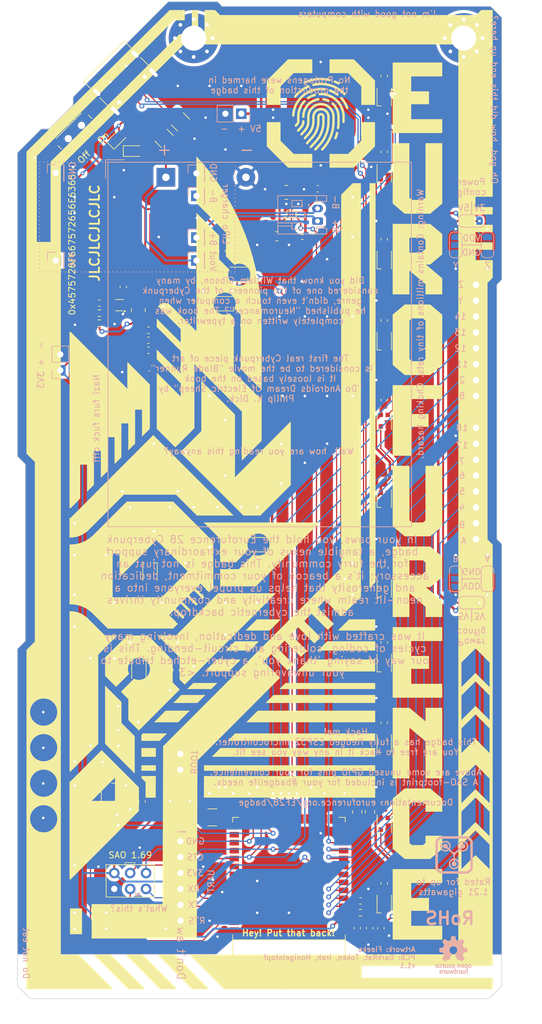
<source format=kicad_pcb>
(kicad_pcb (version 20240108) (generator "pcbnew") (generator_version "8.0")
  (layers (0 "F.Cu" signal) (31 "B.Cu" signal) (34 "B.Paste" user) (35 "F.Paste" user) (36 "B.SilkS" user "B.Silkscreen") (37 "F.SilkS" user "F.Silkscreen") (38 "B.Mask" user) (39 "F.Mask" user) (44 "Edge.Cuts" user))
  (net 0 "")
  (net 1 "V_BAT")
  (net 2 "GND")
  (net 3 "V_UNREGULATED")
  (net 4 "+5V")
  (net 5 "+3.3V")
  (net 6 "Net-(U3-FB)")
  (net 7 "Net-(D1-DOUT)")
  (net 8 "Net-(D2-DOUT)")
  (net 9 "V_USB")
  (net 10 "Net-(J1-CC1)")
  (net 11 "Net-(D6-DOUT)")
  (net 12 "Net-(D7-DOUT)")
  (net 14 "Net-(J1-CC2)")
  (net 16 "Net-(U3-SW)")
  (net 17 "Net-(U1-GPIO20{slash}U1CTS{slash}ADC2_CH9{slash}CLK_OUT1{slash}USB_D+)")
  (net 18 "Net-(U1-GPIO19{slash}U1RTS{slash}ADC2_CH8{slash}CLK_OUT2{slash}USB_D-)")
  (net 19 "Net-(U1-EN)")
  (net 20 "DATA_LED")
  (net 28 "Net-(D8-DOUT)")
  (net 29 "Net-(D10-DIN)")
  (net 30 "Net-(D10-DOUT)")
  (net 31 "Net-(D11-DOUT)")
  (net 32 "Net-(D12-DOUT)")
  (net 33 "Net-(D13-DOUT)")
  (net 34 "Net-(D14-DOUT)")
  (net 35 "Net-(D15-DOUT)")
  (net 36 "Net-(D16-DOUT)")
  (net 37 "Net-(D17-DOUT)")
  (net 38 "Net-(D18-DOUT)")
  (net 39 "Net-(D19-DOUT)")
  (net 41 "SAO_SCL")
  (net 42 "SAO_SDA")
  (net 43 "SAO_GPIO2")
  (net 44 "SAO_GPIO1")
  (net 45 "Net-(U2-SW)")
  (net 46 "Net-(U2-FB)")
  (net 47 "Net-(J1-D+-PadA6)")
  (net 48 "Net-(J1-D--PadA7)")
  (net 49 "BOOT_SW")
  (net 50 "UART0_RX")
  (net 51 "UART0_TX")
  (net 52 "UART0_RTS")
  (net 53 "UART0_CTS")
  (net 54 "C_ENABLE_5VBOOST")
  (net 55 "Net-(J4-Pin_1)")
  (net 56 "Net-(J6-Pin_1)")
  (net 57 "Net-(J7-Pin_8)")
  (net 58 "Net-(JP2-A)")
  (net 59 "Net-(J7-Pin_7)")
  (net 60 "Net-(JP5-C)")
  (net 61 "Net-(J11-Pin_1)")
  (net 62 "eGPIO_6")
  (net 63 "eGPIO_18")
  (net 64 "eGPIO_8")
  (net 65 "eGPIO_11")
  (net 66 "eGPIO_7")
  (net 67 "eGPIO_13")
  (net 68 "eGPIO_17")
  (net 69 "eGPIO_4")
  (net 70 "eGPIO_5")
  (net 71 "eGPIO_12")
  (net 72 "eGPIO_14")
  (net 73 "Net-(J8-Pin_1)")
  (net 74 "Net-(J8-Pin_2)")
  (net 75 "Net-(J12-Pin_1)")
  (net 76 "Net-(D3-K)")
  (net 77 "Net-(U1-GPIO10{slash}TOUCH10{slash}ADC1_CH9{slash}FSPICS0{slash}FSPIIO4{slash}SUBSPICS0)")
  (footprint "LED_SMD:LED_WS2812B-2020_PLCC4_2.0x2.0mm" (layer "F.Cu") (at 154.94 131.5466 90)
    (property "Reference" "D17" (hide yes))
    (property "Value" "WS2812B-2020")
  )
  (footprint "Capacitor_SMD:C_0603_1608Metric_Pad1.08x0.95mm_HandSolder" (layer "F.Cu") (at 154.94 63.881 -90)
    (property "Reference" "C19" (hide yes))
    (property "Value" "100nF" (hide yes))
  )
  (footprint "Connector_PinHeader_2.54mm:PinHeader_2x03_P2.54mm_Vertical" (layer "F.Cu") (at 111.76 167.64 90)
    (property "Reference" "J5" (hide yes))
    (property "Value" "SAO")
  )
  (footprint "Capacitor_SMD:C_0603_1608Metric" (layer "F.Cu") (at 154.4 173.925 -90)
    (property "Reference" "C3" (hide yes))
    (property "Value" "22uF" (hide yes))
  )
  (footprint "LED_SMD:LED_WS2812B-2020_PLCC4_2.0x2.0mm" (layer "F.Cu") (at 154.94 53.34 90)
    (property "Reference" "D11" (hide yes))
    (property "Value" "WS2812B-2020")
  )
  (footprint "PCM_Espressif:ESP32-S3-WROOM-1" (layer "F.Cu") (at 139.7 165.96 180)
    (property "Reference" "U1")
    (property "Value" "ESP32-S3-WROOM-1")
  )
  (footprint "Capacitor_SMD:C_0603_1608Metric_Pad1.08x0.95mm_HandSolder" (layer "F.Cu") (at 116.205 153.67 90)
    (property "Reference" "C11" (hide yes))
    (property "Value" "100nF")
  )
  (footprint "Capacitor_SMD:C_0603_1608Metric_Pad1.08x0.95mm_HandSolder" (layer "F.Cu") (at 154.94 76.835 -90)
    (property "Reference" "C20" (hide yes))
    (property "Value" "100nF" (hide yes))
  )
  (footprint "Capacitor_SMD:C_0603_1608Metric" (layer "F.Cu") (at 142.332 58.42 90)
    (property "Reference" "C2" (hide yes))
    (property "Value" "10uF")
  )
  (footprint "EF_Badge_Library:Badge_Touch" (layer "F.Cu") (at 144.870867 43.670121)
    (property "Reference" "J4" (hide yes))
    (property "Value" "Touch FP")
  )
  (footprint "LED_SMD:LED_WS2812B-2020_PLCC4_2.0x2.0mm" (layer "F.Cu") (at 154.94 157.226 90)
    (property "Reference" "D19" (hide yes))
    (property "Value" "WS2812B-2020")
  )
  (footprint "Resistor_SMD:R_0402_1005Metric" (layer "F.Cu") (at 141.824 63.5 180)
    (property "Reference" "R1" (hide yes))
    (property "Value" "365k")
  )
  (footprint "Connector_PinHeader_2.54mm:PinHeader_1x08_P2.54mm_Horizontal" (layer "F.Cu") (at 169.615 93.995)
    (property "Reference" "J7" (hide yes))
    (property "Value" "Conn_01x08")
  )
  (footprint "Capacitor_SMD:C_0603_1608Metric_Pad1.08x0.95mm_HandSolder" (layer "F.Cu") (at 154.94 49.911 -90)
    (property "Reference" "C18" (hide yes))
    (property "Value" "100nF" (hide yes))
  )
  (footprint "Package_TO_SOT_SMD:SOT-563" (layer "F.Cu") (at 112.6 74.4 180)
    (property "Reference" "U3" (hide yes))
    (property "Value" "TPS62A01DRLR" (hide yes))
  )
  (footprint "Capacitor_SMD:C_0603_1608Metric_Pad1.08x0.95mm_HandSolder" (layer "F.Cu") (at 121.666 132.6885 -90)
    (property "Reference" "C12" (hide yes))
    (property "Value" "100nF" (hide yes))
  )
  (footprint "Capacitor_SMD:C_0603_1608Metric_Pad1.08x0.95mm_HandSolder" (layer "F.Cu") (at 154.94 101.981 -90)
    (property "Reference" "C22" (hide yes))
    (property "Value" "100nF" (hide yes))
  )
  (footprint "MountingHole:MountingHole_4mm_Pad_Via" (layer "F.Cu") (at 167.64 31.75)
    (property "Reference" "Hole2" (hide yes))
    (property "Value" "MountingHole_4mm_Pad_Via")
  )
  (footprint "Diode_SMD:D_SOD-323" (layer "F.Cu") (at 114.808 49.784)
    (property "Reference" "D4" (hide yes))
    (property "Value" "PMEG2010BEA,115" (hide yes))
  )
  (footprint "Capacitor_SMD:C_0603_1608Metric_Pad1.08x0.95mm_HandSolder" (layer "F.Cu") (at 154.94 153.924 -90)
    (property "Reference" "C26" (hide yes))
    (property "Value" "100nF" (hide yes))
  )
  (footprint "Capacitor_SMD:C_0603_1608Metric" (layer "F.Cu") (at 117.225 81.6)
    (property "Reference" "C28" (hide yes))
    (property "Value" "10uF" (hide yes))
  )
  (footprint "Resistor_SMD:R_0402_1005Metric" (layer "F.Cu") (at 124.968 70.612 90)
    (property "Reference" "R11" (hide yes))
    (property "Value" "51.1k")
  )
  (footprint "LED_SMD:LED_WS2812B-2020_PLCC4_2.0x2.0mm" (layer "F.Cu") (at 154.94 41.148 90)
    (property "Reference" "D10" (hide yes))
    (property "Value" "WS2812B-2020")
  )
  (footprint "Resistor_SMD:R_0603_1608Metric" (layer "F.Cu") (at 109.375 77.27 180)
    (property "Reference" "R8" (hide yes))
    (property "Value" "100k")
  )
  (footprint "LED_SMD:LED_WS2812B-2020_PLCC4_2.0x2.0mm" (layer "F.Cu") (at 154.94 92.837 90)
    (property "Reference" "D14" (hide yes))
    (property "Value" "WS2812B-2020")
  )
  (footprint "Capacitor_SMD:C_0603_1608Metric_Pad1.08x0.95mm_HandSolder" (layer "F.Cu") (at 155.067 116.332 -90)
    (property "Reference" "C23" (hide yes))
    (property "Value" "100nF")
  )
  (footprint "Capacitor_SMD:C_0603_1608Metric" (layer "F.Cu") (at 113.2 71.5 90)
    (property "Reference" "C6" (hide yes))
    (property "Value" "10uF" (hide yes))
  )
  (footprint "Capacitor_SMD:C_0603_1608Metric" (layer "F.Cu") (at 117.225 80)
    (property "Reference" "C7" (hide yes))
    (property "Value" "10uF" (hide yes))
  )
  (footprint "Capacitor_SMD:C_0603_1608Metric_Pad1.08x0.95mm_HandSolder" (layer "F.Cu") (at 154.94 141.097 -90)
    (property "Reference" "C25" (hide yes))
    (property "Value" "100nF" (hide yes))
  )
  (footprint "Resistor_SMD:R_1210_3225Metric" (layer "F.Cu") (at 119.7356 47.752 135)
    (property "Reference" "R3" (hide yes))
    (property "Value" "5.1k")
  )
  (footprint "Connector_PinHeader_2.54mm:PinHeader_1x08_P2.54mm_Horizontal" (layer "F.Cu") (at 169.615 71.135)
    (property "Reference" "J8" (hide yes))
    (property "Value" "Conn_01x08")
  )
  (footprint "Package_BGA:Texas_DSBGA-6_0.855x1.255mm_Layout2x3_P0.4mm_LevelC" (layer "F.Cu") (at 140.1 59.789 90)
    (property "Reference" "U2" (hide yes))
    (property "Value" "~")
  )
  (footprint "Capacitor_SMD:C_0603_1608Metric_Pad1.08x0.95mm_HandSolder" (layer "F.Cu") (at 130.175 115.951)
    (property "Reference" "C14" (hide yes))
    (property "Value" "100nF" (hide yes))
  )
  (footprint "Connector_USB:USB_C_Receptacle_G-Switch_GT-USB-7010ASV" (layer "F.Cu") (at 112.767438 38.104841 -135)
    (property "Reference" "J1" (hide yes))
    (property "Value" "USB_C_Receptacle_USB2.0")
  )
  (footprint "Inductor_SMD:L_1008_2520Metric" (layer "F.Cu") (at 139.284 56.388)
    (property "Reference" "L1" (hide yes))
    (property "Value" "10uH")
  )
  (footprint "LED_SMD:LED_WS2812B-2020_PLCC4_2.0x2.0mm" (layer "F.Cu") (at 154.94 105.283 90)
    (property "Reference" "D15" (hide yes))
    (property "Value" "WS2812B-2020")
  )
  (footprint "Resistor_SMD:R_0603_1608Metric" (layer "F.Cu") (at 124.968 73.66 -90)
    (property "Reference" "R12")
    (property "Value" "100k")
  )
  (footprint "Resistor_SMD:R_0805_2012Metric" (layer "F.Cu") (at 137.76 63.4 180)
    (property "Reference" "R2" (hide yes))
    (property "Value" "69k")
  )
  (footprint "Resistor_SMD:R_1210_3225Metric" (layer "F.Cu") (at 122.352637 45.136637 135)
    (property "Reference" "R4" (hide yes))
    (property "Value" "5.1k")
  )
  (footprint "Inductor_SMD:L_1008_2520Metric" (layer "F.Cu") (at 115.6 75.195 -90)
    (property "Reference" "L2" (hide yes))
    (property "Value" "1uH" (hide yes))
  )
  (footprint "Capacitor_SMD:C_0603_1608Metric" (layer "F.Cu") (at 117.225 78.4)
    (property "Reference" "C4" (hide yes))
    (property "Value" "10uF" (hide yes))
  )
  (footprint "Capacitor_SMD:C_0603_1608Metric_Pad1.08x0.95mm_HandSolder" (layer "F.Cu") (at 126.238 120.269 135)
    (property "Reference" "C13" (hide yes))
    (property "Value" "100nF" (hide yes))
  )
  (footprint "EF_Badge_Library:Badge_Touch" (layer "F.Cu") (at 107.4928 158.75)
    (property "Reference" "J6" (hide yes))
    (property "Value" "Touch Nose" (hide yes))
  )
  (footprint "LED_SMD:LED_WS2812B-2020_PLCC4_2.0x2.0mm" (layer "F.Cu") (at 154.94 170.053 90)
    (property "Reference" "D20" (hide yes))
    (property "Value" "WS2812B-2020")
  )
  (footprint "Button_Switch_SMD:SW_SPDT_PCM12" (layer "F.Cu") (at 105.691167 46.972507 -135)
    (property "Reference" "SW1" (hide yes))
    (property "Value" "Power_SWITCH")
  )
  (footprint "Capacitor_SMD:C_0603_1608Metric_Pad1.08x0.95mm_HandSolder" (layer "F.Cu") (at 129.032 65.7595 -90)
    (property "Reference" "C16" (hide yes))
    (property "Value" "100nF" (hide yes))
  )
  (footprint "Capacitor_SMD:C_0603_1608Metric" (layer "F.Cu") (at 109.375 74.07)
    (property "Reference" "C5" (hide yes))
    (property "Value" "120pF" (hide yes))
  )
  (footprint "LED_SMD:LED_WS2812B-2020_PLCC4_2.0x2.0mm" (layer "F.Cu") (at 134.874 112.649 180)
    (property "Reference" "D7" (hide yes))
    (property "Value" "WS2812B-2020")
  )
  (footprint "Resistor_SMD:R_0603_1608Metric" (layer "F.Cu") (at 109.375 75.67)
    (property "Reference" "R7" (hide yes))
    (property "Value" "453k")
  )
  (footprint "Connector_PinHeader_2.54mm:PinHeader_2x01_P2.54mm_Vertical" (layer "F.Cu") (at 122.340945 148.6 90)
    (property "Reference" "JP1" (hide yes))
    (property "Value" "Boot Jumper")
  )
  (footprint "Resistor_SMD:R_0805_2012Metric" (layer "F.Cu") (at 152.654 155.321 90)
    (property "Reference" "R10" (hide yes))
    (property "Value" "0")
  )
  (footprint "MountingHole:MountingHole_4mm_Pad_Via" (layer "F.Cu") (at 124.46 31.75)
    (property "Reference" "Hole1" (hide yes))
    (property "Value" "MountingHole_4mm_Pad_Via")
  )
  (footprint "Capacitor_SMD:C_0603_1608Metric_Pad1.08x0.95mm_HandSolder" (layer "F.Cu") (at 154.94 89.535 -90)
    (property "Reference" "C21" (hide yes))
    (property "Value" "100nF" (hide yes))
  )
  (footprint "Capacitor_SMD:C_0603_1608Metric_Pad1.08x0.95mm_HandSolder" (layer "F.Cu") (at 154.94 128.27 -90)
    (property "Reference" "C24" (hide yes))
    (property "Value" "100nF" (hide yes))
  )
  (footprint "Capacitor_SMD:C_0603_1608Metric" (layer "F.Cu") (at 152.6 173.9 -90)
    (property "Reference" "C9" (hide yes))
    (property "Value" "22uF" (hide yes))
  )
  (footprint "Capacitor_SMD:C_0603_1608Metric" (layer "F.Cu") (at 144.3 55.8)
    (property "Reference" "C29" (hide yes))
    (property "Value" "10uF" (hide yes))
  )
  (footprint "Capacitor_SMD:C_0603_1608Metric_Pad1.08x0.95mm_HandSolder" (layer "F.Cu") (at 154.94 166.751 -90)
    (property "Reference" "C27" (hide yes))
    (property "Value" "100nF" (hide yes))
  )
  (footprint "Resistor_SMD:R_0805_2012Metric" (layer "F.Cu") (at 150.622 155.321 90)
    (property "Reference" "R6" (hide yes))
    (property "Value" "0")
  )
  (footprint "LED_SMD:LED_WS2812B-2020_PLCC4_2.0x2.0mm" (layer "F.Cu") (at 131.699 69.469 180)
    (property "Reference" "D9" (hide yes))
    (property "Value" "WS2812B-2020")
  )
  (footprint "LED_SMD:LED_WS2812B-2020_PLCC4_2.0x2.0mm" (layer "F.Cu") (at 154.94 67.183 90)
    (property "Reference" "D12" (hide yes))
    (property "Value" "WS2812B-2020")
  )
  (footprint "Capacitor_SMD:C_0603_1608Metric_Pad1.08x0.95mm_HandSolder" (layer "F.Cu") (at 131.445 77.597 90)
    (property "Reference" "C15" (hide yes))
    (property "Value" "100nF" (hide yes))
  )
  (footprint "Capacitor_SMD:C_0603_1608Metric" (layer "F.Cu") (at 151.13 169.545)
    (property "Reference" "C8" (hide yes))
    (property "Value" "1uF")
  )
  (footprint "LED_SMD:LED_WS2812B-2020_PLCC4_2.0x2.0mm" (layer "F.Cu") (at 110.829 152.172 -90)
    (property "Reference" "D1" (hide yes))
    (property "Value" "WS2812B-2020")
  )
  (footprint "LED_SMD:LED_WS2812B-2020_PLCC4_2.0x2.0mm" (layer "F.Cu") (at 115.697 132.588 -90)
    (property "Reference" "D2" (hide yes))
    (property "Value" "WS2812B-2020")
  )
  (footprint "Capacitor_SMD:C_0603_1608Metric" (layer "F.Cu") (at 135.995 60.452 90)
    (property "Reference" "C1" (hide yes))
    (property "Value" "10uF")
  )
  (footprint "LED_SMD:LED_WS2812B-2020_PLCC4_2.0x2.0mm" (layer "F.Cu") (at 129.413 74.168 180)
    (property "Reference" "D8" (hide yes))
    (property "Value" "WS2812B-2020")
  )
  (footprint "Capacitor_SMD:C_0603_1608Metric" (layer "F.Cu") (at 150.6 173.9 -90)
    (property "Reference" "C10" (hide yes))
    (property "Value" "0.1uF")
  )
  (footprint "LED_SMD:LED_WS2812B-2020_PLCC4_2.0x2.0mm" (layer "F.Cu") (at 154.94 80.137 90)
    (property "Reference" "D13" (hide yes))
    (property "Value" "WS2812B-2020")
  )
  (footprint "LED_SMD:LED_WS2812B-2020_PLCC4_2.0x2.0mm" (layer "F.Cu") (at 117.475 116.967 -90)
    (property "Reference" "D6" (hide yes))
    (property "Value" "WS2812B-2020")
  )
  (footprint "Connector_PinHeader_2.54mm:PinHeader_1x06_P2.54mm_Vertical" (layer "F.Cu") (at 122.340945 160.02)
    (property "Reference" "J9")
    (property "Value" "UART0")
  )
  (footprint "Resistor_SMD:R_1210_3225Metric" (layer "F.Cu") (at 127.445 156.21)
    (property "Reference" "R5" (hide yes))
    (property "Value" "5.1k" (hide yes))
  )
  (footprint "LED_SMD:LED_WS2812B-2020_PLCC4_2.0x2.0mm" (layer "F.Cu") (at 154.94 144.399 90)
    (property "Reference" "D18" (hide yes))
    (property "Value" "WS2812B-2020")
  )
  (footprint "Capacitor_SMD:C_0603_1608Metric_Pad1.08x0.95mm_HandSolder" (layer "F.Cu") (at 154.94 37.8195 -90)
    (property "Reference" "C17" (hide yes))
    (property "Value" "100nF" (hide yes))
  )
  (footprint "Resistor_SMD:R_0603_1608Metric" (layer "F.Cu") (at 151.13 171.45 180)
    (property "Reference" "R9" (hide yes))
    (property "Value" "10k")
  )
  (footprint "EF_Badge_Library:fluxcondensator" (layer "F.Cu") (at 166.1 162.2)
    (property "Reference" "Ref**" (hide yes))
    (property "Value" "Val**" (hide yes))
  )
  (footprint "Diode_SMD:D_SOD-323" (layer "F.Cu") (at 112.268 47.752 45)
    (property "Reference" "D3" (hide yes))
    (property "Value" "PMEG2010BEA,115" (hide yes))
  )
  (footprint "LED_SMD:LED_WS2812B-2020_PLCC4_2.0x2.0mm" (layer "F.Cu") (at 154.94 119.634 90)
    (property "Reference" "D16" (hide yes))
    (property "Value" "WS2812B-2020")
  )
  (footprint "Connector_PinHeader_2.54mm:PinHeader_1x02_P2.54mm_Vertical" (layer "B.Cu") (at 132.08 43.815 90)
    (property "Reference" "J2" (hide yes))
    (property "Value" "5V Testpad")
  )
  (footprint "Connector_PinHeader_2.54mm:PinHeader_1x01_P2.54mm_Vertical" (layer "B.Cu") (at 102.392699 53.266605 -90)
    (property "Reference" "J14" (hide yes))
    (property "Value" "Pmod_GND_IN")
  )
  (footprint "Jumper:SolderJumper-3_P1.3mm_Open_RoundedPad1.0x1.5mm" (layer "B.Cu") (at 166.37 64.77 90)
    (property "Reference" "JP3" (hide yes))
    (property "Value" "GND or VCC")
  )
  (footprint "Jumper:SolderJumper-3_P1.3mm_Open_RoundedPad1.0x1.5mm" (layer "B.Cu") (at 168.91 60.96 180)
    (property "Reference" "JP4" (hide yes))
    (property "Value" "3v3 or 5V")
  )
  (footprint "Jumper:SolderJumper-3_P1.3mm_Open_RoundedPad1.0x1.5mm" (layer "B.Cu") (at 168.91 121.92 180)
    (property "Reference" "JP5" (hide yes))
    (property "Value" "3v3 or 5V")
  )
  (footprint "Connector_PinHeader_2.54mm:PinHeader_1x01_P2.54mm_Vertical" (layer "B.Cu") (at 124.892699 63.606605 -90)
    (property "Reference" "J11" (hide yes))
    (property "Value" "Pmod_B+")
  )
  (footprint "Symbol:OSHW-Logo_5.7x6mm_SilkScreen" (layer "B.Cu") (at 166 178.2 180)
    (property "Reference" "REF**" (hide yes))
    (property "Value" "OSHW-Logo_5.7x6mm_SilkScreen" (hide yes))
  )
  (footprint "Jumper:SolderJumper-3_P1.3mm_Open_RoundedPad1.0x1.5mm" (layer "B.Cu") (at 166.37 118.11 90)
    (property "Reference" "JP6" (hide yes))
    (property "Value" "VCC or GND")
  )
  (footprint "Connector_PinHeader_2.54mm:PinHeader_1x01_P2.54mm_Vertical" (layer "B.Cu") (at 124.892699 53.34 -90)
    (property "Reference" "J13" (hide yes))
    (property "Value" "Pmod_GND_OUT")
  )
  (footprint "Jumper:SolderJumper-3_P1.3mm_Open_RoundedPad1.0x1.5mm" (layer "B.Cu") (at 171.45 64.77 -90)
    (property "Reference" "JP2" (hide yes))
    (property "Value" "VCC or GND")
  )
  (footprint "Connector_PinHeader_2.54mm:PinHeader_1x01_P2.54mm_Vertical" (layer "B.Cu") (at 102.392699 67.266605 -90)
    (property "Reference" "J15" (hide yes))
    (property "Value" "Pmod_VIN")
  )
  (footprint "Battery:BatteryHolder_TruPower_BH-331P_3xAA" (layer "B.Cu") (at 120.015 53.975 -90)
    (property "Reference" "BT1" (hide yes))
    (property "Value" "Battery_Cell" (hide yes))
  )
  (footprint "Connector_PinHeader_2.54mm:PinHeader_1x01_P2.54mm_Vertical" (layer "B.Cu") (at 124.892699 67.266605 -90)
    (property "Reference" "J10" (hide yes))
    (property "Value" "Pmod_VOUT")
  )
  (footprint "Connector_PinHeader_2.54mm:PinHeader_1x02_P2.54mm_Vertical" (layer "B.Cu") (at 103.124 84.8)
    (property "Reference" "J3" (hide yes))
    (property "Value" "3.3V Testpad")
  )
  (footprint "Connector_PinHeader_2.54mm:PinHeader_1x01_P2.54mm_Vertical" (layer "B.Cu") (at 124.892699 56.94 -90)
    (property "Reference" "J12" (hide yes))
    (property "Value" "Pmod_B-")
  )
  (footprint "Connector_JST:JST_PH_S2B-PH-K_1x02_P2.00mm_Horizontal" (layer "B.Cu") (at 144.272 60.96 90)
    (property "Reference" "J16" (hide yes))
    (property "Value" "LiPo socket")
  )
  (footprint "Jumper:SolderJumper-3_P1.3mm_Open_RoundedPad1.0x1.5mm" (layer "B.Cu") (at 171.45 118.11 -90)
    (property "Reference" "JP7" (hide yes))
    (property "Value" "GND or VCC")
  )
  (gr_rect (start 99.822 51.562) (end 131.064 69.088) (stroke (width 0.15) (type dot)) (fill none) (layer "B.SilkS"))
  (gr_line (start 168.91 124.968) (end 168.91 122.92) (stroke (width 0.15)) (layer "B.SilkS"))
  (gr_line (start 168.91 59.96) (end 168.91 57.912) (stroke (width 0.15)) (layer "B.SilkS"))
  (gr_line (start 167.37 118.11) (end 170.45 118.11) (stroke (width 0.15)) (layer "B.SilkS"))
  (gr_line (start 167.37 64.77) (end 170.45 64.77) (stroke (width 0.15)) (layer "B.SilkS"))
  (gr_poly (pts (xy 119.002751 143.992132) (xy 116.092765 143.992132) (xy 116.092765 143.048719) (xy 116.340304 142.798437) (xy 120.1937 142.798437)) (fill solid) (layer "F.SilkS"))
  (gr_poly (pts (xy 158.967894 57.23627) (xy 159.372206 57.574576) (xy 161.132498 57.574576) (xy 161.536818 57.23627) (xy 161.536818 48.522811) (xy 164.218519 48.522811) (xy 164.218519 58.168673) (xy 162.282194 59.796948) (xy 158.222517 59.796948) (xy 156.286192 58.168673) (xy 156.286192 48.522811) (xy 158.967894 48.522811)) (fill solid) (layer "F.SilkS"))
  (gr_poly (pts (xy 153.493524 132.905035) (xy 140.978929 132.905035) (xy 141.553773 132.330175) (xy 142.898748 130.987958) (xy 153.493524 130.987958)) (fill solid) (layer "F.SilkS"))
  (gr_poly (pts (xy 147.04042 38.503059) (xy 147.049653 38.503546) (xy 147.058902 38.504496) (xy 147.068153 38.505915) (xy 147.07739 38.50781) (xy 147.086598 38.510187) (xy 147.095761 38.513053) (xy 147.104864 38.516414) (xy 147.182349 38.547887) (xy 147.259567 38.580482) (xy 147.33645 38.61417) (xy 147.412933 38.648918) (xy 147.488947 38.684696) (xy 147.564427 38.721472) (xy 147.639305 38.759216) (xy 147.713514 38.797895) (xy 147.721969 38.802654) (xy 147.730086 38.80778) (xy 147.737859 38.813257) (xy 147.745283 38.819068) (xy 147.752355 38.825198) (xy 147.759068 38.831631) (xy 147.765418 38.83835) (xy 147.7714 38.84534) (xy 147.777008 38.852585) (xy 147.78224 38.860068) (xy 147.787088 38.867774) (xy 147.791548 38.875686) (xy 147.795616 38.88379) (xy 147.799287 38.892067) (xy 147.802555 38.900504) (xy 147.805416 38.909083) (xy 147.807865 38.917789) (xy 147.809896 38.926605) (xy 147.811506 38.935516) (xy 147.812688 38.944506) (xy 147.813439 38.953558) (xy 147.813753 38.962657) (xy 147.813625 38.971786) (xy 147.813051 38.98093) (xy 147.812025 38.990073) (xy 147.810543 38.999198) (xy 147.8086 39.00829) (xy 147.80619 39.017333) (xy 147.80331 39.02631) (xy 147.799953 39.035205) (xy 147.796115 39.044004) (xy 147.791792 39.052688) (xy 147.785088 39.064337) (xy 147.777689 39.07533) (xy 147.769638 39.085653) (xy 147.760977 39.095294) (xy 147.75175 39.104239) (xy 147.741999 39.112475) (xy 147.731767 39.119989) (xy 147.721097 39.126768) (xy 147.710032 39.132799) (xy 147.698615 39.138068) (xy 147.686888 39.142563) (xy 147.674894 39.146269) (xy 147.662677 39.149175) (xy 147.650278 39.151267) (xy 147.637741 39.152532) (xy 147.625109 39.152957) (xy 147.619525 39.152874) (xy 147.613934 39.152624) (xy 147.608341 39.152207) (xy 147.602747 39.15162) (xy 147.597158 39.150863) (xy 147.591577 39.149935) (xy 147.586008 39.148835) (xy 147.580454 39.14756) (xy 147.574919 39.146111) (xy 147.569407 39.144485) (xy 147.563922 39.142683) (xy 147.558466 39.140701) (xy 147.553045 39.13854) (xy 147.547662 39.136199) (xy 147.54232 39.133675) (xy 147.537023 39.130968) (xy 147.467322 39.094636) (xy 147.396994 39.059184) (xy 147.326105 39.024642) (xy 147.254715 38.991038) (xy 147.182889 38.958403) (xy 147.110689 38.926765) (xy 147.038178 38.896155) (xy 146.965418 38.866601) (xy 146.956498 38.862786) (xy 146.947876 38.858569) (xy 146.939556 38.853966) (xy 146.931547 38.848993) (xy 146.923854 38.843664) (xy 146.916484 38.837996) (xy 146.909444 38.832003) (xy 146.902741 38.825701) (xy 146.896381 38.819105) (xy 146.89037 38.812231) (xy 146.884716 38.805094) (xy 146.879424 38.79771) (xy 146.874503 38.790093) (xy 146.869957 38.78226) (xy 146.865794 38.774226) (xy 146.862021 38.766005) (xy 146.858644 38.757614) (xy 146.855669 38.749068) (xy 146.853104 38.740383) (xy 146.850955 38.731572) (xy 146.849228 38.722653) (xy 146.847931 38.713641) (xy 146.847069 38.70455) (xy 146.84665 38.695397) (xy 146.84668 38.686196) (xy 146.847166 38.676964) (xy 146.848114 38.667714) (xy 146.849531 38.658464) (xy 146.851424 38.649228) (xy 146.853799 38.640021) (xy 146.856662 38.63086) (xy 146.860022 38.621759) (xy 146.863839 38.612842) (xy 146.868058 38.604221) (xy 146.872662 38.595904) (xy 146.877637 38.587896) (xy 146.882966 38.580205) (xy 146.888635 38.572837) (xy 146.894628 38.565799) (xy 146.90093 38.559097) (xy 146.907526 38.552738) (xy 146.914399 38.546729) (xy 146.921535 38.541076) (xy 146.928919 38.535785) (xy 146.936534 38.530865) (xy 146.944366 38.526321) (xy 146.9524 38.522159) (xy 146.960619 38.518387) (xy 146.969009 38.515011) (xy 146.977553 38.512038) (xy 146.986238 38.509474) (xy 146.995047 38.507326) (xy 147.003965 38.505601) (xy 147.012977 38.504305) (xy 147.022067 38.503445) (xy 147.031219 38.503027)) (fill solid) (layer "F.SilkS"))
  (gr_poly (pts (xy 153.493524 153.0604) (xy 126.090688 153.0604) (xy 126.101693 149.608564) (xy 153.493524 149.608564)) (fill solid) (layer "F.SilkS"))
  (gr_poly (pts (xy 144.882236 42.904725) (xy 144.952971 42.910121) (xy 145.02269 42.919007) (xy 145.091303 42.931293) (xy 145.158724 42.946892) (xy 145.224862 42.965716) (xy 145.28963 42.987675) (xy 145.352941 43.012683) (xy 145.414704 43.04065) (xy 145.474832 43.071488) (xy 145.533238 43.10511) (xy 145.589831 43.141425) (xy 145.644525 43.180348) (xy 145.697231 43.221788) (xy 145.74786 43.265658) (xy 145.796324 43.311869) (xy 145.842535 43.360333) (xy 145.886405 43.410962) (xy 145.927845 43.463668) (xy 145.966768 43.518362) (xy 146.003083 43.574955) (xy 146.036705 43.633361) (xy 146.067543 43.693489) (xy 146.09551 43.755252) (xy 146.120518 43.818563) (xy 146.142477 43.883331) (xy 146.161301 43.949469) (xy 146.1769 44.01689) (xy 146.189186 44.085503) (xy 146.198072 44.155222) (xy 146.203468 44.225957) (xy 146.205286 44.297621) (xy 146.205286 45.123494) (xy 146.19923 45.385294) (xy 146.181157 45.64536) (xy 146.151206 45.903332) (xy 146.109517 46.158846) (xy 146.05623 46.411541) (xy 145.991485 46.661055) (xy 145.915423 46.907025) (xy 145.828182 47.149091) (xy 145.729904 47.386889) (xy 145.620728 47.620058) (xy 145.500794 47.848236) (xy 145.370242 48.071061) (xy 145.229213 48.288171) (xy 145.077846 48.499204) (xy 144.91628 48.703797) (xy 144.744657 48.901589) (xy 144.062979 49.651442) (xy 144.055846 49.658878) (xy 144.048409 49.66584) (xy 144.040686 49.672329) (xy 144.032698 49.678343) (xy 144.024465 49.683881) (xy 144.016007 49.688942) (xy 144.007344 49.693526) (xy 143.998496 49.697632) (xy 143.989483 49.701258) (xy 143.980325 49.704403) (xy 143.971042 49.707068) (xy 143.961654 49.709249) (xy 143.952182 49.710948) (xy 143.942645 49.712163) (xy 143.933063 49.712892) (xy 143.923456 49.713135) (xy 143.914976 49.712946) (xy 143.906507 49.712377) (xy 143.898062 49.711428) (xy 143.889655 49.710098) (xy 143.8813 49.708386) (xy 143.873011 49.706291) (xy 143.864801 49.703813) (xy 143.856685 49.700951) (xy 143.848675 49.697704) (xy 143.840785 49.694072) (xy 143.83303 49.690053) (xy 143.825424 49.685647) (xy 143.817978 49.680852) (xy 143.810709 49.675669) (xy 143.803628 49.670097) (xy 143.796751 49.664134) (xy 143.789739 49.657429) (xy 143.783146 49.650452) (xy 143.776972 49.64322) (xy 143.771219 49.63575) (xy 143.765887 49.628059) (xy 143.760978 49.620163) (xy 143.756491 49.612079) (xy 143.752428 49.603824) (xy 143.748789 49.595414) (xy 143.745575 49.586866) (xy 143.742788 49.578198) (xy 143.740427 49.569425) (xy 143.738494 49.560565) (xy 143.73699 49.551634) (xy 143.735915 49.54265) (xy 143.735269 49.533627) (xy 143.735055 49.524585) (xy 143.735273 49.515539) (xy 143.735922 49.506506) (xy 143.737005 49.497502) (xy 143.738522 49.488545) (xy 143.740474 49.479652) (xy 143.742862 49.470838) (xy 143.745686 49.462121) (xy 143.748947 49.453518) (xy 143.752647 49.445045) (xy 143.756785 49.436719) (xy 143.761363 49.428557) (xy 143.766381 49.420575) (xy 143.77184 49.412791) (xy 143.777742 49.405221) (xy 143.784086 49.397881) (xy 144.465734 48.648028) (xy 144.625846 48.46351) (xy 144.776574 48.272646) (xy 144.917788 48.075775) (xy 145.049356 47.873235) (xy 145.171149 47.665362) (xy 145.283035 47.452496) (xy 145.384885 47.234974) (xy 145.476568 47.013133) (xy 145.557954 46.787312) (xy 145.628911 46.557848) (xy 145.68931 46.32508) (xy 145.73902 46.089345) (xy 145.77791 45.850981) (xy 145.805851 45.610326) (xy 145.822711 45.367718) (xy 145.82836 45.123494) (xy 145.82836 44.297621) (xy 145.827033 44.245326) (xy 145.823095 44.193708) (xy 145.816611 44.142832) (xy 145.807646 44.092763) (xy 145.796262 44.043564) (xy 145.782526 43.995301) (xy 145.766502 43.948037) (xy 145.748253 43.901838) (xy 145.727845 43.856768) (xy 145.705341 43.81289) (xy 145.680807 43.77027) (xy 145.654306 43.728972) (xy 145.625903 43.68906) (xy 145.595663 43.650599) (xy 145.56365 43.613654) (xy 145.529928 43.578288) (xy 145.494562 43.544566) (xy 145.457617 43.512553) (xy 145.419156 43.482313) (xy 145.379244 43.45391) (xy 145.337946 43.427409) (xy 145.295326 43.402875) (xy 145.251448 43.380371) (xy 145.206378 43.359963) (xy 145.160179 43.341714) (xy 145.112915 43.32569) (xy 145.064652 43.311954) (xy 145.015453 43.30057) (xy 144.965384 43.291605) (xy 144.914508 43.285121) (xy 144.86289 43.281183) (xy 144.810594 43.279856) (xy 144.758299 43.281183) (xy 144.706682 43.285121) (xy 144.655806 43.291605) (xy 144.605737 43.30057) (xy 144.556539 43.311954) (xy 144.508276 43.32569) (xy 144.461012 43.341714) (xy 144.414813 43.359963) (xy 144.369743 43.380371) (xy 144.325866 43.402875) (xy 144.283246 43.427409) (xy 144.241948 43.45391) (xy 144.202036 43.482313) (xy 144.163575 43.512553) (xy 144.12663 43.544566) (xy 144.091264 43.578288) (xy 144.057543 43.613654) (xy 144.025529 43.650599) (xy 143.995289 43.68906) (xy 143.966887 43.728972) (xy 143.940386 43.77027) (xy 143.915852 43.81289) (xy 143.893348 43.856768) (xy 143.87294 43.901838) (xy 143.854691 43.948037) (xy 143.838666 43.995301) (xy 143.82493 44.043564) (xy 143.813547 44.092763) (xy 143.804582 44.142832) (xy 143.798098 44.193708) (xy 143.79416 44.245326) (xy 143.792833 44.297621) (xy 143.792833 45.043278) (xy 143.789423 45.191538) (xy 143.779246 45.338849) (xy 143.762379 45.485008) (xy 143.738903 45.629809) (xy 143.708896 45.773045) (xy 143.672436 45.914513) (xy 143.629604 46.054006) (xy 143.580477 46.191319) (xy 143.525134 46.326247) (xy 143.463655 46.458583) (xy 143.396117 46.588124) (xy 143.322601 46.714663) (xy 143.243185 46.837995) (xy 143.157947 46.957914) (xy 143.066967 47.074216) (xy 142.970323 47.186694) (xy 142.381105 47.841403) (xy 142.374432 47.848444) (xy 142.367486 47.855068) (xy 142.360283 47.861275) (xy 142.35284 47.867063) (xy 142.345175 47.872431) (xy 142.337303 47.877379) (xy 142.329241 47.881905) (xy 142.321006 47.886009) (xy 142.312615 47.88969) (xy 142.304085 47.892946) (xy 142.295431 47.895778) (xy 142.286672 47.898183) (xy 142.277823 47.900161) (xy 142.268902 47.901712) (xy 142.259924 47.902834) (xy 142.250907 47.903526) (xy 142.241868 47.903788) (xy 142.232823 47.903618) (xy 142.223788 47.903016) (xy 142.214781 47.901981) (xy 142.205819 47.900511) (xy 142.196917 47.898606) (xy 142.188093 47.896265) (xy 142.179363 47.893488) (xy 142.170744 47.890272) (xy 142.162253 47.886618) (xy 142.153907 47.882524) (xy 142.145722 47.877989) (xy 142.137715 47.873013) (xy 142.129902 47.867595) (xy 142.122301 47.861733) (xy 142.114927 47.855427) (xy 142.107882 47.848755) (xy 142.101254 47.841808) (xy 142.095044 47.834605) (xy 142.089254 47.827163) (xy 142.083883 47.819497) (xy 142.078934 47.811624) (xy 142.074406 47.803562) (xy 142.070301 47.795326) (xy 142.06662 47.786935) (xy 142.063363 47.778403) (xy 142.060532 47.769749) (xy 142.058127 47.760989) (xy 142.056149 47.752139) (xy 142.054599 47.743216) (xy 142.053478 47.734237) (xy 142.052787 47.725219) (xy 142.052526 47.716179) (xy 142.052697 47.707132) (xy 142.053301 47.698096) (xy 142.054338 47.689088) (xy 142.055809 47.680124) (xy 142.057715 47.671221) (xy 142.060057 47.662396) (xy 142.062837 47.653666) (xy 142.066054 47.645046) (xy 142.069709 47.636554) (xy 142.073804 47.628207) (xy 142.07834 47.620021) (xy 142.083317 47.612013) (xy 142.088736 47.6042) (xy 142.094598 47.596598) (xy 142.100904 47.589225) (xy 142.690126 46.934512) (xy 142.7754 46.835267) (xy 142.855677 46.732648) (xy 142.930886 46.626838) (xy 143.000959 46.518017) (xy 143.065825 46.406366) (xy 143.125416 46.292066) (xy 143.179661 46.1753) (xy 143.228491 46.056247) (xy 143.271837 45.93509) (xy 143.309629 45.812009) (xy 143.341798 45.687186) (xy 143.368274 45.560802) (xy 143.388987 45.433038) (xy 143.403869 45.304075) (xy 143.412849 45.174095) (xy 143.415857 45.043278) (xy 143.415857 44.297621) (xy 143.417676 44.225957) (xy 143.423071 44.155222) (xy 143.431957 44.085503) (xy 143.444243 44.01689) (xy 143.459842 43.949469) (xy 143.478666 43.883331) (xy 143.500626 43.818563) (xy 143.525633 43.755252) (xy 143.5536 43.693489) (xy 143.584438 43.633361) (xy 143.61806 43.574955) (xy 143.654376 43.518362) (xy 143.693298 43.463668) (xy 143.734738 43.410962) (xy 143.778608 43.360333) (xy 143.824819 43.311869) (xy 143.873283 43.265658) (xy 143.923913 43.221788) (xy 143.976618 43.180348) (xy 144.031312 43.141425) (xy 144.087906 43.10511) (xy 144.146311 43.071488) (xy 144.206439 43.04065) (xy 144.268203 43.012683) (xy 144.331513 42.987675) (xy 144.396281 42.965716) (xy 144.46242 42.946892) (xy 144.52984 42.931293) (xy 144.598453 42.919007) (xy 144.668172 42.910121) (xy 144.738908 42.904725) (xy 144.810572 42.902907)) (fill solid) (layer "F.SilkS"))
  (gr_poly (pts (xy 132.065471 183.64519) (xy 129.287505 183.64519) (xy 123.786586 178.144274) (xy 126.564552 178.144274)) (fill solid) (layer "F.SilkS"))
  (gr_poly (pts (xy 130.087106 132.905035) (xy 126.233712 132.905035) (xy 128.153535 130.987958) (xy 132.006929 130.987958)) (fill solid) (layer "F.SilkS"))
  (gr_poly (pts (xy 118.3894 153.0604) (xy 116.763877 153.0604) (xy 116.763877 150.576734) (xy 116.092765 149.902875) (xy 116.092765 149.608564) (xy 118.400401 149.608564)) (fill solid) (layer "F.SilkS"))
  (gr_poly (pts (xy 138.3538 48.133) (xy 140.460649 50.237103) (xy 143.433901 50.237103) (xy 143.433901 52.43747) (xy 139.547499 52.43747) (xy 136.153429 49.0434) (xy 136.153429 45.159751) (xy 138.3538 45.159751)) (fill solid) (layer "F.SilkS"))
  (gr_poly (pts (xy 145.006193 40.495389) (xy 145.19928 40.510119) (xy 145.389591 40.534374) (xy 145.576887 40.567913) (xy 145.760924 40.610495) (xy 145.941463 40.661879) (xy 146.118263 40.721823) (xy 146.291082 40.790088) (xy 146.459679 40.866432) (xy 146.623813 40.950613) (xy 146.783243 41.04239) (xy 146.937729 41.141524) (xy 147.087028 41.247772) (xy 147.2309 41.360893) (xy 147.369104 41.480647) (xy 147.501399 41.606792) (xy 147.627543 41.739087) (xy 147.747296 41.877291) (xy 147.860417 42.021164) (xy 147.966664 42.170464) (xy 148.065796 42.324949) (xy 148.157573 42.48438) (xy 148.241753 42.648514) (xy 148.318095 42.817111) (xy 148.386359 42.98993) (xy 148.446302 43.16673) (xy 148.497684 43.347269) (xy 148.540264 43.531307) (xy 148.573801 43.718602) (xy 148.598054 43.908913) (xy 148.612781 44.102) (xy 148.617742 44.297621) (xy 148.617742 45.123469) (xy 148.617497 45.13317) (xy 148.616769 45.142743) (xy 148.615571 45.152177) (xy 148.613913 45.161459) (xy 148.611809 45.170579) (xy 148.609269 45.179523) (xy 148.606306 45.188281) (xy 148.602931 45.196841) (xy 148.599156 45.20519) (xy 148.594994 45.213317) (xy 148.590456 45.221209) (xy 148.585553 45.228856) (xy 148.580299 45.236245) (xy 148.574703 45.243365) (xy 148.568779 45.250203) (xy 148.562539 45.256749) (xy 148.555993 45.262989) (xy 148.549154 45.268912) (xy 148.542034 45.274507) (xy 148.534644 45.279761) (xy 148.526997 45.284662) (xy 148.519105 45.2892) (xy 148.510978 45.293362) (xy 148.502629 45.297135) (xy 148.49407 45.300509) (xy 148.485313 45.303472) (xy 148.476369 45.306011) (xy 148.46725 45.308115) (xy 148.457969 45.309773) (xy 148.448536 45.310971) (xy 148.438965 45.311699) (xy 148.429266 45.311944) (xy 148.419567 45.311699) (xy 148.409996 45.310971) (xy 148.400564 45.309773) (xy 148.391283 45.308115) (xy 148.382165 45.306011) (xy 148.373221 45.303472) (xy 148.364464 45.300509) (xy 148.355905 45.297135) (xy 148.347556 45.293362) (xy 148.33943 45.2892) (xy 148.331537 45.284662) (xy 148.32389 45.279761) (xy 148.316501 45.274507) (xy 148.309381 45.268912) (xy 148.302542 45.262989) (xy 148.295997 45.256749) (xy 148.289756 45.250203) (xy 148.283832 45.243365) (xy 148.278237 45.236245) (xy 148.272982 45.228856) (xy 148.26808 45.221209) (xy 148.263541 45.213317) (xy 148.259379 45.20519) (xy 148.255605 45.196841) (xy 148.25223 45.188281) (xy 148.249267 45.179523) (xy 148.246727 45.170579) (xy 148.244622 45.161459) (xy 148.242965 45.152177) (xy 148.241766 45.142743) (xy 148.241038 45.13317) (xy 148.240793 45.123469) (xy 148.240793 44.297595) (xy 148.236321 44.12134) (xy 148.22305 43.947369) (xy 148.201196 43.775899) (xy 148.170978 43.607146) (xy 148.132612 43.441329) (xy 148.086316 43.278664) (xy 148.032306 43.119369) (xy 147.9708 42.96366) (xy 147.902016 42.811756) (xy 147.826169 42.663872) (xy 147.743478 42.520227) (xy 147.65416 42.381037) (xy 147.558432 42.24652) (xy 147.456511 42.116892) (xy 147.348614 41.992372) (xy 147.234958 41.873176) (xy 147.115761 41.759521) (xy 146.99124 41.651625) (xy 146.861613 41.549704) (xy 146.727095 41.453977) (xy 146.587905 41.364659) (xy 146.444259 41.281969) (xy 146.296376 41.206124) (xy 146.144471 41.13734) (xy 145.988763 41.075835) (xy 145.829468 41.021826) (xy 145.666804 40.97553) (xy 145.500988 40.937164) (xy 145.332237 40.906946) (xy 145.160767 40.885093) (xy 144.986798 40.871822) (xy 144.810545 40.86735) (xy 144.762733 40.86768) (xy 144.714813 40.868667) (xy 144.666949 40.870309) (xy 144.619306 40.872603) (xy 144.609602 40.872932) (xy 144.599998 40.872767) (xy 144.590509 40.87212) (xy 144.581146 40.871002) (xy 144.571922 40.869424) (xy 144.562849 40.867398) (xy 144.553939 40.864935) (xy 144.545206 40.862047) (xy 144.536661 40.858745) (xy 144.528317 40.855041) (xy 144.520187 40.850945) (xy 144.512282 40.84647) (xy 144.504616 40.841627) (xy 144.4972 40.836426) (xy 144.490047 40.830881) (xy 144.483169 40.825001) (xy 144.476579 40.818798) (xy 144.47029 40.812285) (xy 144.464313 40.805471) (xy 144.458662 40.79837) (xy 144.453348 40.790991) (xy 144.448384 40.783347) (xy 144.443783 40.775448) (xy 144.439556 40.767307) (xy 144.435717 40.758934) (xy 144.432277 40.750342) (xy 144.42925 40.741541) (xy 144.426647 40.732543) (xy 144.424481 40.72336) (xy 144.422764 40.714002) (xy 144.421509 40.704481) (xy 144.420729 40.694809) (xy 144.42044 40.685113) (xy 144.42064 40.675517) (xy 144.421317 40.666035) (xy 144.422461 40.656678) (xy 144.424061 40.647458) (xy 144.426104 40.638389) (xy 144.428581 40.629483) (xy 144.43148 40.620752) (xy 144.434789 40.612209) (xy 144.438498 40.603866) (xy 144.442595 40.595736) (xy 144.447069 40.587831) (xy 144.451909 40.580164) (xy 144.457104 40.572747) (xy 144.462642 40.565593) (xy 144.468513 40.558714) (xy 144.474706 40.552122) (xy 144.481208 40.545831) (xy 144.48801 40.539852) (xy 144.495099 40.534199) (xy 144.502464 40.528883) (xy 144.510096 40.523917) (xy 144.517981 40.519313) (xy 144.526109 40.515085) (xy 144.53447 40.511244) (xy 144.543051 40.507803) (xy 144.551841 40.504775) (xy 144.56083 40.502171) (xy 144.570007 40.500005) (xy 144.579359 40.498289) (xy 144.588876 40.497035) (xy 144.598547 40.496257) (xy 144.651371 40.493713) (xy 144.704438 40.49189) (xy 144.757565 40.490793) (xy 144.810572 40.490426)) (fill solid) (layer "F.SilkS"))
  (gr_poly (pts (xy 153.493524 143.992132) (xy 129.894574 143.992132) (xy 131.085523 142.798437) (xy 153.493524 142.798437)) (fill solid) (layer "F.SilkS"))
  (gr_poly (pts (xy 113.844984 87.731012) (xy 113.844984 83.454053) (xy 117.453584 87.059907) (xy 117.453584 94.145086) (xy 116.191126 95.407552) (xy 116.191126 91.083825) (xy 115.093691 91.083825) (xy 115.093691 96.502233) (xy 113.996257 97.602422) (xy 113.996257 93.281446) (xy 112.898824 93.281446) (xy 112.898824 98.697103) (xy 111.801389 99.797284) (xy 111.801389 95.479055) (xy 110.703956 95.479055) (xy 110.703956 100.891965) (xy 109.606523 101.992147) (xy 109.606523 97.676679) (xy 108.50909 97.676679) (xy 108.50909 103.086828) (xy 107.411657 104.187024) (xy 107.411657 99.874303) (xy 106.314222 99.874303) (xy 106.314222 105.281705) (xy 104.716205 106.882474) (xy 104.600685 106.76695) (xy 104.600685 78.717759) (xy 104.716205 78.602243)) (fill solid) (layer "F.SilkS"))
  (gr_poly (pts (xy 144.419768 41.323587) (xy 144.429088 41.324378) (xy 144.438298 41.325623) (xy 144.447384 41.327314) (xy 144.456333 41.329439) (xy 144.465132 41.331989) (xy 144.473767 41.334954) (xy 144.482224 41.338324) (xy 144.490491 41.342088) (xy 144.498553 41.346237) (xy 144.506397 41.350762) (xy 144.51401 41.355651) (xy 144.521378 41.360895) (xy 144.528488 41.366484) (xy 144.535326 41.372407) (xy 144.54188 41.378656) (xy 144.548134 41.38522) (xy 144.554077 41.392089) (xy 144.559694 41.399253) (xy 144.564972 41.406701) (xy 144.569898 41.414425) (xy 144.574458 41.422414) (xy 144.578639 41.430659) (xy 144.582426 41.439148) (xy 144.585808 41.447872) (xy 144.58877 41.456822) (xy 144.591299 41.465986) (xy 144.593381 41.475356) (xy 144.595003 41.484921) (xy 144.596139 41.494554) (xy 144.59678 41.50413) (xy 144.596935 41.513635) (xy 144.596614 41.523056) (xy 144.595828 41.53238) (xy 144.594586 41.541593) (xy 144.592899 41.550681) (xy 144.590776 41.559632) (xy 144.588227 41.568432) (xy 144.585263 41.577068) (xy 144.581894 41.585525) (xy 144.578129 41.593792) (xy 144.573979 41.601853) (xy 144.569454 41.609696) (xy 144.564563 41.617308) (xy 144.559317 41.624675) (xy 144.553726 41.631783) (xy 144.547799 41.63862) (xy 144.541548 41.645171) (xy 144.534981 41.651424) (xy 144.528109 41.657364) (xy 144.520942 41.662979) (xy 144.51349 41.668255) (xy 144.505763 41.673179) (xy 144.497771 41.677737) (xy 144.489524 41.681916) (xy 144.481033 41.685702) (xy 144.472306 41.689083) (xy 144.463354 41.692043) (xy 144.454188 41.694571) (xy 144.444817 41.696653) (xy 144.435251 41.698275) (xy 144.319889 41.717514) (xy 144.205843 41.741854) (xy 144.093265 41.771211) (xy 143.982311 41.805501) (xy 143.873133 41.84464) (xy 143.765884 41.888546) (xy 143.660719 41.937133) (xy 143.557791 41.99032) (xy 143.457253 42.048021) (xy 143.35926 42.110153) (xy 143.263963 42.176633) (xy 143.171518 42.247376) (xy 143.082078 42.3223) (xy 142.995795 42.401321) (xy 142.912824 42.484354) (xy 142.833319 42.571316) (xy 142.757079 42.662598) (xy 142.685307 42.756867) (xy 142.618066 42.853956) (xy 142.555418 42.953702) (xy 142.497424 43.055939) (xy 142.444148 43.1605) (xy 142.395651 43.267222) (xy 142.351994 43.375938) (xy 142.313242 43.486483) (xy 142.279454 43.598692) (xy 142.250695 43.712399) (xy 142.227025 43.827439) (xy 142.208506 43.943647) (xy 142.195202 44.060857) (xy 142.187174 44.178903) (xy 142.184484 44.297621) (xy 142.184239 44.307322) (xy 142.183511 44.316896) (xy 142.182313 44.32633) (xy 142.180655 44.335612) (xy 142.178551 44.344732) (xy 142.176011 44.353677) (xy 142.173048 44.362435) (xy 142.169673 44.370994) (xy 142.165898 44.379343) (xy 142.161736 44.38747) (xy 142.157198 44.395363) (xy 142.152295 44.40301) (xy 142.147041 44.410399) (xy 142.141445 44.417519) (xy 142.135522 44.424357) (xy 142.129281 44.430903) (xy 142.122735 44.437143) (xy 142.115897 44.443066) (xy 142.108777 44.448661) (xy 142.101387 44.453915) (xy 142.09374 44.458817) (xy 142.085848 44.463354) (xy 142.077721 44.467516) (xy 142.069373 44.47129) (xy 142.060814 44.474664) (xy 142.052057 44.477626) (xy 142.043113 44.480166) (xy 142.033995 44.48227) (xy 142.024714 44.483927) (xy 142.015281 44.485125) (xy 142.00571 44.485853) (xy 141.996012 44.486098) (xy 141.986313 44.485853) (xy 141.976742 44.485125) (xy 141.96731 44.483927) (xy 141.958028 44.48227) (xy 141.94891 44.480166) (xy 141.939966 44.477626) (xy 141.931209 44.474664) (xy 141.92265 44.47129) (xy 141.914301 44.467516) (xy 141.906175 44.463354) (xy 141.898282 44.458817) (xy 141.890635 44.453915) (xy 141.883245 44.448661) (xy 141.876125 44.443066) (xy 141.869286 44.437143) (xy 141.86274 44.430903) (xy 141.8565 44.424357) (xy 141.850576 44.417519) (xy 141.84498 44.410399) (xy 141.839725 44.40301) (xy 141.834823 44.395363) (xy 141.830284 44.38747) (xy 141.826122 44.379343) (xy 141.822347 44.370994) (xy 141.818972 44.362435) (xy 141.816009 44.353677) (xy 141.813469 44.344732) (xy 141.811364 44.335612) (xy 141.809707 44.32633) (xy 141.808508 44.316896) (xy 141.80778 44.307322) (xy 141.807535 44.297621) (xy 141.807531 44.297621) (xy 141.810608 44.161831) (xy 141.819789 44.026809) (xy 141.835004 43.892745) (xy 141.856182 43.759829) (xy 141.883251 43.628249) (xy 141.916141 43.498196) (xy 141.954781 43.369857) (xy 141.999098 43.243424) (xy 142.049023 43.119084) (xy 142.104484 42.997027) (xy 142.165409 42.877443) (xy 142.231729 42.76052) (xy 142.30337 42.646449) (xy 142.380264 42.535418) (xy 142.462338 42.427616) (xy 142.54952 42.323233) (xy 142.640402 42.22383) (xy 142.735254 42.128918) (xy 142.833899 42.038592) (xy 142.936163 41.952947) (xy 143.04187 41.87208) (xy 143.150844 41.796085) (xy 143.26291 41.725059) (xy 143.377891 41.659097) (xy 143.495614 41.598294) (xy 143.615901 41.542747) (xy 143.738578 41.49255) (xy 143.863468 41.447799) (xy 143.990397 41.40859) (xy 144.119188 41.375018) (xy 144.249665 41.34718) (xy 144.381655 41.325169) (xy 144.391281 41.324042) (xy 144.400851 41.323409) (xy 144.410351 41.32326)) (fill solid) (layer "F.SilkS"))
  (gr_poly (pts (xy 146.698381 42.016204) (xy 146.707417 42.016803) (xy 146.716426 42.017835) (xy 146.72539 42.019301) (xy 146.734295 42.021203) (xy 146.743122 42.023542) (xy 146.751855 42.026317) (xy 146.760477 42.02953) (xy 146.768971 42.033183) (xy 146.777322 42.037275) (xy 146.785511 42.041808) (xy 146.793523 42.046783) (xy 146.80134 42.052201) (xy 146.808946 42.058062) (xy 146.816324 42.064368) (xy 146.931967 42.174007) (xy 147.041139 42.289064) (xy 147.143704 42.409235) (xy 147.239524 42.534212) (xy 147.328463 42.663691) (xy 147.410384 42.797366) (xy 147.485151 42.934931) (xy 147.552628 43.07608) (xy 147.612677 43.220508) (xy 147.665162 43.367908) (xy 147.709947 43.517976) (xy 147.746895 43.670405) (xy 147.775868 43.82489) (xy 147.796732 43.981125) (xy 147.809348 44.138804) (xy 147.813581 44.297621) (xy 147.813581 45.123469) (xy 147.812513 45.247541) (xy 147.809313 45.371748) (xy 147.803989 45.495981) (xy 147.796549 45.620131) (xy 147.787 45.744091) (xy 147.77535 45.867751) (xy 147.761607 45.991004) (xy 147.745779 46.113742) (xy 147.744364 46.122513) (xy 147.742563 46.131124) (xy 147.740384 46.139568) (xy 147.737839 46.147836) (xy 147.734937 46.155921) (xy 147.73169 46.163814) (xy 147.728106 46.171509) (xy 147.724197 46.178997) (xy 147.719973 46.186271) (xy 147.715443 46.193323) (xy 147.710619 46.200145) (xy 147.70551 46.206729) (xy 147.700126 46.213067) (xy 147.694478 46.219153) (xy 147.688577 46.224977) (xy 147.682431 46.230533) (xy 147.676052 46.235812) (xy 147.66945 46.240807) (xy 147.662635 46.24551) (xy 147.655617 46.249913) (xy 147.648407 46.254008) (xy 147.641014 46.257788) (xy 147.63345 46.261245) (xy 147.625723 46.264371) (xy 147.617845 46.267158) (xy 147.609826 46.269599) (xy 147.601676 46.271685) (xy 147.593405 46.27341) (xy 147.585023 46.274765) (xy 147.576541 46.275743) (xy 147.567969 46.276335) (xy 147.559317 46.276534) (xy 147.556098 46.276507) (xy 147.552871 46.276424) (xy 147.549636 46.276287) (xy 147.546394 46.276093) (xy 147.543145 46.275844) (xy 147.539889 46.275537) (xy 147.536626 46.275173) (xy 147.533358 46.27475) (xy 147.523783 46.273184) (xy 147.514401 46.271158) (xy 147.505221 46.268684) (xy 147.496254 46.265776) (xy 147.487508 46.262447) (xy 147.478995 46.258712) (xy 147.470725 46.254582) (xy 147.462707 46.250072) (xy 147.454952 46.245194) (xy 147.44747 46.239962) (xy 147.440271 46.23439) (xy 147.433365 46.228491) (xy 147.426762 46.222278) (xy 147.420473 46.215764) (xy 147.414507 46.208963) (xy 147.408874 46.201888) (xy 147.403586 46.194553) (xy 147.398651 46.18697) (xy 147.39408 46.179153) (xy 147.389883 46.171116) (xy 147.38607 46.162872) (xy 147.382651 46.154434) (xy 147.379637 46.145815) (xy 147.377037 46.137029) (xy 147.374862 46.12809) (xy 147.373122 46.11901) (xy 147.371826 46.109802) (xy 147.370985 46.100481) (xy 147.370609 46.09106) (xy 147.370709 46.081551) (xy 147.371293 46.071968) (xy 147.372374 46.062325) (xy 147.387378 45.945973) (xy 147.400405 45.82913) (xy 147.411447 45.711898) (xy 147.420496 45.594379) (xy 147.427547 45.476677) (xy 147.432592 45.358894) (xy 147.435624 45.241132) (xy 147.436636 45.123494) (xy 147.436636 44.297621) (xy 147.43293 44.15876) (xy 147.421891 44.020891) (xy 147.40364 43.884283) (xy 147.378294 43.749202) (xy 147.345974 43.615916) (xy 147.3068 43.484692) (xy 147.260889 43.355797) (xy 147.208363 43.229499) (xy 147.14934 43.106065) (xy 147.083939 42.985762) (xy 147.01228 42.868858) (xy 146.934483 42.755619) (xy 146.850666 42.646313) (xy 146.76095 42.541208) (xy 146.665453 42.440571) (xy 146.564295 42.344668) (xy 146.557247 42.338002) (xy 146.550616 42.331062) (xy 146.544404 42.323866) (xy 146.53861 42.316428) (xy 146.533237 42.308768) (xy 146.528284 42.3009) (xy 146.523753 42.292842) (xy 146.519645 42.284611) (xy 146.51596 42.276223) (xy 146.5127 42.267695) (xy 146.509865 42.259043) (xy 146.507456 42.250286) (xy 146.505474 42.241438) (xy 146.50392 42.232517) (xy 146.502795 42.22354) (xy 146.5021 42.214524) (xy 146.501835 42.205484) (xy 146.502002 42.196438) (xy 146.502601 42.187403) (xy 146.503634 42.178395) (xy 146.505101 42.169431) (xy 146.507003 42.160528) (xy 146.50934 42.151702) (xy 146.512115 42.142971) (xy 146.515327 42.13435) (xy 146.518979 42.125857) (xy 146.523069 42.117509) (xy 146.5276 42.109321) (xy 146.532572 42.101311) (xy 146.537987 42.093496) (xy 146.543844 42.085893) (xy 146.550146 42.078517) (xy 146.556812 42.071469) (xy 146.563752 42.064838) (xy 146.570949 42.058624) (xy 146.578386 42.05283) (xy 146.586047 42.047456) (xy 146.593914 42.042502) (xy 146.601972 42.03797) (xy 146.610204 42.03386) (xy 146.618592 42.030174) (xy 146.62712 42.026912) (xy 146.635772 42.024076) (xy 146.64453 42.021665) (xy 146.653378 42.019682) (xy 146.662299 42.018127) (xy 146.671277 42.017) (xy 146.680294 42.016304) (xy 146.689334 42.016038)) (fill solid) (layer "F.SilkS"))
  (gr_poly (pts (xy 145.220204 41.323383) (xy 145.229794 41.324016) (xy 145.239443 41.325144) (xy 145.350627 41.343254) (xy 145.460869 41.365506) (xy 145.570076 41.391871) (xy 145.678152 41.422322) (xy 145.785004 41.456829) (xy 145.890538 41.495365) (xy 145.99466 41.537902) (xy 146.097277 41.58441) (xy 146.105926 41.5888) (xy 146.114253 41.59357) (xy 146.122252 41.598706) (xy 146.129918 41.604192) (xy 146.137245 41.610011) (xy 146.144227 41.616149) (xy 146.150859 41.622588) (xy 146.157136 41.629314) (xy 146.16305 41.636311) (xy 146.168598 41.643562) (xy 146.173773 41.651052) (xy 146.17857 41.658766) (xy 146.182983 41.666687) (xy 146.187006 41.674799) (xy 146.190634 41.683088) (xy 146.193861 41.691536) (xy 146.196682 41.700129) (xy 146.199091 41.70885) (xy 146.201083 41.717684) (xy 146.202651 41.726615) (xy 146.20379 41.735626) (xy 146.204495 41.744703) (xy 146.204759 41.753829) (xy 146.204578 41.762989) (xy 146.203946 41.772167) (xy 146.202857 41.781347) (xy 146.201305 41.790513) (xy 146.199285 41.79965) (xy 146.196791 41.808741) (xy 146.193818 41.817772) (xy 146.19036 41.826725) (xy 146.186411 41.835585) (xy 146.179951 41.84797) (xy 146.172712 41.859678) (xy 146.164741 41.870693) (xy 146.156085 41.880997) (xy 146.146792 41.890574) (xy 146.13691 41.899407) (xy 146.126485 41.907479) (xy 146.115566 41.914773) (xy 146.104199 41.921272) (xy 146.092434 41.926959) (xy 146.080316 41.931818) (xy 146.067893 41.935831) (xy 146.055214 41.938982) (xy 146.042324 41.941254) (xy 146.029273 41.942629) (xy 146.016107 41.943091) (xy 146.01101 41.943022) (xy 146.005905 41.942814) (xy 146.000797 41.942466) (xy 145.995687 41.941977) (xy 145.990578 41.941347) (xy 145.985473 41.940573) (xy 145.980374 41.939655) (xy 145.975285 41.938593) (xy 145.970207 41.937384) (xy 145.965144 41.936028) (xy 145.960097 41.934524) (xy 145.955071 41.932871) (xy 145.950067 41.931067) (xy 145.945088 41.929113) (xy 145.940137 41.927006) (xy 145.935217 41.924746) (xy 145.845571 41.884122) (xy 145.754612 41.846967) (xy 145.662422 41.813305) (xy 145.56908 41.78316) (xy 145.47467 41.756558) (xy 145.379271 41.733522) (xy 145.282966 41.714078) (xy 145.185835 41.698249) (xy 145.17627 41.696627) (xy 145.166899 41.694545) (xy 145.157733 41.692017) (xy 145.148782 41.689056) (xy 145.140056 41.685676) (xy 145.131564 41.68189) (xy 145.123318 41.677711) (xy 145.115326 41.673154) (xy 145.107599 41.66823) (xy 145.100147 41.662954) (xy 145.09298 41.657339) (xy 145.086109 41.651398) (xy 145.079542 41.645146) (xy 145.07329 41.638595) (xy 145.067364 41.631758) (xy 145.061772 41.62465) (xy 145.056526 41.617283) (xy 145.051635 41.609671) (xy 145.04711 41.601828) (xy 145.04296 41.593766) (xy 145.039195 41.5855) (xy 145.035825 41.577043) (xy 145.032861 41.568407) (xy 145.030313 41.559607) (xy 145.02819 41.550656) (xy 145.026502 41.541567) (xy 145.025261 41.532354) (xy 145.024474 41.523031) (xy 145.024154 41.513609) (xy 145.024309 41.504104) (xy 145.02495 41.494528) (xy 145.026087 41.484895) (xy 145.027708 41.475333) (xy 145.029788 41.465965) (xy 145.032314 41.456802) (xy 145.035272 41.447854) (xy 145.038648 41.43913) (xy 145.04243 41.430642) (xy 145.046604 41.422399) (xy 145.051157 41.41441) (xy 145.056075 41.406687) (xy 145.061346 41.399238) (xy 145.066956 41.392075) (xy 145.072891 41.385206) (xy 145.079138 41.378642) (xy 145.085684 41.372393) (xy 145.092516 41.366468) (xy 145.09962 41.360879) (xy 145.106983 41.355634) (xy 145.114591 41.350745) (xy 145.122432 41.34622) (xy 145.130492 41.34207) (xy 145.138758 41.338304) (xy 145.147216 41.334934) (xy 145.155852 41.331968) (xy 145.164655 41.329418) (xy 145.17361 41.327292) (xy 145.182704 41.3256) (xy 145.191924 41.324354) (xy 145.201256 41.323562) (xy 145.210687 41.323236)) (fill solid) (layer "F.SilkS"))
  (gr_poly (pts (xy 164.218519 89.394646) (xy 159.336455 89.394646) (xy 159.336455 91.779297) (xy 162.037405 91.779297) (xy 162.037405 93.839394) (xy 159.336455 93.839394) (xy 159.336455 98.446412) (xy 156.286192 98.446412) (xy 156.286192 87.172276) (xy 164.218519 87.172276)) (fill solid) (layer "F.SilkS"))
  (gr_poly (pts (xy 164.218519 128.044114) (xy 159.256682 128.044114) (xy 159.256682 130.426011) (xy 162.097914 130.426011) (xy 162.097914 132.488854) (xy 159.256682 132.488854) (xy 159.256682 134.870759) (xy 164.218519 134.870759) (xy 164.218519 137.093125) (xy 156.286192 137.093125) (xy 156.286192 125.821732) (xy 164.218519 125.821732)) (fill solid) (layer "F.SilkS"))
  (gr_poly (pts (xy 151.211036 120.984015) (xy 148.056258 124.138793) (xy 145.454318 121.536856) (xy 144.288127 122.703047) (xy 146.89006 125.304991) (xy 145.908149 126.286894) (xy 143.306209 123.684966) (xy 142.137264 124.851157) (xy 144.7392 127.453101) (xy 143.757289 128.435011) (xy 141.155353 125.833075) (xy 139.989154 126.999274) (xy 142.591091 129.603957) (xy 141.609176 130.585867) (xy 139.00724 127.981184) (xy 137.841049 129.15013) (xy 140.442981 131.752066) (xy 139.461067 132.733977) (xy 136.85913 130.132041) (xy 135.690185 131.298232) (xy 138.294872 133.900176) (xy 125.065162 147.129881) (xy 124.963393 175.561392) (xy 108.138826 175.561392) (xy 108.138826 170.060462) (xy 119.481725 170.060462) (xy 119.572488 144.841506) (xy 148.048007 116.366004) (xy 148.048007 56.752522) (xy 149.888061 54.915215) (xy 151.211036 54.915215)) (fill solid) (layer "F.SilkS"))
  (gr_poly (pts (xy 164.215773 114.56411) (xy 164.215773 117.81791) (xy 162.282202 119.443429) (xy 161.61109 119.443429) (xy 164.215773 121.63279) (xy 164.215773 124.209977) (xy 161.534071 124.209977) (xy 161.534071 122.567948) (xy 158.967894 120.408837) (xy 158.967894 124.209969) (xy 156.2862 124.209969) (xy 156.2862 115.158196) (xy 158.96514 115.158196) (xy 158.96514 117.542847) (xy 160.84371 117.542847) (xy 161.534071 116.962502) (xy 161.534071 115.496506) (xy 161.132506 115.158204) (xy 158.967894 115.158204) (xy 158.96514 115.158196) (xy 156.2862 115.158196) (xy 156.2862 112.938592) (xy 162.282202 112.938592)) (fill solid) (layer "F.SilkS"))
  (gr_poly (pts (xy 143.433901 37.329193) (xy 140.460649 37.329193) (xy 138.3538 39.436044) (xy 138.3538 42.409292) (xy 136.153429 42.409292) (xy 136.153429 38.522892) (xy 139.547499 35.128824) (xy 143.433901 35.128824)) (fill solid) (layer "F.SilkS"))
  (gr_poly (pts (xy 136.624951 126.369932) (xy 132.768804 126.369932) (xy 134.562104 124.576635) (xy 138.415498 124.576635)) (fill solid) (layer "F.SilkS"))
  (gr_poly (pts (xy 142.190685 41.628978) (xy 142.199705 41.62979) (xy 142.208686 41.631036) (xy 142.217614 41.632714) (xy 142.22647 41.634825) (xy 142.235239 41.637371) (xy 142.243903 41.640352) (xy 142.252446 41.643768) (xy 142.260851 41.647619) (xy 142.269102 41.651907) (xy 142.277181 41.656631) (xy 142.285071 41.661792) (xy 142.292757 41.667391) (xy 142.300222 41.673429) (xy 142.307447 41.679905) (xy 142.314336 41.686738) (xy 142.320801 41.693834) (xy 142.326842 41.701178) (xy 142.332458 41.708751) (xy 142.337649 41.716539) (xy 142.342414 41.724522) (xy 142.346753 41.732686) (xy 142.350665 41.741013) (xy 142.35415 41.749487) (xy 142.357207 41.75809) (xy 142.359836 41.766806) (xy 142.362036 41.775619) (xy 142.363808 41.784511) (xy 142.365149 41.793466) (xy 142.366061 41.802468) (xy 142.366542 41.811498) (xy 142.366592 41.820542) (xy 142.36621 41.829581) (xy 142.365397 41.838599) (xy 142.36415 41.84758) (xy 142.362471 41.856507) (xy 142.360359 41.865362) (xy 142.357812 41.87413) (xy 142.354831 41.882794) (xy 142.351415 41.891336) (xy 142.347564 41.89974) (xy 142.343277 41.90799) (xy 142.338554 41.916068) (xy 142.333393 41.923958) (xy 142.327796 41.931643) (xy 142.32176 41.939107) (xy 142.315287 41.946333) (xy 142.205428 42.06849) (xy 142.102008 42.195004) (xy 142.005116 42.325651) (xy 141.914842 42.460206) (xy 141.831275 42.598442) (xy 141.754504 42.740134) (xy 141.68462 42.885059) (xy 141.621712 43.032989) (xy 141.565869 43.1837) (xy 141.517181 43.336967) (xy 141.475738 43.492564) (xy 141.441629 43.650266) (xy 141.414944 43.809848) (xy 141.395772 43.971085) (xy 141.384203 44.133751) (xy 141.380327 44.297621) (xy 141.380327 45.043278) (xy 141.379485 45.079903) (xy 141.376971 45.116293) (xy 141.372805 45.152399) (xy 141.367007 45.18817) (xy 141.359595 45.223554) (xy 141.35059 45.258502) (xy 141.34001 45.292962) (xy 141.327876 45.326884) (xy 141.314207 45.360216) (xy 141.299022 45.39291) (xy 141.28234 45.424912) (xy 141.264182 45.456174) (xy 141.244567 45.486644) (xy 141.223514 45.516271) (xy 141.201042 45.545005) (xy 141.177172 45.572795) (xy 140.944776 45.831004) (xy 140.937635 45.838517) (xy 140.930183 45.845553) (xy 140.92244 45.852111) (xy 140.914427 45.85819) (xy 140.906164 45.863789) (xy 140.897672 45.868906) (xy 140.88897 45.873542) (xy 140.88008 45.877693) (xy 140.871022 45.881361) (xy 140.861816 45.884543) (xy 140.852483 45.887238) (xy 140.843042 45.889445) (xy 140.833516 45.891164) (xy 140.823923 45.892393) (xy 140.814284 45.893132) (xy 140.804621 45.893378) (xy 140.796196 45.893191) (xy 140.787782 45.892629) (xy 140.779391 45.891692) (xy 140.771037 45.890378) (xy 140.762734 45.888687) (xy 140.754495 45.886618) (xy 140.746334 45.884171) (xy 140.738264 45.881344) (xy 140.730298 45.878137) (xy 140.72245 45.874549) (xy 140.714734 45.870579) (xy 140.707163 45.866227) (xy 140.69975 45.861491) (xy 140.692509 45.856372) (xy 140.685454 45.850867) (xy 140.678598 45.844977) (xy 140.671553 45.838306) (xy 140.664924 45.831362) (xy 140.658715 45.824161) (xy 140.652924 45.81672) (xy 140.647553 45.809056) (xy 140.642604 45.801185) (xy 140.638076 45.793124) (xy 140.633971 45.78489) (xy 140.63029 45.7765) (xy 140.627033 45.76797) (xy 140.624201 45.759316) (xy 140.621796 45.750557) (xy 140.619818 45.741708) (xy 140.618268 45.732786) (xy 140.617147 45.723808) (xy 140.616456 45.714791) (xy 140.616195 45.70575) (xy 140.616367 45.696704) (xy 140.61697 45.687669) (xy 140.618007 45.678661) (xy 140.619478 45.669698) (xy 140.621384 45.660795) (xy 140.623726 45.65197) (xy 140.626506 45.64324) (xy 140.629722 45.63462) (xy 140.633378 45.626128) (xy 140.637473 45.617781) (xy 140.642008 45.609595) (xy 140.646985 45.601587) (xy 140.652404 45.593774) (xy 140.658266 45.586173) (xy 140.664572 45.578799) (xy 140.896974 45.32059) (xy 140.909475 45.306042) (xy 140.921243 45.290999) (xy 140.932269 45.275487) (xy 140.942542 45.259533) (xy 140.952051 45.243163) (xy 140.960788 45.226405) (xy 140.968741 45.209285) (xy 140.975901 45.191828) (xy 140.982256 45.174063) (xy 140.987797 45.156014) (xy 140.992514 45.13771) (xy 140.996396 45.119176) (xy 140.999434 45.10044) (xy 141.001616 45.081527) (xy 141.002933 45.062464) (xy 141.003374 45.043278) (xy 141.003374 44.297621) (xy 141.007676 44.115716) (xy 141.020515 43.935147) (xy 141.041793 43.756167) (xy 141.071409 43.579024) (xy 141.109264 43.40397) (xy 141.155259 43.231254) (xy 141.209294 43.061126) (xy 141.27127 42.893837) (xy 141.341087 42.729637) (xy 141.418647 42.568776) (xy 141.503849 42.411505) (xy 141.596594 42.258073) (xy 141.696783 42.108731) (xy 141.804316 41.963728) (xy 141.919094 41.823316) (xy 142.041017 41.687745) (xy 142.047848 41.680858) (xy 142.054943 41.674395) (xy 142.062285 41.668355) (xy 142.069857 41.66274) (xy 142.077643 41.65755) (xy 142.085626 41.652785) (xy 142.093789 41.648446) (xy 142.102116 41.644534) (xy 142.110589 41.641048) (xy 142.119192 41.63799) (xy 142.127908 41.635361) (xy 142.136721 41.633159) (xy 142.145613 41.631387) (xy 142.154569 41.630044) (xy 142.16357 41.629131) (xy 142.172602 41.628649) (xy 142.181646 41.628598)) (fill solid) (layer "F.SilkS"))
  (gr_poly (pts (xy 121.973245 141.021635) (xy 118.117103 141.021635) (xy 119.973662 139.165067) (xy 123.829812 139.165067)) (fill solid) (layer "F.SilkS"))
  (gr_poly (pts (xy 115.704292 151.428922) (xy 115.704292 155.186055) (xy 104.716205 166.174146) (xy 104.600687 166.058606) (xy 104.600687 153.571531) (xy 108.170784 153.571531) (xy 111.875652 153.571531) (xy 111.875652 149.866658) (xy 108.170784 153.571531) (xy 104.600687 153.571531) (xy 104.600687 150.375493) (xy 104.716205 150.49101) (xy 109.741295 145.465917)) (fill solid) (layer "F.SilkS"))
  (gr_poly (pts (xy 125.481927 51.265629) (xy 126.054586 51.921105) (xy 126.611467 52.588111) (xy 127.152482 53.266515) (xy 127.677542 53.956184) (xy 128.186559 54.656986) (xy 128.679443 55.368786) (xy 129.156107 56.091453) (xy 129.616461 56.824853) (xy 130.060418 57.568853) (xy 130.487887 58.32332) (xy 130.898782 59.088122) (xy 131.293012 59.863125) (xy 131.67049 60.648197) (xy 132.031127 61.443204) (xy 132.374834 62.248014) (xy 132.731184 63.13813) (xy 133.064806 64.034297) (xy 133.375665 64.936315) (xy 133.663723 65.843981) (xy 133.928946 66.757095) (xy 134.171295 67.675454) (xy 134.390736 68.598858) (xy 134.587232 69.527104) (xy 134.760747 70.459992) (xy 134.911244 71.39732) (xy 135.038687 72.338887) (xy 135.14304 73.28449) (xy 135.224266 74.233929) (xy 135.28233 75.187003) (xy 135.317195 76.143509) (xy 135.328825 77.103246) (xy 135.328825 87.967561) (xy 131.967764 84.606504) (xy 131.967764 75.937051) (xy 130.972097 74.941388) (xy 130.994656 74.896654) (xy 131.015906 74.85117) (xy 131.035826 74.804961) (xy 131.054396 74.758052) (xy 131.071597 74.710465) (xy 131.087407 74.662225) (xy 131.101807 74.613357) (xy 131.114777 74.563885) (xy 131.126297 74.513833) (xy 131.136346 74.463224) (xy 131.144904 74.412084) (xy 131.151951 74.360436) (xy 131.157467 74.308304) (xy 131.161432 74.255714) (xy 131.163826 74.202688) (xy 131.164629 74.149251) (xy 131.162335 74.058779) (xy 131.155527 73.969481) (xy 131.144316 73.88147) (xy 131.128814 73.794856) (xy 131.109131 73.709752) (xy 131.08538 73.626267) (xy 131.057672 73.544513) (xy 131.026117 73.464603) (xy 130.990827 73.386646) (xy 130.951914 73.310755) (xy 130.909489 73.23704) (xy 130.863662 73.165614) (xy 130.814546 73.096586) (xy 130.762252 73.030069) (xy 130.70689 72.966174) (xy 130.648573 72.905012) (xy 130.587411 72.846695) (xy 130.523516 72.791333) (xy 130.457 72.739039) (xy 130.387972 72.689923) (xy 130.316545 72.644096) (xy 130.242831 72.60167) (xy 130.16694 72.562757) (xy 130.088983 72.527468) (xy 130.009072 72.495913) (xy 129.927319 72.468204) (xy 129.843834 72.444453) (xy 129.758729 72.424771) (xy 129.672115 72.409268) (xy 129.584103 72.398058) (xy 129.494806 72.39125) (xy 129.404333 72.388955) (xy 129.31386 72.39125) (xy 129.224563 72.398058) (xy 129.136552 72.409268) (xy 129.049938 72.424771) (xy 128.964833 72.444453) (xy 128.881348 72.468204) (xy 128.799595 72.495913) (xy 128.719684 72.527468) (xy 128.641728 72.562757) (xy 128.565836 72.60167) (xy 128.492122 72.644096) (xy 128.420695 72.689923) (xy 128.351668 72.739039) (xy 128.285151 72.791333) (xy 128.221256 72.846695) (xy 128.160094 72.905012) (xy 128.101777 72.966174) (xy 128.046415 73.030069) (xy 127.99412 73.096586) (xy 127.945004 73.165614) (xy 127.899178 73.23704) (xy 127.856752 73.310755) (xy 127.817839 73.386646) (xy 127.782549 73.464603) (xy 127.750994 73.544513) (xy 127.723286 73.626267) (xy 127.699535 73.709752) (xy 127.679852 73.794856) (xy 127.66435 73.88147) (xy 127.653139 73.969481) (xy 127.646331 74.058779) (xy 127.644037 74.149251) (xy 127.646331 74.239724) (xy 127.653139 74.329022) (xy 127.66435 74.417034) (xy 127.679852 74.503648) (xy 127.699535 74.588754) (xy 127.723286 74.672239) (xy 127.750994 74.753992) (xy 127.782549 74.833903) (xy 127.817839 74.91186) (xy 127.856752 74.987751) (xy 127.899178 75.061466) (xy 127.945004 75.132892) (xy 127.99412 75.20192) (xy 128.046415 75.268436) (xy 128.101777 75.332331) (xy 128.160094 75.393493) (xy 128.221256 75.45181) (xy 128.285151 75.507172) (xy 128.351668 75.559466) (xy 128.420695 75.608582) (xy 128.492122 75.654408) (xy 128.565836 75.696834) (xy 128.641728 75.735747) (xy 128.719684 75.771036) (xy 128.799595 75.802591) (xy 128.881348 75.830299) (xy 128.964833 75.85405) (xy 129.049938 75.873732) (xy 129.136552 75.889234) (xy 129.224563 75.900445) (xy 129.31386 75.907253) (xy 129.404333 75.909547) (xy 129.457286 75.908714) (xy 129.509893 75.906238) (xy 129.562129 75.90215) (xy 129.61397 75.896482) (xy 129.665392 75.889267) (xy 129.716371 75.880538) (xy 129.766882 75.870326) (xy 129.816902 75.858663) (xy 129.866406 75.845582) (xy 129.91537 75.831115) (xy 129.963771 75.815295) (xy 130.011583 75.798153) (xy 130.058783 75.779722) (xy 130.105346 75.760034) (xy 130.151248 75.739121) (xy 130.196466 75.717016) (xy 130.873079 76.393628) (xy 130.873079 85.063077) (xy 135.331575 89.521573) (xy 135.331575 96.059415) (xy 132.160295 99.230695) (xy 132.160295 91.400132) (xy 124.582777 83.822614) (xy 124.582777 94.046071) (xy 121.518766 97.11009) (xy 118.548271 94.139592) (xy 118.548271 85.164838) (xy 122.379659 88.996229) (xy 122.379659 86.859124) (xy 118.548271 83.027726) (xy 118.548271 81.479223) (xy 122.379659 85.310609) (xy 122.379659 81.707509) (xy 118.548271 77.876115) (xy 118.548271 76.52839) (xy 122.379656 80.359784) (xy 122.379656 78.22268) (xy 118.760051 74.603071) (xy 118.789656 74.560558) (xy 118.820643 74.519664) (xy 118.852911 74.480399) (xy 118.886359 74.442769) (xy 118.920887 74.406783) (xy 118.956394 74.372449) (xy 118.992779 74.339775) (xy 119.029942 74.308769) (xy 119.067781 74.27944) (xy 119.106197 74.251794) (xy 119.145088 74.225841) (xy 119.184354 74.201588) (xy 119.223894 74.179043) (xy 119.263607 74.158215) (xy 119.303393 74.139111) (xy 119.343151 74.12174) (xy 119.417435 74.093676) (xy 119.495592 74.069604) (xy 119.577173 74.049973) (xy 119.661731 74.035229) (xy 119.74882 74.025819) (xy 119.837992 74.022191) (xy 119.928799 74.024792) (xy 120.020795 74.034068) (xy 120.113532 74.050468) (xy 120.206564 74.074439) (xy 120.299443 74.106427) (xy 120.345685 74.125567) (xy 120.391721 74.146879) (xy 120.437496 74.17042) (xy 120.482952 74.196244) (xy 120.528035 74.224409) (xy 120.572689 74.254969) (xy 120.616857 74.28798) (xy 120.660484 74.323499) (xy 120.703513 74.361582) (xy 120.745889 74.402284) (xy 124.89908 78.555478) (xy 124.89908 59.637826) (xy 128.529688 63.268434) (xy 128.529688 67.077817) (xy 130.188219 68.736345) (xy 130.165659 68.781079) (xy 130.144409 68.826562) (xy 130.124488 68.872771) (xy 130.105917 68.919681) (xy 130.088717 68.967267) (xy 130.072906 69.015507) (xy 130.058505 69.064374) (xy 130.045535 69.113846) (xy 130.034016 69.163898) (xy 130.023967 69.214506) (xy 130.015408 69.265646) (xy 130.008361 69.317294) (xy 130.002845 69.369425) (xy 129.99888 69.422016) (xy 129.996486 69.475041) (xy 129.995683 69.528478) (xy 129.997977 69.618951) (xy 130.004786 69.708248) (xy 130.015996 69.79626) (xy 130.031498 69.882874) (xy 130.051181 69.967979) (xy 130.074932 70.051464) (xy 130.10264 70.133217) (xy 130.134195 70.213128) (xy 130.169485 70.291085) (xy 130.208398 70.366976) (xy 130.250823 70.440691) (xy 130.29665 70.512117) (xy 130.345766 70.581145) (xy 130.39806 70.647661) (xy 130.453422 70.711556) (xy 130.511739 70.772718) (xy 130.572901 70.831036) (xy 130.636796 70.886397) (xy 130.703312 70.938692) (xy 130.77234 70.987808) (xy 130.843767 71.033634) (xy 130.917481 71.076059) (xy 130.993372 71.114973) (xy 131.071329 71.150262) (xy 131.15124 71.181817) (xy 131.232993 71.209525) (xy 131.316478 71.233276) (xy 131.401583 71.252959) (xy 131.488197 71.268461) (xy 131.576209 71.279672) (xy 131.665506 71.28648) (xy 131.755979 71.288774) (xy 131.846452 71.28648) (xy 131.935749 71.279672) (xy 132.02376 71.268461) (xy 132.110374 71.252959) (xy 132.195479 71.233276) (xy 132.278963 71.209525) (xy 132.360717 71.181817) (xy 132.440627 71.150262) (xy 132.518584 71.114973) (xy 132.594475 71.076059) (xy 132.668189 71.033634) (xy 132.739616 70.987808) (xy 132.808643 70.938692) (xy 132.87516 70.886397) (xy 132.939054 70.831036) (xy 133.000216 70.772718) (xy 133.058533 70.711556) (xy 133.113895 70.647661) (xy 133.166189 70.581145) (xy 133.215305 70.512117) (xy 133.261132 70.440691) (xy 133.303557 70.366976) (xy 133.34247 70.291085) (xy 133.37776 70.213128) (xy 133.409314 70.133217) (xy 133.437023 70.051464) (xy 133.460774 69.967979) (xy 133.480456 69.882874) (xy 133.495958 69.79626) (xy 133.507169 69.708248) (xy 133.513977 69.618951) (xy 133.516271 69.528478) (xy 133.513977 69.438006) (xy 133.507169 69.348708) (xy 133.495958 69.260697) (xy 133.480456 69.174083) (xy 133.460774 69.088978) (xy 133.437023 69.005493) (xy 133.409314 68.92374) (xy 133.37776 68.843829) (xy 133.34247 68.765873) (xy 133.303557 68.689982) (xy 133.261132 68.616267) (xy 133.215305 68.54484) (xy 133.166189 68.475813) (xy 133.113895 68.409296) (xy 133.058533 68.345401) (xy 133.000216 68.284239) (xy 132.939054 68.225922) (xy 132.87516 68.17056) (xy 132.808643 68.118265) (xy 132.739616 68.069149) (xy 132.668189 68.023323) (xy 132.594475 67.980897) (xy 132.518584 67.941984) (xy 132.440627 67.906694) (xy 132.360717 67.875139) (xy 132.278963 67.847431) (xy 132.195479 67.82368) (xy 132.110374 67.803997) (xy 132.02376 67.788495) (xy 131.935749 67.777284) (xy 131.846452 67.770476) (xy 131.755979 67.768182) (xy 131.703026 67.769015) (xy 131.650419 67.771491) (xy 131.598183 67.77558) (xy 131.546342 67.781247) (xy 131.494919 67.788462) (xy 131.44394 67.797192) (xy 131.393429 67.807404) (xy 131.343408 67.819067) (xy 131.293904 67.832148) (xy 131.244939 67.846615) (xy 131.196538 67.862436) (xy 131.148726 67.879578) (xy 131.101526 67.89801) (xy 131.054963 67.917698) (xy 131.00906 67.938612) (xy 130.963842 67.960717) (xy 129.624372 66.621244) (xy 129.624372 62.81186) (xy 124.893579 58.081065) (xy 124.893579 50.621818)) (fill solid) (layer "F.SilkS"))
  (gr_poly (pts (xy 144.923555 42.101613) (xy 145.035075 42.11012) (xy 145.144992 42.124128) (xy 145.253166 42.143499) (xy 145.359459 42.168092) (xy 145.463732 42.197769) (xy 145.565844 42.23239) (xy 145.665657 42.271816) (xy 145.763032 42.315909) (xy 145.857829 42.364528) (xy 145.949909 42.417534) (xy 146.039134 42.474789) (xy 146.125363 42.536153) (xy 146.208457 42.601486) (xy 146.288278 42.670651) (xy 146.364686 42.743506) (xy 146.437542 42.819914) (xy 146.506706 42.899735) (xy 146.57204 42.982829) (xy 146.633404 43.069059) (xy 146.690658 43.158283) (xy 146.743665 43.250363) (xy 146.792284 43.34516) (xy 146.836376 43.442535) (xy 146.875803 43.542348) (xy 146.910424 43.644461) (xy 146.940101 43.748733) (xy 146.964694 43.855026) (xy 146.984065 43.963201) (xy 146.998073 44.073118) (xy 147.00658 44.184638) (xy 147.009447 44.297621) (xy 147.009424 44.297621) (xy 147.009424 45.123494) (xy 147.002501 45.422778) (xy 146.98184 45.72008) (xy 146.947599 46.014987) (xy 146.89994 46.307085) (xy 146.839022 46.595959) (xy 146.765006 46.881197) (xy 146.678051 47.162385) (xy 146.578317 47.439107) (xy 146.465965 47.710952) (xy 146.341155 47.977505) (xy 146.204046 48.238351) (xy 146.0548 48.493078) (xy 145.893575 48.741272) (xy 145.720532 48.982518) (xy 145.535831 49.216403) (xy 145.339632 49.442513) (xy 145.151007 49.650038) (xy 145.143874 49.657473) (xy 145.136436 49.664435) (xy 145.128713 49.670924) (xy 145.120725 49.676937) (xy 145.112491 49.682475) (xy 145.104033 49.687537) (xy 145.09537 49.692121) (xy 145.086523 49.696227) (xy 145.07751 49.699853) (xy 145.068352 49.702999) (xy 145.059069 49.705663) (xy 145.049682 49.707845) (xy 145.04021 49.709544) (xy 145.030673 49.710759) (xy 145.021091 49.711488) (xy 145.011484 49.711732) (xy 145.003008 49.711542) (xy 144.994541 49.710972) (xy 144.986098 49.710022) (xy 144.977693 49.70869) (xy 144.969338 49.706977) (xy 144.961049 49.704881) (xy 144.952839 49.702401) (xy 144.944721 49.699538) (xy 144.93671 49.69629) (xy 144.928819 49.692657) (xy 144.921063 49.688637) (xy 144.913455 49.684231) (xy 144.906008 49.679438) (xy 144.898738 49.674257) (xy 144.891657 49.668687) (xy 144.884779 49.662728) (xy 144.877767 49.656023) (xy 144.871174 49.649047) (xy 144.865 49.641815) (xy 144.859247 49.634346) (xy 144.853915 49.626655) (xy 144.849005 49.618759) (xy 144.844518 49.610676) (xy 144.840455 49.602421) (xy 144.836816 49.594012) (xy 144.833602 49.585466) (xy 144.830815 49.576798) (xy 144.828454 49.568026) (xy 144.82652 49.559167) (xy 144.825016 49.550237) (xy 144.82394 49.541252) (xy 144.823294 49.532231) (xy 144.823079 49.523189) (xy 144.823296 49.514143) (xy 144.823945 49.50511) (xy 144.825027 49.496107) (xy 144.826543 49.487151) (xy 144.828494 49.478257) (xy 144.83088 49.469443) (xy 144.833703 49.460726) (xy 144.836962 49.452122) (xy 144.84066 49.443649) (xy 144.844797 49.435322) (xy 144.849373 49.427158) (xy 144.854389 49.419175) (xy 144.859846 49.411389) (xy 144.865745 49.403817) (xy 144.872087 49.396476) (xy 145.060739 49.18895) (xy 145.245421 48.976119) (xy 145.41928 48.755967) (xy 145.582165 48.528886) (xy 145.733924 48.295264) (xy 145.874409 48.055492) (xy 146.003468 47.809959) (xy 146.12095 47.559055) (xy 146.226705 47.303168) (xy 146.320583 47.04269) (xy 146.402432 46.778009) (xy 146.472102 46.509516) (xy 146.529443 46.237599) (xy 146.574304 45.962649) (xy 146.606533 45.685055) (xy 146.625981 45.405207) (xy 146.632498 45.123494) (xy 146.632498 44.297621) (xy 146.630123 44.204006) (xy 146.623074 44.111604) (xy 146.611467 44.02053) (xy 146.595417 43.930899) (xy 146.57504 43.842828) (xy 146.550451 43.756431) (xy 146.521764 43.671823) (xy 146.489097 43.589121) (xy 146.452563 43.508439) (xy 146.412279 43.429893) (xy 146.368359 43.353598) (xy 146.32092 43.279669) (xy 146.270075 43.208222) (xy 146.215942 43.139372) (xy 146.158634 43.073235) (xy 146.098268 43.009926) (xy 146.034959 42.94956) (xy 145.968821 42.892252) (xy 145.899971 42.838119) (xy 145.828524 42.787274) (xy 145.754596 42.739835) (xy 145.6783 42.695915) (xy 145.599754 42.655631) (xy 145.519071 42.619097) (xy 145.436369 42.58643) (xy 145.351761 42.557744) (xy 145.265364 42.533154) (xy 145.177292 42.512777) (xy 145.087661 42.496727) (xy 144.996586 42.48512) (xy 144.904184 42.478071) (xy 144.810568 42.475696) (xy 144.716953 42.478071) (xy 144.624551 42.48512) (xy 144.533477 42.496727) (xy 144.443846 42.512777) (xy 144.355775 42.533154) (xy 144.269378 42.557744) (xy 144.184771 42.58643) (xy 144.102069 42.619097) (xy 144.021387 42.655631) (xy 143.942841 42.695915) (xy 143.866546 42.739835) (xy 143.792617 42.787274) (xy 143.72117 42.838119) (xy 143.652321 42.892252) (xy 143.586184 42.94956) (xy 143.522874 43.009926) (xy 143.462508 43.073235) (xy 143.405201 43.139373) (xy 143.351067 43.208222) (xy 143.300223 43.279669) (xy 143.252784 43.353598) (xy 143.208864 43.429893) (xy 143.16858 43.50844) (xy 143.132046 43.589122) (xy 143.099379 43.671824) (xy 143.070693 43.756432) (xy 143.046103 43.842829) (xy 143.025726 43.930901) (xy 143.009676 44.020531) (xy 142.998069 44.111605) (xy 142.991021 44.204008) (xy 142.988645 44.297623) (xy 142.988645 45.04328) (xy 142.986091 45.154328) (xy 142.978469 45.264667) (xy 142.965836 45.374142) (xy 142.948254 45.4826) (xy 142.925779 45.589887) (xy 142.898472 45.695849) (xy 142.866391 45.800332) (xy 142.829595 45.903182) (xy 142.788144 46.004245) (xy 142.742096 46.103368) (xy 142.69151 46.200397) (xy 142.636446 46.295177) (xy 142.576962 46.387555) (xy 142.513118 46.477376) (xy 142.444972 46.564488) (xy 142.372583 46.648736) (xy 141.842039 47.238234) (xy 141.835368 47.245275) (xy 141.828424 47.2519) (xy 141.821223 47.258106) (xy 141.813782 47.263894) (xy 141.806117 47.269262) (xy 141.798246 47.27421) (xy 141.790184 47.278736) (xy 141.78195 47.28284) (xy 141.773558 47.28652) (xy 141.765027 47.289777) (xy 141.756373 47.292608) (xy 141.747613 47.295014) (xy 141.738763 47.296992) (xy 141.729841 47.298543) (xy 141.720862 47.299665) (xy 141.711844 47.300357) (xy 141.702803 47.300619) (xy 141.693757 47.300449) (xy 141.684721 47.299847) (xy 141.675713 47.298811) (xy 141.666749 47.297341) (xy 141.657846 47.295437) (xy 141.649022 47.293096) (xy 141.640291 47.290318) (xy 141.631672 47.287103) (xy 141.623181 47.283448) (xy 141.614835 47.279354) (xy 141.60665 47.27482) (xy 141.598644 47.269844) (xy 141.590832 47.264425) (xy 141.583232 47.258563) (xy 141.575861 47.252257) (xy 141.568816 47.245584) (xy 141.562188 47.238638) (xy 141.555978 47.231435) (xy 141.550188 47.223992) (xy 141.544817 47.216326) (xy 141.539868 47.208454) (xy 141.53534 47.200391) (xy 141.531236 47.192156) (xy 141.527555 47.183765) (xy 141.524298 47.175233) (xy 141.521467 47.166579) (xy 141.519062 47.157819) (xy 141.517084 47.148969) (xy 141.515534 47.140046) (xy 141.514413 47.131068) (xy 141.513722 47.12205) (xy 141.513461 47.113009) (xy 141.513633 47.103963) (xy 141.514236 47.094927) (xy 141.515273 47.085919) (xy 141.516744 47.076955) (xy 141.518651 47.068053) (xy 141.520993 47.059227) (xy 141.523772 47.050497) (xy 141.526989 47.041877) (xy 141.530644 47.033385) (xy 141.534739 47.025038) (xy 141.539275 47.016852) (xy 141.544251 47.008845) (xy 141.54967 47.001031) (xy 141.555532 46.99343) (xy 141.561838 46.986056) (xy 142.092382 46.396556) (xy 142.153402 46.325541) (xy 142.210845 46.252113) (xy 142.264663 46.1764) (xy 142.314805 46.098532) (xy 142.361221 46.01864) (xy 142.403863 45.936852) (xy 142.442679 45.853299) (xy 142.477621 45.76811) (xy 142.508638 45.681415) (xy 142.535682 45.593344) (xy 142.558701 45.504026) (xy 142.577647 45.413592) (xy 142.592469 45.32217) (xy 142.603117 45.229891) (xy 142.609543 45.136884) (xy 142.611696 45.043278) (xy 142.611696 44.297621) (xy 142.614563 44.184638) (xy 142.62307 44.073118) (xy 142.637078 43.963201) (xy 142.656449 43.855026) (xy 142.681042 43.748733) (xy 142.710719 43.644461) (xy 142.74534 43.542348) (xy 142.784766 43.442535) (xy 142.828858 43.34516) (xy 142.877477 43.250363) (xy 142.930484 43.158283) (xy 142.987739 43.069059) (xy 143.049102 42.982829) (xy 143.114436 42.899735) (xy 143.1836 42.819914) (xy 143.256456 42.743506) (xy 143.332864 42.670651) (xy 143.412684 42.601486) (xy 143.495779 42.536153) (xy 143.582008 42.474789) (xy 143.671232 42.417534) (xy 143.763312 42.364528) (xy 143.85811 42.315909) (xy 143.955485 42.271816) (xy 144.055298 42.23239) (xy 144.15741 42.197769) (xy 144.261683 42.168092) (xy 144.367976 42.143499) (xy 144.47615 42.124128) (xy 144.586068 42.11012) (xy 144.697588 42.101613) (xy 144.810572 42.098746)) (fill solid) (layer "F.SilkS"))
  (gr_poly (pts (xy 144.950741 38.883872) (xy 145.090337 38.889168) (xy 145.22933 38.897986) (xy 145.36769 38.910321) (xy 145.505387 38.926167) (xy 145.642392 38.945517) (xy 145.778675 38.968366) (xy 145.914208 38.994707) (xy 146.04896 39.024534) (xy 146.182901 39.057841) (xy 146.316003 39.094623) (xy 146.448236 39.134872) (xy 146.579569 39.178583) (xy 146.709975 39.225749) (xy 146.839422 39.276365) (xy 146.967882 39.330425) (xy 147.090581 39.385711) (xy 147.211591 39.443853) (xy 147.330888 39.504834) (xy 147.448449 39.568638) (xy 147.564249 39.635249) (xy 147.678263 39.704648) (xy 147.790469 39.77682) (xy 147.900843 39.851747) (xy 148.009359 39.929413) (xy 148.115995 40.009801) (xy 148.220725 40.092894) (xy 148.323527 40.178676) (xy 148.424377 40.267129) (xy 148.523249 40.358237) (xy 148.620121 40.451984) (xy 148.714968 40.548351) (xy 148.721511 40.555513) (xy 148.727618 40.562917) (xy 148.733289 40.570548) (xy 148.738524 40.578387) (xy 148.743324 40.586419) (xy 148.747689 40.594627) (xy 148.751619 40.602994) (xy 148.755115 40.611503) (xy 148.758176 40.620137) (xy 148.760805 40.62888) (xy 148.762999 40.637715) (xy 148.764761 40.646625) (xy 148.766091 40.655594) (xy 148.766988 40.664604) (xy 148.767453 40.67364) (xy 148.767487 40.682683) (xy 148.767089 40.691718) (xy 148.766261 40.700728) (xy 148.765002 40.709696) (xy 148.763313 40.718605) (xy 148.761195 40.727438) (xy 148.758646 40.736179) (xy 148.755669 40.744811) (xy 148.752263 40.753317) (xy 148.748428 40.761681) (xy 148.744165 40.769886) (xy 148.739475 40.777914) (xy 148.734357 40.78575) (xy 148.728813 40.793376) (xy 148.722841 40.800776) (xy 148.716443 40.807932) (xy 148.709619 40.81483) (xy 148.702648 40.821205) (xy 148.695445 40.827167) (xy 148.688027 40.832715) (xy 148.68041 40.837851) (xy 148.672608 40.842573) (xy 148.664638 40.846884) (xy 148.656515 40.850782) (xy 148.648253 40.854268) (xy 148.63987 40.857343) (xy 148.63138 40.860007) (xy 148.622799 40.862261) (xy 148.614141 40.864103) (xy 148.605424 40.865536) (xy 148.596662 40.866559) (xy 148.58787 40.867173) (xy 148.579065 40.867377) (xy 148.569783 40.86715) (xy 148.560521 40.866468) (xy 148.551299 40.865333) (xy 148.542133 40.863744) (xy 148.533042 40.861701) (xy 148.524044 40.859207) (xy 148.515156 40.85626) (xy 148.506397 40.852861) (xy 148.497785 40.84901) (xy 148.489337 40.844709) (xy 148.481072 40.839957) (xy 148.473007 40.834755) (xy 148.465161 40.829103) (xy 148.457552 40.823001) (xy 148.450196 40.816451) (xy 148.443113 40.809452) (xy 148.25923 40.627283) (xy 148.067968 40.455789) (xy 147.869676 40.29512) (xy 147.664703 40.145423) (xy 147.453396 40.006848) (xy 147.236103 39.879543) (xy 147.013173 39.763657) (xy 146.784954 39.659339) (xy 146.551794 39.566736) (xy 146.314041 39.485999) (xy 146.072044 39.417274) (xy 145.82615 39.360712) (xy 145.576707 39.31646) (xy 145.324065 39.284668) (xy 145.06857 39.265484) (xy 144.810572 39.259056) (xy 144.663559 39.261184) (xy 144.516818 39.267558) (xy 144.370473 39.278163) (xy 144.224651 39.292981) (xy 144.07948 39.311998) (xy 143.935086 39.335197) (xy 143.791595 39.362563) (xy 143.649134 39.39408) (xy 143.639641 39.396077) (xy 143.63016 39.397576) (xy 143.620707 39.398584) (xy 143.611294 39.399111) (xy 143.601937 39.399165) (xy 143.592649 39.398755) (xy 143.583445 39.39789) (xy 143.57434 39.396579) (xy 143.565346 39.39483) (xy 143.556479 39.392653) (xy 143.547753 39.390056) (xy 143.539182 39.387048) (xy 143.53078 39.383638) (xy 143.522562 39.379835) (xy 143.514541 39.375646) (xy 143.506733 39.371082) (xy 143.499152 39.366151) (xy 143.491811 39.360862) (xy 143.484724 39.355223) (xy 143.477907 39.349244) (xy 143.471374 39.342933) (xy 143.465138 39.336299) (xy 143.459214 39.329351) (xy 143.453616 39.322097) (xy 143.448359 39.314547) (xy 143.443456 39.306709) (xy 143.438923 39.298592) (xy 143.434772 39.290204) (xy 143.43102 39.281556) (xy 143.427679 39.272655) (xy 143.424764 39.26351) (xy 143.422289 39.25413) (xy 143.420293 39.244637) (xy 143.418797 39.235157) (xy 143.41779 39.225703) (xy 143.417265 39.216291) (xy 143.417212 39.206933) (xy 143.417623 39.197645) (xy 143.418489 39.188442) (xy 143.4198 39.179336) (xy 143.421549 39.170342) (xy 143.423727 39.161475) (xy 143.426324 39.152749) (xy 143.429332 39.144178) (xy 143.432743 39.135777) (xy 143.436546 39.127559) (xy 143.440735 39.119539) (xy 143.445299 39.111731) (xy 143.45023 39.10415) (xy 143.455519 39.09681) (xy 143.461158 39.089724) (xy 143.467137 39.082908) (xy 143.473448 39.076375) (xy 143.480083 39.07014) (xy 143.487031 39.064217) (xy 143.494285 39.058621) (xy 143.501836 39.053365) (xy 143.509675 39.048464) (xy 143.517793 39.043932) (xy 143.526181 39.039783) (xy 143.534831 39.036032) (xy 143.543733 39.032693) (xy 143.55288 39.02978) (xy 143.562262 39.027307) (xy 143.715418 38.993405) (xy 143.869672 38.963972) (xy 144.024886 38.939023) (xy 144.180923 38.918575) (xy 144.337647 38.902644) (xy 144.494921 38.891244) (xy 144.652608 38.884393) (xy 144.810572 38.882106)) (fill solid) (layer "F.SilkS"))
  (gr_poly (pts (xy 153.493524 137.938367) (xy 135.948339 137.938367) (xy 137.23005 136.653898) (xy 153.493524 136.653898)) (fill solid) (layer "F.SilkS"))
  (gr_poly (pts (xy 121.106195 131.105771) (xy 121.106195 134.656614) (xy 122.239385 135.787053) (xy 115.685039 142.34139) (xy 114.010009 140.669111) (xy 114.010009 137.332799) (xy 112.821811 136.144597) (xy 114.912162 134.054242) (xy 114.95738 134.076803) (xy 115.003286 134.098054) (xy 115.049862 134.117975) (xy 115.097086 134.136545) (xy 115.144939 134.153746) (xy 115.1934 134.169557) (xy 115.24245 134.183957) (xy 115.292067 134.196927) (xy 115.342233 134.208447) (xy 115.392926 134.218496) (xy 115.444127 134.227054) (xy 115.495816 134.234101) (xy 115.547972 134.239617) (xy 115.600575 134.243582) (xy 115.653605 134.245975) (xy 115.707042 134.246778) (xy 115.797515 134.244484) (xy 115.886813 134.237676) (xy 115.974824 134.226465) (xy 116.061438 134.210963) (xy 116.146543 134.19128) (xy 116.230028 134.167529) (xy 116.311782 134.139821) (xy 116.391692 134.108266) (xy 116.469649 134.072977) (xy 116.54554 134.034064) (xy 116.619255 133.991638) (xy 116.690682 133.945812) (xy 116.759709 133.896696) (xy 116.826226 133.844401) (xy 116.890121 133.78904) (xy 116.951283 133.730723) (xy 117.0096 133.669561) (xy 117.064962 133.605666) (xy 117.117256 133.539149) (xy 117.166372 133.470122) (xy 117.212198 133.398696) (xy 117.254624 133.324981) (xy 117.293537 133.24909) (xy 117.328827 133.171134) (xy 117.360381 133.091223) (xy 117.38809 133.00947) (xy 117.411841 132.925985) (xy 117.431523 132.84088) (xy 117.447025 132.754267) (xy 117.458236 132.666256) (xy 117.465044 132.576958) (xy 117.467338 132.486486) (xy 117.465044 132.396013) (xy 117.458236 132.306716) (xy 117.447025 132.218705) (xy 117.431523 132.132091) (xy 117.411841 132.046986) (xy 117.38809 131.963502) (xy 117.360381 131.881748) (xy 117.328827 131.801838) (xy 117.293537 131.723881) (xy 117.254624 131.64799) (xy 117.212198 131.574276) (xy 117.166372 131.502849) (xy 117.117256 131.433822) (xy 117.064962 131.367305) (xy 117.0096 131.30341) (xy 116.951283 131.242249) (xy 116.890121 131.183932) (xy 116.826226 131.12857) (xy 116.759709 131.076276) (xy 116.690682 131.02716) (xy 116.619255 130.981333) (xy 116.54554 130.938908) (xy 116.469649 130.899995) (xy 116.391692 130.864705) (xy 116.311782 130.833151) (xy 116.230028 130.805442) (xy 116.146543 130.781691) (xy 116.061438 130.762009) (xy 115.974824 130.746507) (xy 115.886813 130.735296) (xy 115.797515 130.728488) (xy 115.707042 130.726194) (xy 115.61657 130.728488) (xy 115.527273 130.735296) (xy 115.439261 130.746507) (xy 115.352648 130.762009) (xy 115.267543 130.781691) (xy 115.184058 130.805442) (xy 115.102305 130.833151) (xy 115.022394 130.864705) (xy 114.944438 130.899995) (xy 114.868546 130.938908) (xy 114.794832 130.981333) (xy 114.723405 131.02716) (xy 114.654378 131.076276) (xy 114.587861 131.12857) (xy 114.523966 131.183932) (xy 114.462804 131.242249) (xy 114.404487 131.30341) (xy 114.349126 131.367305) (xy 114.296831 131.433822) (xy 114.247715 131.502849) (xy 114.201889 131.574276) (xy 114.159463 131.64799) (xy 114.12055 131.723881) (xy 114.08526 131.801838) (xy 114.053706 131.881748) (xy 114.025997 131.963502) (xy 114.002246 132.046986) (xy 113.982564 132.132091) (xy 113.967061 132.218705) (xy 113.955851 132.306716) (xy 113.949043 132.396013) (xy 113.946748 132.486486) (xy 113.94755 132.53944) (xy 113.949939 132.592047) (xy 113.953892 132.644284) (xy 113.959383 132.696125) (xy 113.96639 132.747548) (xy 113.974887 132.798527) (xy 113.984851 132.849039) (xy 113.996257 132.89906) (xy 114.009081 132.948564) (xy 114.0233 132.997529) (xy 114.038888 133.045929) (xy 114.055822 133.093741) (xy 114.074078 133.140941) (xy 114.09363 133.187504) (xy 114.114456 133.233406) (xy 114.136532 133.278623) (xy 112.04618 135.368978) (xy 110.288637 133.611432) (xy 110.288637 130.676694) (xy 113.817478 127.150602) (xy 117.153785 127.150602)) (fill solid) (layer "F.SilkS"))
  (gr_poly (pts (xy 116.731654 183.64519) (xy 113.95094 183.64519) (xy 108.450021 178.144274) (xy 111.230735 178.144274)) (fill solid) (layer "F.SilkS"))
  (gr_poly (pts (xy 144.994776 38.080654) (xy 145.178644 38.088767) (xy 145.362015 38.102266) (xy 145.544729 38.121131) (xy 145.726627 38.145345) (xy 145.907548 38.174888) (xy 146.087335 38.20974) (xy 146.265825 38.249884) (xy 146.275199 38.252392) (xy 146.284337 38.255339) (xy 146.293229 38.258711) (xy 146.301866 38.262494) (xy 146.31024 38.266674) (xy 146.318343 38.271236) (xy 146.326165 38.276167) (xy 146.333698 38.28145) (xy 146.340933 38.287074) (xy 146.347862 38.293023) (xy 146.354474 38.299282) (xy 146.360763 38.305838) (xy 146.366719 38.312677) (xy 146.372333 38.319783) (xy 146.377596 38.327143) (xy 146.382501 38.334743) (xy 146.387037 38.342567) (xy 146.391197 38.350603) (xy 146.394972 38.358835) (xy 146.398352 38.367249) (xy 146.40133 38.375832) (xy 146.403896 38.384568) (xy 146.406041 38.393443) (xy 146.407758 38.402443) (xy 146.409037 38.411555) (xy 146.409869 38.420762) (xy 146.410246 38.430052) (xy 146.410159 38.43941) (xy 146.4096 38.448822) (xy 146.408559 38.458273) (xy 146.407027 38.467749) (xy 146.404997 38.477236) (xy 146.402489 38.486607) (xy 146.399542 38.495742) (xy 146.396169 38.504631) (xy 146.392385 38.513265) (xy 146.388205 38.521637) (xy 146.383642 38.529736) (xy 146.378711 38.537555) (xy 146.373426 38.545084) (xy 146.367802 38.552316) (xy 146.361853 38.55924) (xy 146.355593 38.56585) (xy 146.349036 38.572135) (xy 146.342197 38.578087) (xy 146.33509 38.583698) (xy 146.32773 38.588959) (xy 146.32013 38.593861) (xy 146.312305 38.598395) (xy 146.30427 38.602553) (xy 146.296038 38.606326) (xy 146.287624 38.609706) (xy 146.279042 38.612682) (xy 146.270307 38.615248) (xy 146.261433 38.617394) (xy 146.252434 38.619111) (xy 146.243325 38.620392) (xy 146.234119 38.621226) (xy 146.224832 38.621606) (xy 146.215477 38.621522) (xy 146.206069 38.620966) (xy 146.196621 38.61993) (xy 146.18715 38.618404) (xy 146.177668 38.61638) (xy 146.010024 38.578677) (xy 145.841153 38.545943) (xy 145.671205 38.518197) (xy 145.500329 38.495455) (xy 145.328678 38.477737) (xy 145.156401 38.465059) (xy 144.983649 38.45744) (xy 144.810572 38.454896) (xy 144.644808 38.457171) (xy 144.479889 38.463991) (xy 144.315848 38.475348) (xy 144.15272 38.491235) (xy 143.99054 38.511643) (xy 143.829342 38.536565) (xy 143.669162 38.565992) (xy 143.510034 38.599918) (xy 143.351991 38.638334) (xy 143.19507 38.681231) (xy 143.039305 38.728604) (xy 142.884729 38.780443) (xy 142.731379 38.836741) (xy 142.579288 38.897489) (xy 142.428492 38.962681) (xy 142.279024 39.032308) (xy 142.27406 39.034623) (xy 142.269062 39.036781) (xy 142.264034 39.038783) (xy 142.258979 39.040631) (xy 142.253899 39.042324) (xy 142.248798 39.043865) (xy 142.243677 39.045255) (xy 142.238541 39.046493) (xy 142.233392 39.047583) (xy 142.228232 39.048523) (xy 142.223066 39.049316) (xy 142.217895 39.049963) (xy 142.212723 39.050464) (xy 142.207552 39.05082) (xy 142.202385 39.051033) (xy 142.197226 39.051104) (xy 142.190666 39.05099) (xy 142.184129 39.050647) (xy 142.17762 39.050079) (xy 142.171145 39.049286) (xy 142.164709 39.048272) (xy 142.158319 39.047038) (xy 142.15198 39.045586) (xy 142.145698 39.043919) (xy 142.13948 39.042038) (xy 142.133331 39.039946) (xy 142.127256 39.037644) (xy 142.121262 39.035134) (xy 142.115355 39.032419) (xy 142.10954 39.029501) (xy 142.103824 39.026382) (xy 142.098211 39.023063) (xy 142.092709 39.019547) (xy 142.087323 39.015835) (xy 142.082058 39.011931) (xy 142.076921 39.007835) (xy 142.071918 39.003551) (xy 142.067054 38.999079) (xy 142.062335 38.994423) (xy 142.057768 38.989583) (xy 142.053357 38.984563) (xy 142.04911 38.979364) (xy 142.045031 38.973988) (xy 142.041126 38.968438) (xy 142.037402 38.962714) (xy 142.033865 38.956821) (xy 142.03052 38.950758) (xy 142.027372 38.944529) (xy 142.023376 38.935689) (xy 142.01987 38.926753) (xy 142.016848 38.917738) (xy 142.014306 38.908659) (xy 142.012236 38.899532) (xy 142.010635 38.890374) (xy 142.009496 38.881199) (xy 142.008813 38.872025) (xy 142.008583 38.862865) (xy 142.008797 38.853737) (xy 142.009453 38.844656) (xy 142.010543 38.835638) (xy 142.012062 38.826699) (xy 142.014005 38.817854) (xy 142.016366 38.80912) (xy 142.01914 38.800512) (xy 142.022321 38.792046) (xy 142.025904 38.783738) (xy 142.029883 38.775603) (xy 142.034253 38.767658) (xy 142.039008 38.759918) (xy 142.044142 38.752399) (xy 142.049651 38.745118) (xy 142.055528 38.738089) (xy 142.061768 38.731328) (xy 142.068366 38.724852) (xy 142.075316 38.718676) (xy 142.082612 38.712816) (xy 142.090249 38.707288) (xy 142.098222 38.702107) (xy 142.106525 38.69729) (xy 142.115152 38.692852) (xy 142.274321 38.618704) (xy 142.434901 38.549279) (xy 142.596856 38.484586) (xy 142.760148 38.424632) (xy 142.924742 38.369427) (xy 143.090599 38.318979) (xy 143.257683 38.273295) (xy 143.425958 38.232385) (xy 143.595385 38.196256) (xy 143.765929 38.164918) (xy 143.937553 38.138378) (xy 144.110219 38.116644) (xy 144.283891 38.099726) (xy 144.458532 38.087631) (xy 144.634104 38.080368) (xy 144.810572 38.077945)) (fill solid) (layer "F.SilkS"))
  (gr_poly (pts (xy 126.955119 183.64519) (xy 124.177154 183.64519) (xy 118.676231 178.144274) (xy 121.454192 178.144274)) (fill solid) (layer "F.SilkS"))
  (gr_poly (pts (xy 124.89908 59.637815) (xy 124.89908 59.637826) (xy 124.893579 59.632325)) (fill solid) (layer "F.SilkS"))
  (gr_poly (pts (xy 118.411401 146.539052) (xy 116.092765 146.539052) (xy 116.092765 145.133573) (xy 118.416902 145.133573)) (fill solid) (layer "F.SilkS"))
  (gr_poly (pts (xy 142.82472 39.278447) (xy 142.83382 39.279179) (xy 142.842849 39.280348) (xy 142.851791 39.281947) (xy 142.86063 39.283971) (xy 142.86935 39.286413) (xy 142.877937 39.289267) (xy 142.886375 39.292526) (xy 142.894649 39.296183) (xy 142.902742 39.300233) (xy 142.910639 39.304668) (xy 142.918325 39.309483) (xy 142.925784 39.31467) (xy 142.933002 39.320224) (xy 142.939961 39.326139) (xy 142.946648 39.332406) (xy 142.953045 39.339021) (xy 142.959139 39.345977) (xy 142.964912 39.353267) (xy 142.970351 39.360885) (xy 142.975439 39.368824) (xy 142.980161 39.377078) (xy 142.984501 39.385641) (xy 142.988443 39.394506) (xy 142.991932 39.403559) (xy 142.994927 39.412679) (xy 142.997433 39.42185) (xy 142.999458 39.431058) (xy 143.001007 39.440287) (xy 143.002087 39.449522) (xy 143.002705 39.458746) (xy 143.002866 39.467944) (xy 143.002578 39.477102) (xy 143.001846 39.486203) (xy 143.000677 39.495232) (xy 142.999078 39.504174) (xy 142.997054 39.513012) (xy 142.994613 39.521732) (xy 142.99176 39.530319) (xy 142.988503 39.538756) (xy 142.984847 39.547028) (xy 142.980799 39.555119) (xy 142.976365 39.563015) (xy 142.971552 39.5707) (xy 142.966366 39.578158) (xy 142.960813 39.585374) (xy 142.954901 39.592332) (xy 142.948634 39.599017) (xy 142.942021 39.605413) (xy 142.935067 39.611505) (xy 142.927778 39.617278) (xy 142.920161 39.622715) (xy 142.912222 39.627802) (xy 142.903969 39.632523) (xy 142.895406 39.636862) (xy 142.886541 39.640805) (xy 142.737527 39.705473) (xy 142.590816 39.774886) (xy 142.446522 39.848958) (xy 142.304756 39.927604) (xy 142.16563 40.010739) (xy 142.029256 40.098279) (xy 141.895747 40.190137) (xy 141.765213 40.286229) (xy 141.637769 40.386469) (xy 141.513524 40.490773) (xy 141.392592 40.599054) (xy 141.275085 40.711229) (xy 141.161113 40.827212) (xy 141.050791 40.946918) (xy 140.944229 41.070261) (xy 140.841539 41.197157) (xy 140.834361 41.205791) (xy 140.826782 41.213892) (xy 140.818828 41.221454) (xy 140.810524 41.228476) (xy 140.801896 41.234955) (xy 140.792971 41.240886) (xy 140.783774 41.246268) (xy 140.77433 41.251096) (xy 140.764666 41.255368) (xy 140.754808 41.25908) (xy 140.744781 41.26223) (xy 140.734611 41.264814) (xy 140.724325 41.26683) (xy 140.713947 41.268273) (xy 140.703504 41.269142) (xy 140.693022 41.269432) (xy 140.685396 41.269278) (xy 140.677773 41.268816) (xy 140.670164 41.268046) (xy 140.662578 41.266964) (xy 140.655025 41.265571) (xy 140.647515 41.263866) (xy 140.640057 41.261846) (xy 140.632663 41.259512) (xy 140.625341 41.256861) (xy 140.618101 41.253892) (xy 140.610953 41.250605) (xy 140.603908 41.246998) (xy 140.596975 41.24307) (xy 140.590163 41.23882) (xy 140.583483 41.234247) (xy 140.576944 41.229349) (xy 140.56946 41.223178) (xy 140.562373 41.216705) (xy 140.555686 41.209947) (xy 140.549401 41.202921) (xy 140.543519 41.195644) (xy 140.538043 41.188131) (xy 140.532975 41.1804) (xy 140.528317 41.172467) (xy 140.524071 41.164348) (xy 140.520238 41.156061) (xy 140.516822 41.147622) (xy 140.513823 41.139048) (xy 140.511245 41.130355) (xy 140.509088 41.12156) (xy 140.507356 41.112679) (xy 140.50605 41.103729) (xy 140.505171 41.094728) (xy 140.504723 41.08569) (xy 140.504707 41.076633) (xy 140.505126 41.067575) (xy 140.50598 41.05853) (xy 140.507273 41.049516) (xy 140.509006 41.040549) (xy 140.511181 41.031647) (xy 140.513801 41.022825) (xy 140.516867 41.014101) (xy 140.520382 41.00549) (xy 140.524347 40.997011) (xy 140.528764 40.988678) (xy 140.533636 40.980509) (xy 140.538965 40.97252) (xy 140.544752 40.964729) (xy 140.655074 40.828411) (xy 140.769559 40.695907) (xy 140.888088 40.567308) (xy 141.01054 40.442707) (xy 141.136794 40.322194) (xy 141.266731 40.205862) (xy 141.40023 40.093801) (xy 141.53717 39.986104) (xy 141.677431 39.882862) (xy 141.820894 39.784167) (xy 141.967437 39.69011) (xy 142.11694 39.600783) (xy 142.269283 39.516277) (xy 142.424346 39.436684) (xy 142.582007 39.362096) (xy 142.742147 39.292604) (xy 142.751195 39.28911) (xy 142.760311 39.286112) (xy 142.76948 39.283602) (xy 142.778685 39.281575) (xy 142.787911 39.280023) (xy 142.797143 39.278941) (xy 142.806366 39.278322) (xy 142.815563 39.27816)) (fill solid) (layer "F.SilkS"))
  (gr_poly (pts (xy 164.215773 63.034237) (xy 164.215773 66.288033) (xy 162.282202 67.913556) (xy 161.61109 67.913556) (xy 164.215773 70.102917) (xy 164.215773 72.6801) (xy 161.534071 72.6801) (xy 161.534071 71.038075) (xy 158.967894 68.878968) (xy 158.967894 72.6801) (xy 156.2862 72.6801) (xy 156.2862 63.628335) (xy 158.96514 63.628335) (xy 158.96514 66.012982) (xy 160.84371 66.012982) (xy 161.534071 65.432637) (xy 161.534071 63.966641) (xy 161.132506 63.628335) (xy 158.96514 63.628335) (xy 156.2862 63.628335) (xy 156.2862 61.408715) (xy 162.282202 61.408715)) (fill solid) (layer "F.SilkS"))
  (gr_poly (pts (xy 164.218519 166.690827) (xy 159.256682 166.690827) (xy 159.256682 169.075471) (xy 162.097914 169.075471) (xy 162.097914 171.138321) (xy 159.256682 171.138321) (xy 159.256682 173.520218) (xy 164.218519 173.520218) (xy 164.218519 175.7426) (xy 156.286192 175.7426) (xy 156.286192 164.471207) (xy 164.218519 164.471207)) (fill solid) (layer "F.SilkS"))
  (gr_poly (pts (xy 156.2862 72.68285) (xy 156.286192 72.6801) (xy 156.2862 72.6801)) (fill solid) (layer "F.SilkS"))
  (gr_poly (pts (xy 146.244299 39.922963) (xy 146.253581 39.923456) (xy 146.262887 39.924418) (xy 146.272203 39.925855) (xy 146.281512 39.927775) (xy 146.290799 39.930185) (xy 146.300051 39.933093) (xy 146.384616 39.96295) (xy 146.468513 39.994427) (xy 146.551725 40.027514) (xy 146.634235 40.062203) (xy 146.716024 40.098484) (xy 146.797076 40.136347) (xy 146.877373 40.175784) (xy 146.956899 40.216786) (xy 147.035635 40.259342) (xy 147.113565 40.303443) (xy 147.190671 40.349081) (xy 147.266936 40.396247) (xy 147.342342 40.44493) (xy 147.416873 40.495121) (xy 147.490511 40.546812) (xy 147.563238 40.599992) (xy 147.570863 40.605989) (xy 147.578097 40.612296) (xy 147.584939 40.618898) (xy 147.591385 40.625777) (xy 147.597434 40.632917) (xy 147.603082 40.640301) (xy 147.608328 40.647914) (xy 147.613169 40.655737) (xy 147.617603 40.663755) (xy 147.621627 40.671952) (xy 147.625238 40.680309) (xy 147.628435 40.688812) (xy 147.631215 40.697443) (xy 147.633575 40.706186) (xy 147.635514 40.715024) (xy 147.637028 40.72394) (xy 147.638115 40.732918) (xy 147.638773 40.741942) (xy 147.638999 40.750995) (xy 147.638792 40.76006) (xy 147.638148 40.76912) (xy 147.637065 40.77816) (xy 147.63554 40.787162) (xy 147.633572 40.79611) (xy 147.631158 40.804987) (xy 147.628295 40.813778) (xy 147.624981 40.822464) (xy 147.621213 40.83103) (xy 147.61699 40.839458) (xy 147.612308 40.847734) (xy 147.607166 40.855839) (xy 147.601561 40.863757) (xy 147.594393 40.872783) (xy 147.586791 40.881255) (xy 147.578783 40.88917) (xy 147.570396 40.896523) (xy 147.561658 40.903311) (xy 147.552597 40.90953) (xy 147.543241 40.915175) (xy 147.533617 40.920243) (xy 147.523755 40.924729) (xy 147.51368 40.92863) (xy 147.503423 40.931942) (xy 147.493009 40.934661) (xy 147.482467 40.936782) (xy 147.471826 40.938302) (xy 147.461112 40.939218) (xy 147.450354 40.939523) (xy 147.443 40.939381) (xy 147.435647 40.938951) (xy 147.428305 40.938235) (xy 147.420982 40.937228) (xy 147.413686 40.935932) (xy 147.406426 40.934343) (xy 147.399212 40.932462) (xy 147.392052 40.930285) (xy 147.384955 40.927813) (xy 147.377929 40.925044) (xy 147.370984 40.921975) (xy 147.364128 40.918607) (xy 147.357369 40.914937) (xy 147.350718 40.910965) (xy 147.344182 40.906688) (xy 147.33777 40.902106) (xy 147.203359 40.80578) (xy 147.065677 40.714972) (xy 146.924853 40.629749) (xy 146.781012 40.550176) (xy 146.634282 40.476319) (xy 146.484789 40.408245) (xy 146.33266 40.346021) (xy 146.178022 40.289713) (xy 146.168925 40.286343) (xy 146.160104 40.282558) (xy 146.151568 40.278372) (xy 146.143323 40.273801) (xy 146.135376 40.268859) (xy 146.127736 40.263563) (xy 146.12041 40.257925) (xy 146.113404 40.251963) (xy 146.106727 40.245691) (xy 146.100385 40.239123) (xy 146.094387 40.232275) (xy 146.088739 40.225162) (xy 146.083448 40.217799) (xy 146.078523 40.210201) (xy 146.07397 40.202383) (xy 146.069797 40.19436) (xy 146.066012 40.186147) (xy 146.062621 40.17776) (xy 146.059632 40.169212) (xy 146.057053 40.16052) (xy 146.05489 40.151698) (xy 146.053151 40.142762) (xy 146.051844 40.133726) (xy 146.050976 40.124605) (xy 146.050554 40.115415) (xy 146.050585 40.10617) (xy 146.051078 40.096886) (xy 146.052039 40.087577) (xy 146.053475 40.078259) (xy 146.055395 40.068947) (xy 146.057805 40.059655) (xy 146.060713 40.050399) (xy 146.064085 40.0413) (xy 146.067873 40.032478) (xy 146.072061 40.02394) (xy 146.076635 40.015694) (xy 146.081579 40.007747) (xy 146.086879 40.000106) (xy 146.092519 39.992779) (xy 146.098484 39.985773) (xy 146.104759 39.979095) (xy 146.11133 39.972754) (xy 146.11818 39.966755) (xy 146.125296 39.961107) (xy 146.132661 39.955817) (xy 146.140261 39.950893) (xy 146.148081 39.94634) (xy 146.156106 39.942168) (xy 146.16432 39.938383) (xy 146.172709 39.934993) (xy 146.181258 39.932005) (xy 146.189951 39.929426) (xy 146.198773 39.927264) (xy 146.20771 39.925526) (xy 146.216746 39.92422) (xy 146.225866 39.923352) (xy 146.235055 39.922931)) (fill solid) (layer "F.SilkS"))
  (gr_poly (pts (xy 118.403152 148.764173) (xy 116.092765 148.764173) (xy 116.092765 147.884038) (xy 118.405898 147.884038)) (fill solid) (layer "F.SilkS"))
  (gr_poly (pts (xy 144.893645 39.687013) (xy 144.976768 39.68925) (xy 145.059868 39.692971) (xy 145.142874 39.698171) (xy 145.225712 39.704844) (xy 145.30831 39.712982) (xy 145.390596 39.722582) (xy 145.472498 39.733637) (xy 145.482063 39.735265) (xy 145.491433 39.737353) (xy 145.500597 39.739887) (xy 145.509547 39.742854) (xy 145.518272 39.746239) (xy 145.526761 39.75003) (xy 145.535005 39.754213) (xy 145.542994 39.758776) (xy 145.550717 39.763703) (xy 145.558166 39.768983) (xy 145.565329 39.774601) (xy 145.572196 39.780545) (xy 145.578759 39.786801) (xy 145.585005 39.793355) (xy 145.590927 39.800194) (xy 145.596513 39.807304) (xy 145.601754 39.814673) (xy 145.606639 39.822287) (xy 145.611159 39.830133) (xy 145.615303 39.838196) (xy 145.619062 39.846464) (xy 145.622425 39.854924) (xy 145.625383 39.863561) (xy 145.627925 39.872363) (xy 145.630041 39.881316) (xy 145.631722 39.890406) (xy 145.632957 39.899621) (xy 145.633737 39.908946) (xy 145.63405 39.91837) (xy 145.633888 39.927877) (xy 145.633241 39.937455) (xy 145.632097 39.94709) (xy 145.630468 39.956656) (xy 145.628381 39.966027) (xy 145.625847 39.975194) (xy 145.622882 39.984147) (xy 145.619497 39.992875) (xy 145.615707 40.001369) (xy 145.611525 40.009618) (xy 145.606964 40.017612) (xy 145.602037 40.025341) (xy 145.596759 40.032795) (xy 145.591141 40.039963) (xy 145.585199 40.046837) (xy 145.578944 40.053405) (xy 145.572391 40.059657) (xy 145.565553 40.065584) (xy 145.558443 40.071175) (xy 145.551074 40.076421) (xy 145.54346 40.08131) (xy 145.535614 40.085833) (xy 145.52755 40.08998) (xy 145.519281 40.09374) (xy 145.510821 40.097104) (xy 145.502182 40.100062) (xy 145.493378 40.102603) (xy 145.484423 40.104717) (xy 145.475329 40.106394) (xy 145.466111 40.107624) (xy 145.456781 40.108397) (xy 145.447353 40.108703) (xy 145.437841 40.108532) (xy 145.428257 40.107872) (xy 145.418615 40.106716) (xy 145.34341 40.096564) (xy 145.267842 40.087748) (xy 145.191979 40.080275) (xy 145.115887 40.074148) (xy 145.039633 40.069373) (xy 144.963285 40.065956) (xy 144.886908 40.063902) (xy 144.810572 40.063216) (xy 144.605837 40.068103) (xy 144.402687 40.082689) (xy 144.201401 40.106861) (xy 144.002261 40.140506) (xy 143.805546 40.183511) (xy 143.611539 40.235763) (xy 143.420518 40.297149) (xy 143.232766 40.367556) (xy 143.048562 40.446871) (xy 142.868187 40.534981) (xy 142.691922 40.631774) (xy 142.520048 40.737135) (xy 142.352845 40.850953) (xy 142.190594 40.973114) (xy 142.033576 41.103506) (xy 141.88207 41.242015) (xy 141.73773 41.387104) (xy 141.601206 41.537987) (xy 141.472625 41.694389) (xy 141.352109 41.856038) (xy 141.239785 42.022657) (xy 141.135776 42.193973) (xy 141.040209 42.369711) (xy 140.953206 42.549598) (xy 140.874894 42.733358) (xy 140.805397 42.920718) (xy 140.744839 43.111402) (xy 140.693346 43.305138) (xy 140.651042 43.50165) (xy 140.618051 43.700664) (xy 140.5945 43.901906) (xy 140.580511 44.105101) (xy 140.579856 44.114512) (xy 140.57875 44.123783) (xy 140.577205 44.132903) (xy 140.575232 44.141862) (xy 140.572842 44.150649) (xy 140.570047 44.159254) (xy 140.566858 44.167667) (xy 140.563286 44.175877) (xy 140.559344 44.183874) (xy 140.555041 44.191648) (xy 140.55039 44.199188) (xy 140.545402 44.206483) (xy 140.540089 44.213524) (xy 140.534461 44.2203) (xy 140.52853 44.2268) (xy 140.522307 44.233015) (xy 140.515805 44.238933) (xy 140.509033 44.244545) (xy 140.502004 44.24984) (xy 140.494729 44.254807) (xy 140.487219 44.259437) (xy 140.479485 44.263719) (xy 140.47154 44.267642) (xy 140.463394 44.271197) (xy 140.455059 44.274372) (xy 140.446545 44.277157) (xy 140.437866 44.279542) (xy 140.429031 44.281517) (xy 140.420052 44.283072) (xy 140.410941 44.284195) (xy 140.401708 44.284876) (xy 140.392366 44.285105) (xy 140.390216 44.285095) (xy 140.388064 44.285061) (xy 140.385909 44.285) (xy 140.383745 44.284907) (xy 140.374069 44.284229) (xy 140.364542 44.283074) (xy 140.355175 44.281454) (xy 140.345979 44.279383) (xy 140.336966 44.276873) (xy 140.328146 44.273935) (xy 140.319532 44.270582) (xy 140.311134 44.266827) (xy 140.302965 44.262682) (xy 140.295034 44.25816) (xy 140.287353 44.253272) (xy 140.279935 44.248031) (xy 140.272789 44.24245) (xy 140.265928 44.23654) (xy 140.259363 44.230315) (xy 140.253104 44.223787) (xy 140.247164 44.216967) (xy 140.241553 44.209869) (xy 140.236283 44.202504) (xy 140.231366 44.194885) (xy 140.226811 44.187025) (xy 140.222632 44.178936) (xy 140.218839 44.17063) (xy 140.215443 44.16212) (xy 140.212456 44.153417) (xy 140.209889 44.144535) (xy 140.207753 44.135486) (xy 140.20606 44.126281) (xy 140.20482 44.116934) (xy 140.204046 44.107457) (xy 140.203749 44.097862) (xy 140.203939 44.088162) (xy 140.21918 43.866827) (xy 140.244833 43.647623) (xy 140.280763 43.43085) (xy 140.326833 43.216807) (xy 140.382908 43.005791) (xy 140.448851 42.798102) (xy 140.524528 42.594039) (xy 140.609803 42.393901) (xy 140.704538 42.197986) (xy 140.8086 42.006593) (xy 140.921851 41.820021) (xy 141.044156 41.638569) (xy 141.175379 41.462535) (xy 141.315384 41.292218) (xy 141.464036 41.127918) (xy 141.621199 40.969932) (xy 141.78618 40.819102) (xy 141.957168 40.677111) (xy 142.133858 40.544082) (xy 142.315944 40.420139) (xy 142.50312 40.305404) (xy 142.69508 40.2) (xy 142.891518 40.104052) (xy 143.09213 40.01768) (xy 143.296609 39.94101) (xy 143.50465 39.874163) (xy 143.715947 39.817262) (xy 143.930194 39.770432) (xy 144.147085 39.733794) (xy 144.366316 39.707471) (xy 144.58758 39.691588) (xy 144.810572 39.686266)) (fill solid) (layer "F.SilkS"))
  (gr_poly (pts (xy 105.0036 123.2916) (xy 105.203053 123.310315) (xy 105.401542 123.338812) (xy 105.598661 123.377107) (xy 105.794004 123.425217) (xy 105.987163 123.483158) (xy 106.177731 123.550945) (xy 106.365301 123.628594) (xy 106.549467 123.716123) (xy 106.729822 123.813547) (xy 106.905958 123.920882) (xy 107.077469 124.038145) (xy 107.243948 124.165351) (xy 107.404987 124.302517) (xy 107.56018 124.449659) (xy 110.261133 127.150602) (xy 112.268968 127.150602) (xy 109.193954 130.222875) (xy 109.193954 144.462011) (xy 104.716205 148.939756) (xy 104.600687 148.824231) (xy 104.603435 148.824231) (xy 104.603435 123.283452) (xy 104.803592 123.282651)) (fill solid) (layer "F.SilkS"))
  (gr_poly (pts (xy 143.834809 40.625498) (xy 143.844041 40.625978) (xy 143.853194 40.626906) (xy 143.862253 40.628276) (xy 143.871204 40.630079) (xy 143.880033 40.632306) (xy 143.888724 40.63495) (xy 143.897262 40.638003) (xy 143.905634 40.641456) (xy 143.913825 40.645301) (xy 143.92182 40.64953) (xy 143.929604 40.654136) (xy 143.937162 40.659109) (xy 143.944481 40.664441) (xy 143.951545 40.670125) (xy 143.958341 40.676153) (xy 143.964852 40.682515) (xy 143.971065 40.689205) (xy 143.976964 40.696213) (xy 143.982536 40.703533) (xy 143.987766 40.711155) (xy 143.992638 40.719071) (xy 143.997139 40.727274) (xy 144.001254 40.735755) (xy 144.004967 40.744506) (xy 144.008265 40.753519) (xy 144.011133 40.762786) (xy 144.013529 40.772186) (xy 144.015426 40.781594) (xy 144.016832 40.790997) (xy 144.017755 40.800379) (xy 144.018204 40.809726) (xy 144.018186 40.819023) (xy 144.017711 40.828255) (xy 144.016785 40.837408) (xy 144.015417 40.846468) (xy 144.013616 40.855419) (xy 144.01139 40.864248) (xy 144.008746 40.872938) (xy 144.005693 40.881477) (xy 144.00224 40.889848) (xy 143.998393 40.898039) (xy 143.994162 40.906033) (xy 143.989555 40.913816) (xy 143.98458 40.921374) (xy 143.979245 40.928692) (xy 143.973558 40.935756) (xy 143.967528 40.94255) (xy 143.961162 40.949061) (xy 143.954469 40.955273) (xy 143.947457 40.961172) (xy 143.940135 40.966743) (xy 143.932509 40.971972) (xy 143.92459 40.976844) (xy 143.916384 40.981344) (xy 143.9079 40.985459) (xy 143.899146 40.989172) (xy 143.89013 40.99247) (xy 143.880861 40.995338) (xy 143.81255 41.015369) (xy 143.744752 41.036793) (xy 143.67748 41.059602) (xy 143.61075 41.083791) (xy 143.544574 41.109353) (xy 143.478967 41.136281) (xy 143.413942 41.164569) (xy 143.349514 41.194211) (xy 143.285696 41.2252) (xy 143.222503 41.257529) (xy 143.159948 41.291192) (xy 143.098046 41.326183) (xy 143.036809 41.362495) (xy 142.976253 41.400121) (xy 142.916391 41.439056) (xy 142.857237 41.479293) (xy 142.851034 41.483428) (xy 142.844729 41.487286) (xy 142.838327 41.490871) (xy 142.831837 41.494181) (xy 142.825267 41.497219) (xy 142.818623 41.499987) (xy 142.811913 41.502485) (xy 142.805146 41.504714) (xy 142.798327 41.506676) (xy 142.791465 41.508373) (xy 142.784568 41.509804) (xy 142.777642 41.510973) (xy 142.770696 41.51188) (xy 142.763736 41.512526) (xy 142.756771 41.512913) (xy 142.749807 41.513041) (xy 142.738644 41.512711) (xy 142.727534 41.511726) (xy 142.716508 41.510089) (xy 142.705598 41.507808) (xy 142.694834 41.504887) (xy 142.684247 41.501332) (xy 142.673867 41.497148) (xy 142.663727 41.492341) (xy 142.653857 41.486916) (xy 142.644287 41.480878) (xy 142.635048 41.474234) (xy 142.626172 41.466988) (xy 142.617689 41.459146) (xy 142.60963 41.450713) (xy 142.602026 41.441696) (xy 142.594908 41.432098) (xy 142.589571 41.423997) (xy 142.584704 41.415724) (xy 142.580303 41.407297) (xy 142.576364 41.398732) (xy 142.572886 41.390046) (xy 142.569865 41.381254) (xy 142.567298 41.372373) (xy 142.565182 41.36342) (xy 142.563514 41.354412) (xy 142.562292 41.345364) (xy 142.561512 41.336294) (xy 142.561171 41.327217) (xy 142.561267 41.318151) (xy 142.561796 41.309111) (xy 142.562756 41.300115) (xy 142.564143 41.291178) (xy 142.565954 41.282318) (xy 142.568187 41.27355) (xy 142.570839 41.264891) (xy 142.573906 41.256358) (xy 142.577386 41.247967) (xy 142.581276 41.239735) (xy 142.585572 41.231678) (xy 142.590272 41.223813) (xy 142.595373 41.216155) (xy 142.600872 41.208722) (xy 142.606766 41.201531) (xy 142.613051 41.194597) (xy 142.619726 41.187936) (xy 142.626786 41.181567) (xy 142.63423 41.175504) (xy 142.642054 41.169765) (xy 142.707712 41.125109) (xy 142.77416 41.081895) (xy 142.841382 41.040132) (xy 142.909361 40.999825) (xy 142.978083 40.960984) (xy 143.047532 40.923615) (xy 143.117692 40.887725) (xy 143.188548 40.853322) (xy 143.260084 40.820414) (xy 143.332285 40.789007) (xy 143.405136 40.759109) (xy 143.47862 40.730727) (xy 143.552722 40.703869) (xy 143.627426 40.678542) (xy 143.702718 40.654754) (xy 143.778582 40.632511) (xy 143.787979 40.630124) (xy 143.797386 40.628235) (xy 143.806787 40.626836) (xy 143.816168 40.625919) (xy 143.825513 40.625476)) (fill solid) (layer "F.SilkS"))
  (gr_poly (pts (xy 127.273385 135.71874) (xy 123.419992 135.71874) (xy 124.396401 134.745084) (xy 128.249799 134.745084)) (fill solid) (layer "F.SilkS"))
  (gr_poly (pts (xy 153.493524 126.369932) (xy 147.51402 126.369932) (xy 148.388669 125.49529) (xy 149.307321 124.576635) (xy 153.493524 124.576635)) (fill solid) (layer "F.SilkS"))
  (gr_poly (pts (xy 164.215765 75.914643) (xy 164.215765 83.934983) (xy 162.282194 85.560505) (xy 158.219763 85.560505) (xy 156.286192 83.934983) (xy 156.286192 83.002575) (xy 158.967894 83.002575) (xy 159.369459 83.340882) (xy 161.132506 83.340882) (xy 161.534071 83.002575) (xy 161.534071 76.849797) (xy 161.132506 76.51149) (xy 159.369459 76.51149) (xy 158.967894 76.849797) (xy 158.967894 83.002575) (xy 156.286192 83.002575) (xy 156.286192 75.914643) (xy 158.219763 74.28912) (xy 162.282194 74.28912)) (fill solid) (layer "F.SilkS"))
  (gr_poly (pts (xy 156.2862 124.212723) (xy 156.286192 124.209969) (xy 156.2862 124.209969)) (fill solid) (layer "F.SilkS"))
  (gr_poly (pts (xy 121.84201 183.64519) (xy 119.064044 183.64519) (xy 113.563125 178.144274) (xy 116.34109 178.144274)) (fill solid) (layer "F.SilkS"))
  (gr_poly (pts (xy 112.912576 137.786641) (xy 112.912576 141.122953) (xy 115.033182 143.240796) (xy 115.033182 149.20654) (xy 110.288637 144.461995) (xy 110.288637 135.162694)) (fill solid) (layer "F.SilkS"))
  (gr_poly (pts (xy 130.85658 108.00189) (xy 124.965093 108.00189) (xy 121.631536 104.668325) (xy 113.308641 104.668325) (xy 107.686702 110.287519) (xy 107.535131 110.43235) (xy 107.377662 110.568683) (xy 107.214584 110.696403) (xy 107.046188 110.815392) (xy 106.872764 110.925533) (xy 106.694602 111.026709) (xy 106.511992 111.118804) (xy 106.325224 111.201701) (xy 106.134588 111.275282) (xy 105.940374 111.339432) (xy 105.742873 111.394033) (xy 105.542374 111.438969) (xy 105.339168 111.474122) (xy 105.133544 111.499376) (xy 104.925793 111.514614) (xy 104.716205 111.519719) (xy 104.600687 111.514249) (xy 104.597938 111.511472) (xy 104.597938 108.312681) (xy 104.713457 108.428205) (xy 117.998178 95.143483)) (fill solid) (layer "F.SilkS"))
  (gr_poly (pts (xy 106.598569 174.87377) (xy 104.673248 174.87377) (xy 104.673248 170.748084) (xy 106.598569 170.748084)) (fill solid) (layer "F.SilkS"))
  (gr_poly (pts (xy 161.536818 140.86126) (xy 161.536818 138.704896) (xy 164.218519 138.704896) (xy 164.218519 149.976281) (xy 161.536818 149.976281) (xy 161.536818 144.051789) (xy 158.967894 141.892686) (xy 158.967894 149.976281) (xy 156.286192 149.976281) (xy 156.286192 138.704896) (xy 158.967894 138.704896)) (fill solid) (layer "F.SilkS"))
  (gr_poly (pts (xy 158.967894 108.768883) (xy 159.372206 109.104439) (xy 161.132498 109.104439) (xy 161.536818 108.768883) (xy 161.536818 100.055428) (xy 164.218519 100.055428) (xy 164.218519 109.701295) (xy 162.282194 111.326821) (xy 158.222517 111.326821) (xy 156.286192 109.701295) (xy 156.286192 100.055428) (xy 158.967894 100.055428)) (fill solid) (layer "F.SilkS"))
  (gr_poly (pts (xy 153.548927 118.646124) (xy 152.586265 119.608786) (xy 152.586265 54.915215) (xy 153.548927 54.915215)) (fill solid) (layer "F.SilkS"))
  (gr_poly (pts (xy 153.493524 135.71874) (xy 138.165208 135.71874) (xy 139.141622 134.745084) (xy 153.493524 134.745084)) (fill solid) (layer "F.SilkS"))
  (gr_poly (pts (xy 147.405939 46.719881) (xy 147.41534 46.72062) (xy 147.424771 46.721841) (xy 147.434218 46.72355) (xy 147.443666 46.725758) (xy 147.452985 46.728452) (xy 147.462058 46.73158) (xy 147.470878 46.735129) (xy 147.479436 46.739083) (xy 147.487723 46.743428) (xy 147.495731 46.74815) (xy 147.503452 46.753235) (xy 147.510877 46.758667) (xy 147.517997 46.764433) (xy 147.524805 46.770517) (xy 147.531291 46.776906) (xy 147.537448 46.783585) (xy 147.543266 46.79054) (xy 147.548738 46.797756) (xy 147.553854 46.805218) (xy 147.558607 46.812912) (xy 147.562988 46.820825) (xy 147.566988 46.82894) (xy 147.570599 46.837244) (xy 147.573812 46.845723) (xy 147.57662 46.854361) (xy 147.579013 46.863145) (xy 147.580983 46.872059) (xy 147.582522 46.881091) (xy 147.583621 46.890224) (xy 147.584272 46.899445) (xy 147.584466 46.908738) (xy 147.584194 46.918091) (xy 147.583449 46.927487) (xy 147.582222 46.936914) (xy 147.580504 46.946355) (xy 147.578287 46.955798) (xy 147.549916 47.060911) (xy 147.519895 47.165776) (xy 147.488251 47.270304) (xy 147.455016 47.374404) (xy 147.420217 47.477987) (xy 147.383885 47.580964) (xy 147.346047 47.683244) (xy 147.306734 47.784737) (xy 147.300757 47.798267) (xy 147.293859 47.811095) (xy 147.286096 47.8232) (xy 147.277522 47.834556) (xy 147.268194 47.845141) (xy 147.258164 47.85493) (xy 147.24749 47.863899) (xy 147.236225 47.872025) (xy 147.224425 47.879284) (xy 147.212144 47.885653) (xy 147.199438 47.891107) (xy 147.186362 47.895623) (xy 147.17297 47.899176) (xy 147.159318 47.901744) (xy 147.14546 47.903302) (xy 147.131452 47.903826) (xy 147.127114 47.903776) (xy 147.122768 47.903625) (xy 147.118417 47.903373) (xy 147.114063 47.903018) (xy 147.109706 47.902561) (xy 147.105349 47.901999) (xy 147.100993 47.901334) (xy 147.096639 47.900563) (xy 147.092288 47.899687) (xy 147.087944 47.898704) (xy 147.083606 47.897614) (xy 147.079276 47.896416) (xy 147.074956 47.89511) (xy 147.070648 47.893694) (xy 147.066352 47.892169) (xy 147.062071 47.890532) (xy 147.053144 47.886734) (xy 147.044513 47.882533) (xy 147.036184 47.877946) (xy 147.028166 47.872988) (xy 147.020463 47.867673) (xy 147.013083 47.862019) (xy 147.006033 47.856039) (xy 146.999319 47.84975) (xy 146.992947 47.843166) (xy 146.986925 47.836304) (xy 146.981258 47.829178) (xy 146.975954 47.821804) (xy 146.97102 47.814197) (xy 146.966462 47.806373) (xy 146.962286 47.798346) (xy 146.958499 47.790133) (xy 146.955108 47.781749) (xy 146.95212 47.773209) (xy 146.949541 47.764529) (xy 146.947377 47.755723) (xy 146.945636 47.746808) (xy 146.944325 47.737798) (xy 146.943449 47.728709) (xy 146.943015 47.719557) (xy 146.94303 47.710356) (xy 146.943502 47.701123) (xy 146.944435 47.691872) (xy 146.945838 47.682619) (xy 146.947716 47.673379) (xy 146.950076 47.664168) (xy 146.952925 47.655001) (xy 146.95627 47.645894) (xy 146.993529 47.549726) (xy 147.029387 47.452808) (xy 147.063817 47.355226) (xy 147.096792 47.257067) (xy 147.128285 47.158416) (xy 147.158269 47.05936) (xy 147.186717 46.959986) (xy 147.213602 46.860379) (xy 147.216298 46.851061) (xy 147.219427 46.841989) (xy 147.222977 46.833171) (xy 147.226931 46.824615) (xy 147.231277 46.81633) (xy 147.235999 46.808325) (xy 147.241083 46.800607) (xy 147.246514 46.793185) (xy 147.252279 46.786068) (xy 147.258363 46.779263) (xy 147.264751 46.77278) (xy 147.271428 46.766627) (xy 147.278382 46.760812) (xy 147.285596 46.755343) (xy 147.293057 46.750229) (xy 147.300751 46.745479) (xy 147.308662 46.741101) (xy 147.316777 46.737102) (xy 147.32508 46.733493) (xy 147.333558 46.73028) (xy 147.342197 46.727473) (xy 147.350981 46.725079) (xy 147.359896 46.723108) (xy 147.368929 46.721568) (xy 147.378064 46.720467) (xy 147.387287 46.719813) (xy 147.396583 46.719615)) (fill solid) (layer "F.SilkS"))
  (gr_poly (pts (xy 164.218519 153.21357) (xy 164.218519 155.306672) (xy 161.534064 155.306672) (xy 161.534064 154.148736) (xy 161.132498 153.810425) (xy 159.369452 153.810425) (xy 158.967894 154.148736) (xy 158.967894 160.298752) (xy 159.369452 160.63707) (xy 161.132498 160.63707) (xy 161.534064 160.298752) (xy 161.534064 159.140809) (xy 164.218519 159.140809) (xy 164.218519 161.233918) (xy 162.282194 162.859437) (xy 158.222517 162.859437) (xy 156.286192 161.233918) (xy 156.286192 153.21357) (xy 158.222517 151.588051) (xy 162.282194 151.588051)) (fill solid) (layer "F.SilkS"))
  (gr_poly (pts (xy 144.840916 43.707836) (xy 144.870867 43.710121) (xy 144.900387 43.713883) (xy 144.92944 43.719086) (xy 144.957987 43.725691) (xy 144.985991 43.733661) (xy 145.013416 43.742959) (xy 145.040222 43.753548) (xy 145.066374 43.76539) (xy 145.091834 43.778448) (xy 145.116564 43.792684) (xy 145.140527 43.808061) (xy 145.163686 43.824542) (xy 145.186003 43.842089) (xy 145.20744 43.860664) (xy 145.227961 43.880231) (xy 145.247528 43.900752) (xy 145.266103 43.92219) (xy 145.28365 43.944507) (xy 145.300131 43.967665) (xy 145.315508 43.991628) (xy 145.329744 44.016358) (xy 145.342801 44.041818) (xy 145.354643 44.06797) (xy 145.365232 44.094777) (xy 145.37453 44.122202) (xy 145.382501 44.150206) (xy 145.389106 44.178753) (xy 145.394308 44.207806) (xy 145.39807 44.237326) (xy 145.400355 44.267277) (xy 145.401125 44.297621) (xy 145.401125 45.123494) (xy 145.395936 45.347809) (xy 145.38045 45.57064) (xy 145.354787 45.791676) (xy 145.319065 46.010607) (xy 145.273407 46.227122) (xy 145.21793 46.440913) (xy 145.152756 46.651667) (xy 145.078004 46.859075) (xy 144.993794 47.062828) (xy 144.900246 47.262614) (xy 144.79748 47.458124) (xy 144.685616 47.649047) (xy 144.564773 47.835073) (xy 144.435073 48.015891) (xy 144.296634 48.191193) (xy 144.149576 48.360667) (xy 143.341696 49.249364) (xy 143.334563 49.256799) (xy 143.327126 49.263761) (xy 143.319403 49.270249) (xy 143.311415 49.276263) (xy 143.303182 49.281801) (xy 143.294724 49.286863) (xy 143.286061 49.291447) (xy 143.277213 49.295552) (xy 143.2682 49.299179) (xy 143.259042 49.302324) (xy 143.249759 49.304989) (xy 143.240372 49.307171) (xy 143.230899 49.308869) (xy 143.221362 49.310084) (xy 143.21178 49.310813) (xy 143.202173 49.311057) (xy 143.193693 49.310867) (xy 143.185224 49.310298) (xy 143.176779 49.309349) (xy 143.168372 49.308019) (xy 143.160017 49.306307) (xy 143.151728 49.304212) (xy 143.143519 49.301735) (xy 143.135402 49.298872) (xy 143.127392 49.295625) (xy 143.119503 49.291993) (xy 143.111749 49.287974) (xy 143.104142 49.283567) (xy 143.096697 49.278773) (xy 143.089428 49.273589) (xy 143.082349 49.268016) (xy 143.075472 49.262053) (xy 143.06846 49.255348) (xy 143.061867 49.248372) (xy 143.055693 49.24114) (xy 143.04994 49.23367) (xy 143.044608 49.225979) (xy 143.039698 49.218083) (xy 143.035211 49.209999) (xy 143.031148 49.201743) (xy 143.027509 49.193334) (xy 143.024295 49.184786) (xy 143.021507 49.176118) (xy 143.019146 49.167345) (xy 143.017213 49.158485) (xy 143.015708 49.149555) (xy 143.014632 49.14057) (xy 143.013987 49.131548) (xy 143.013771 49.122505) (xy 143.013988 49.113459) (xy 143.014637 49.104426) (xy 143.015719 49.095423) (xy 143.017235 49.086466) (xy 143.019185 49.077573) (xy 143.021571 49.068759) (xy 143.024394 49.060042) (xy 143.027654 49.051439) (xy 143.031351 49.042966) (xy 143.035487 49.03464) (xy 143.040063 49.026478) (xy 143.045079 49.018497) (xy 143.050536 49.010712) (xy 143.056435 49.003142) (xy 143.062776 48.995803) (xy 143.870684 48.107106) (xy 144.00622 47.950906) (xy 144.133813 47.789336) (xy 144.253352 47.62268) (xy 144.364727 47.451226) (xy 144.467827 47.275258) (xy 144.562542 47.095063) (xy 144.64876 46.910927) (xy 144.726372 46.723135) (xy 144.795267 46.531973) (xy 144.855335 46.337727) (xy 144.906465 46.140683) (xy 144.948546 45.941126) (xy 144.981468 45.739343) (xy 145.005121 45.53562) (xy 145.019393 45.330241) (xy 145.024176 45.123494) (xy 145.024176 44.297621) (xy 145.023897 44.286646) (xy 145.023071 44.275812) (xy 145.02171 44.265135) (xy 145.019828 44.254626) (xy 145.017439 44.2443) (xy 145.014556 44.234171) (xy 145.011193 44.224251) (xy 145.007363 44.214555) (xy 145.00308 44.205096) (xy 144.998357 44.195887) (xy 144.993208 44.186942) (xy 144.987646 44.178274) (xy 144.981685 44.169898) (xy 144.975338 44.161826) (xy 144.968619 44.154072) (xy 144.961542 44.146649) (xy 144.95412 44.139572) (xy 144.946366 44.132853) (xy 144.938294 44.126506) (xy 144.929917 44.120545) (xy 144.92125 44.114983) (xy 144.912305 44.109834) (xy 144.903096 44.105111) (xy 144.893637 44.100828) (xy 144.883941 44.096998) (xy 144.874021 44.093635) (xy 144.863892 44.090752) (xy 144.853566 44.088363) (xy 144.843058 44.086481) (xy 144.83238 44.08512) (xy 144.821547 44.084294) (xy 144.810572 44.084016) (xy 144.799596 44.084294) (xy 144.788762 44.08512) (xy 144.778084 44.086481) (xy 144.767576 44.088363) (xy 144.75725 44.090752) (xy 144.747121 44.093635) (xy 144.737201 44.096998) (xy 144.727505 44.100828) (xy 144.718046 44.105111) (xy 144.708837 44.109834) (xy 144.699892 44.114983) (xy 144.691224 44.120545) (xy 144.682848 44.126506) (xy 144.674776 44.132853) (xy 144.667022 44.139572) (xy 144.6596 44.146649) (xy 144.652522 44.154072) (xy 144.645804 44.161826) (xy 144.639457 44.169898) (xy 144.633496 44.178274) (xy 144.627935 44.186942) (xy 144.622785 44.195887) (xy 144.618063 44.205096) (xy 144.61378 44.214555) (xy 144.60995 44.224251) (xy 144.606587 44.234171) (xy 144.603704 44.2443) (xy 144.601315 44.254626) (xy 144.599433 44.265135) (xy 144.598072 44.275812) (xy 144.597246 44.286646) (xy 144.596968 44.297621) (xy 144.596968 45.043278) (xy 144.592702 45.228744) (xy 144.57997 45.413025) (xy 144.558871 45.595864) (xy 144.529504 45.777004) (xy 144.491966 45.956188) (xy 144.446358 46.133159) (xy 144.392776 46.307661) (xy 144.33132 46.479436) (xy 144.262089 46.648228) (xy 144.185181 46.813779) (xy 144.100695 46.975833) (xy 144.008729 47.134133) (xy 143.909382 47.288421) (xy 143.802752 47.438442) (xy 143.688939 47.583938) (xy 143.568041 47.724652) (xy 142.739229 48.645566) (xy 142.732556 48.652611) (xy 142.72561 48.659239) (xy 142.718407 48.665449) (xy 142.710964 48.671239) (xy 142.703298 48.676609) (xy 142.695426 48.681559) (xy 142.687364 48.686086) (xy 142.679128 48.690191) (xy 142.670737 48.693872) (xy 142.662206 48.697129) (xy 142.653552 48.69996) (xy 142.644792 48.702365) (xy 142.635942 48.704343) (xy 142.62702 48.705893) (xy 142.618041 48.707013) (xy 142.609024 48.707704) (xy 142.599984 48.707965) (xy 142.590938 48.707794) (xy 142.581903 48.70719) (xy 142.572896 48.706153) (xy 142.563933 48.704682) (xy 142.555031 48.702775) (xy 142.546207 48.700433) (xy 142.537478 48.697654) (xy 142.528859 48.694437) (xy 142.520369 48.690781) (xy 142.512023 48.686686) (xy 142.503839 48.682151) (xy 142.495833 48.677174) (xy 142.488022 48.671755) (xy 142.480422 48.665893) (xy 142.473051 48.659587) (xy 142.466006 48.652914) (xy 142.459378 48.645968) (xy 142.453168 48.638765) (xy 142.447378 48.631322) (xy 142.442008 48.623656) (xy 142.437058 48.615784) (xy 142.432531 48.607722) (xy 142.428426 48.599487) (xy 142.424745 48.591095) (xy 142.421489 48.582564) (xy 142.418658 48.573909) (xy 142.416253 48.565149) (xy 142.414275 48.556299) (xy 142.412726 48.547377) (xy 142.411605 48.538398) (xy 142.410914 48.52938) (xy 142.410654 48.520339) (xy 142.410825 48.511293) (xy 142.411429 48.502257) (xy 142.412466 48.493249) (xy 142.413937 48.484285) (xy 142.415844 48.475382) (xy 142.418186 48.466557) (xy 142.420965 48.457826) (xy 142.424182 48.449206) (xy 142.427838 48.440714) (xy 142.431933 48.432367) (xy 142.436468 48.424181) (xy 142.441445 48.416173) (xy 142.446864 48.408359) (xy 142.452726 48.400757) (xy 142.459032 48.393384) (xy 143.287844 47.47247) (xy 143.397376 47.344994) (xy 143.500489 47.213185) (xy 143.597093 47.077276) (xy 143.687099 46.937499) (xy 143.770418 46.794088) (xy 143.846959 46.647275) (xy 143.916635 46.497293) (xy 143.979355 46.344376) (xy 144.03503 46.188755) (xy 144.083572 46.030664) (xy 144.124891 45.870335) (xy 144.158897 45.708002) (xy 144.185502 45.543897) (xy 144.204616 45.378253) (xy 144.21615 45.211302) (xy 144.220015 45.043278) (xy 144.220015 44.297621) (xy 144.220784 44.267277) (xy 144.223069 44.237326) (xy 144.226831 44.207806) (xy 144.232034 44.178753) (xy 144.238639 44.150206) (xy 144.246609 44.122202) (xy 144.255907 44.094777) (xy 144.266496 44.06797) (xy 144.278338 44.041818) (xy 144.291396 44.016358) (xy 144.305632 43.991628) (xy 144.321009 43.967665) (xy 144.33749 43.944507) (xy 144.355036 43.92219) (xy 144.373612 43.900752) (xy 144.393179 43.880231) (xy 144.4137 43.860664) (xy 144.435138 43.842089) (xy 144.457454 43.824542) (xy 144.480613 43.808061) (xy 144.504576 43.792684) (xy 144.529306 43.778448) (xy 144.554766 43.76539) (xy 144.580919 43.753548) (xy 144.607726 43.742959) (xy 144.63515 43.733661) (xy 144.663155 43.725691) (xy 144.691702 43.719086) (xy 144.720755 43.713883) (xy 144.750276 43.710121) (xy 144.780227 43.707836) (xy 144.810572 43.707066)) (fill solid) (layer "F.SilkS"))
  (gr_poly (pts (xy 142.00571 44.855049) (xy 142.015281 44.855777) (xy 142.024714 44.856975) (xy 142.033995 44.858632) (xy 142.043113 44.860736) (xy 142.052057 44.863275) (xy 142.060814 44.866238) (xy 142.069373 44.869612) (xy 142.077721 44.873386) (xy 142.085848 44.877547) (xy 142.09374 44.882085) (xy 142.101387 44.886987) (xy 142.108777 44.892241) (xy 142.115897 44.897835) (xy 142.122735 44.903759) (xy 142.129281 44.909999) (xy 142.135522 44.916544) (xy 142.141445 44.923382) (xy 142.147041 44.930502) (xy 142.152295 44.937891) (xy 142.157198 44.945538) (xy 142.161736 44.953431) (xy 142.165898 44.961558) (xy 142.169673 44.969907) (xy 142.173048 44.978466) (xy 142.176011 44.987224) (xy 142.178551 44.996169) (xy 142.180655 45.005288) (xy 142.182313 45.014571) (xy 142.183511 45.024005) (xy 142.184239 45.033578) (xy 142.184484 45.043278) (xy 142.182786 45.117118) (xy 142.177718 45.190486) (xy 142.169318 45.263278) (xy 142.157627 45.335393) (xy 142.142684 45.406729) (xy 142.124528 45.477184) (xy 142.103197 45.546654) (xy 142.078733 45.615039) (xy 142.051173 45.682235) (xy 142.020558 45.748141) (xy 141.986926 45.812654) (xy 141.950316 45.875672) (xy 141.910769 45.937093) (xy 141.868323 45.996815) (xy 141.823018 46.054735) (xy 141.774893 46.110751) (xy 141.302977 46.635113) (xy 141.29584 46.642627) (xy 141.288391 46.649664) (xy 141.28065 46.656223) (xy 141.272638 46.662304) (xy 141.264376 46.667905) (xy 141.255884 46.673024) (xy 141.247182 46.677662) (xy 141.238291 46.681816) (xy 141.229231 46.685486) (xy 141.220024 46.68867) (xy 141.210689 46.691368) (xy 141.201248 46.693578) (xy 141.19172 46.695298) (xy 141.182127 46.696529) (xy 141.172488 46.697268) (xy 141.162825 46.697514) (xy 141.154401 46.697327) (xy 141.145988 46.696765) (xy 141.137598 46.695828) (xy 141.129246 46.694514) (xy 141.120944 46.692823) (xy 141.112707 46.690755) (xy 141.104546 46.688308) (xy 141.096477 46.685482) (xy 141.088512 46.682276) (xy 141.080664 46.678689) (xy 141.072947 46.674721) (xy 141.065375 46.670371) (xy 141.057961 46.665639) (xy 141.050717 46.660522) (xy 141.043659 46.655022) (xy 141.036798 46.649136) (xy 141.029753 46.642464) (xy 141.023124 46.635517) (xy 141.016915 46.628315) (xy 141.011124 46.620872) (xy 141.005753 46.613206) (xy 141.000804 46.605334) (xy 140.996276 46.597272) (xy 140.992171 46.589037) (xy 140.98849 46.580645) (xy 140.985233 46.572114) (xy 140.982402 46.56346) (xy 140.979997 46.5547) (xy 140.978019 46.545851) (xy 140.976469 46.536928) (xy 140.975348 46.52795) (xy 140.974657 46.518933) (xy 140.974397 46.509893) (xy 140.974568 46.500847) (xy 140.975172 46.491812) (xy 140.976209 46.482805) (xy 140.97768 46.473842) (xy 140.979587 46.46494) (xy 140.981929 46.456116) (xy 140.984709 46.447387) (xy 140.987926 46.438768) (xy 140.991582 46.430278) (xy 140.995678 46.421933) (xy 141.000213 46.413748) (xy 141.005191 46.405742) (xy 141.01061 46.397931) (xy 141.016473 46.390331) (xy 141.022779 46.38296) (xy 141.494692 45.858573) (xy 141.531452 45.81579) (xy 141.566057 45.771552) (xy 141.598478 45.72594) (xy 141.628684 45.679029) (xy 141.656647 45.630899) (xy 141.682334 45.581626) (xy 141.705718 45.531291) (xy 141.726767 45.479969) (xy 141.745453 45.42774) (xy 141.761744 45.374681) (xy 141.775611 45.320871) (xy 141.787024 45.266388) (xy 141.795952 45.211308) (xy 141.802367 45.155712) (xy 141.806238 45.099676) (xy 141.807535 45.043278) (xy 141.80778 45.033578) (xy 141.808508 45.024005) (xy 141.809707 45.014571) (xy 141.811364 45.005288) (xy 141.813469 44.996169) (xy 141.816009 44.987224) (xy 141.818972 44.978466) (xy 141.822347 44.969907) (xy 141.826122 44.961558) (xy 141.830284 44.953431) (xy 141.834823 44.945538) (xy 141.839725 44.937891) (xy 141.84498 44.930502) (xy 141.850576 44.923382) (xy 141.8565 44.916544) (xy 141.86274 44.909999) (xy 141.869286 44.903759) (xy 141.876125 44.897835) (xy 141.883245 44.892241) (xy 141.890635 44.886987) (xy 141.898282 44.882085) (xy 141.906175 44.877547) (xy 141.914301 44.873386) (xy 141.92265 44.869612) (xy 141.931209 44.866238) (xy 141.939966 44.863275) (xy 141.94891 44.860736) (xy 141.958028 44.858632) (xy 141.96731 44.856975) (xy 141.976742 44.855777) (xy 141.986313 44.855049) (xy 141.996012 44.854804)) (fill solid) (layer "F.SilkS"))
  (gr_poly (pts (xy 134.410173 119.317296) (xy 128.691965 119.317296) (xy 128.691965 116.564092) (xy 131.673464 116.564092) (xy 134.030611 114.206945) (xy 134.075344 114.229504) (xy 134.120827 114.250754) (xy 134.167036 114.270674) (xy 134.213945 114.289245) (xy 134.261532 114.306445) (xy 134.309771 114.322256) (xy 134.358639 114.336657) (xy 134.408111 114.349627) (xy 134.458163 114.361147) (xy 134.508771 114.371196) (xy 134.559912 114.379754) (xy 134.611559 114.386802) (xy 134.663691 114.392318) (xy 134.716282 114.396284) (xy 134.769307 114.398678) (xy 134.822744 114.39948) (xy 134.913217 114.397186) (xy 135.002515 114.390378) (xy 135.090527 114.379167) (xy 135.177141 114.363665) (xy 135.262246 114.343983) (xy 135.345731 114.320232) (xy 135.427485 114.292523) (xy 135.507395 114.260969) (xy 135.585352 114.225679) (xy 135.661243 114.186766) (xy 135.734957 114.144341) (xy 135.806384 114.098514) (xy 135.875411 114.049398) (xy 135.941928 113.997104) (xy 136.005822 113.941742) (xy 136.066984 113.883425) (xy 136.125301 113.822263) (xy 136.180662 113.758369) (xy 136.232956 113.691852) (xy 136.282072 113.622825) (xy 136.327898 113.551398) (xy 136.370323 113.477684) (xy 136.409236 113.401792) (xy 136.444526 113.323836) (xy 136.47608 113.243926) (xy 136.503788 113.162172) (xy 136.527539 113.078688) (xy 136.547221 112.993583) (xy 136.562723 112.906969) (xy 136.573934 112.818958) (xy 136.580742 112.72966) (xy 136.583036 112.639188) (xy 136.580742 112.548715) (xy 136.573934 112.459417) (xy 136.562723 112.371405) (xy 136.547221 112.284791) (xy 136.527539 112.199686) (xy 136.503788 112.116201) (xy 136.47608 112.034448) (xy 136.444525 111.954537) (xy 136.409236 111.87658) (xy 136.370323 111.800689) (xy 136.327897 111.726975) (xy 136.282071 111.655548) (xy 136.232955 111.586521) (xy 136.180661 111.520005) (xy 136.1253 111.45611) (xy 136.066982 111.394948) (xy 136.005821 111.336631) (xy 135.941926 111.28127) (xy 135.875409 111.228976) (xy 135.806382 111.17986) (xy 135.734956 111.134034) (xy 135.661241 111.091609) (xy 135.58535 111.052696) (xy 135.507394 111.017407) (xy 135.427483 110.985852) (xy 135.34573 110.958144) (xy 135.262245 110.934393) (xy 135.17714 110.914711) (xy 135.090526 110.899209) (xy 135.002514 110.887998) (xy 134.913217 110.88119) (xy 134.822744 110.878896) (xy 134.732271 110.88119) (xy 134.642974 110.887998) (xy 134.554962 110.899209) (xy 134.468348 110.914711) (xy 134.383243 110.934393) (xy 134.299758 110.958144) (xy 134.218005 110.985852) (xy 134.138094 111.017407) (xy 134.060137 111.052696) (xy 133.984246 111.091609) (xy 133.910531 111.134034) (xy 133.839105 111.17986) (xy 133.770077 111.228976) (xy 133.70356 111.28127) (xy 133.639666 111.336631) (xy 133.578504 111.394948) (xy 133.520186 111.45611) (xy 133.464825 111.520005) (xy 133.41253 111.586521) (xy 133.363414 111.655548) (xy 133.317588 111.726975) (xy 133.275163 111.800689) (xy 133.236249 111.87658) (xy 133.20096 111.954537) (xy 133.169405 112.034448) (xy 133.141697 112.116201) (xy 133.117946 112.199686) (xy 133.098263 112.284791) (xy 133.082761 112.371405) (xy 133.07155 112.459417) (xy 133.064742 112.548715) (xy 133.062448 112.639188) (xy 133.063281 112.692141) (xy 133.065757 112.744747) (xy 133.069845 112.796983) (xy 133.075513 112.848824) (xy 133.082727 112.900247) (xy 133.091457 112.951226) (xy 133.101669 113.001738) (xy 133.113331 113.051758) (xy 133.126412 113.101263) (xy 133.140879 113.150227) (xy 133.1567 113.198627) (xy 133.173842 113.246439) (xy 133.192274 113.293638) (xy 133.211963 113.340201) (xy 133.232877 113.386102) (xy 133.254984 113.431318) (xy 131.219637 115.466665) (xy 128.691965 115.466665) (xy 128.691965 111.731534) (xy 126.062528 109.102094) (xy 144.625379 109.102086)) (fill solid) (layer "F.SilkS"))
  (gr_poly (pts (xy 148.075288 41.119747) (xy 148.084312 41.120346) (xy 148.0933 41.121375) (xy 148.102238 41.122833) (xy 148.111107 41.12472) (xy 148.11989 41.127036) (xy 148.128572 41.129778) (xy 148.137136 41.132947) (xy 148.145564 41.136542) (xy 148.15384 41.140562) (xy 148.161948 41.145007) (xy 148.16987 41.149875) (xy 148.17759 41.155166) (xy 148.185091 41.160879) (xy 148.192357 41.167014) (xy 148.19937 41.17357) (xy 148.206114 41.180546) (xy 148.287517 41.271466) (xy 148.366267 41.364116) (xy 148.442348 41.458472) (xy 148.515749 41.554513) (xy 148.586454 41.652214) (xy 148.654452 41.751555) (xy 148.719729 41.852511) (xy 148.782271 41.955062) (xy 148.842066 42.059183) (xy 148.899099 42.164853) (xy 148.953357 42.27205) (xy 149.004827 42.380749) (xy 149.053496 42.490929) (xy 149.099351 42.602568) (xy 149.142377 42.715643) (xy 149.182562 42.83013) (xy 149.182566 42.83013) (xy 149.185426 42.839399) (xy 149.187789 42.848701) (xy 149.189661 42.858021) (xy 149.19105 42.867345) (xy 149.191963 42.876657) (xy 149.192408 42.885942) (xy 149.192392 42.895185) (xy 149.191923 42.904372) (xy 149.191008 42.913487) (xy 149.189655 42.922515) (xy 149.18787 42.931442) (xy 149.185662 42.940252) (xy 149.183039 42.94893) (xy 149.180006 42.957462) (xy 149.176573 42.965831) (xy 149.172746 42.974024) (xy 149.168532 42.982026) (xy 149.16394 42.989821) (xy 149.158977 42.997393) (xy 149.153649 43.00473) (xy 149.147966 43.011814) (xy 149.141933 43.018632) (xy 149.135559 43.025168) (xy 149.128851 43.031408) (xy 149.121816 43.037335) (xy 149.114462 43.042936) (xy 149.106796 43.048195) (xy 149.098827 43.053098) (xy 149.09056 43.057629) (xy 149.082004 43.061773) (xy 149.073167 43.065515) (xy 149.064054 43.068841) (xy 149.056565 43.071192) (xy 149.049051 43.073218) (xy 149.041522 43.074921) (xy 149.033984 43.076307) (xy 149.026446 43.077378) (xy 149.018917 43.078138) (xy 149.011404 43.078591) (xy 149.003916 43.078742) (xy 148.996556 43.078597) (xy 148.989234 43.078165) (xy 148.981958 43.077449) (xy 148.974736 43.076453) (xy 148.967576 43.075182) (xy 148.960484 43.073638) (xy 148.953469 43.071826) (xy 148.946538 43.069749) (xy 148.939699 43.067411) (xy 148.93296 43.064816) (xy 148.926328 43.061968) (xy 148.91981 43.05887) (xy 148.913415 43.055526) (xy 148.90715 43.051941) (xy 148.901023 43.048117) (xy 148.89504 43.044059) (xy 148.889211 43.03977) (xy 148.883543 43.035254) (xy 148.878042 43.030515) (xy 148.872718 43.025557) (xy 148.867576 43.020383) (xy 148.862626 43.014998) (xy 148.857875 43.009404) (xy 148.85333 43.003606) (xy 148.848999 42.997608) (xy 148.84489 42.991413) (xy 148.84101 42.985026) (xy 148.837367 42.978449) (xy 148.833968 42.971686) (xy 148.830821 42.964743) (xy 148.827935 42.957621) (xy 148.825315 42.950326) (xy 148.788422 42.845222) (xy 148.748916 42.741413) (xy 148.706811 42.638918) (xy 148.66212 42.537759) (xy 148.614853 42.437956) (xy 148.565025 42.339531) (xy 148.512646 42.242504) (xy 148.45773 42.146895) (xy 148.400289 42.052726) (xy 148.340334 41.960017) (xy 148.277879 41.868789) (xy 148.212936 41.779062) (xy 148.145517 41.690859) (xy 148.075634 41.604198) (xy 148.003299 41.519102) (xy 147.928526 41.43559) (xy 147.922145 41.428281) (xy 147.916206 41.420738) (xy 147.910708 41.41298) (xy 147.90565 41.405023) (xy 147.901031 41.396883) (xy 147.896851 41.388577) (xy 147.893109 41.380123) (xy 147.889804 41.371536) (xy 147.886935 41.362834) (xy 147.884503 41.354033) (xy 147.882505 41.34515) (xy 147.880942 41.336202) (xy 147.879812 41.327205) (xy 147.879116 41.318176) (xy 147.878851 41.309132) (xy 147.879019 41.300089) (xy 147.879617 41.291065) (xy 147.880645 41.282076) (xy 147.882103 41.273138) (xy 147.883989 41.264269) (xy 147.886304 41.255485) (xy 147.889046 41.246803) (xy 147.892214 41.238239) (xy 147.895808 41.229811) (xy 147.899828 41.221535) (xy 147.904272 41.213427) (xy 147.909139 41.205505) (xy 147.91443 41.197785) (xy 147.920143 41.190285) (xy 147.926278 41.183019) (xy 147.932834 41.176006) (xy 147.93981 41.169263) (xy 147.947117 41.16288) (xy 147.954657 41.156939) (xy 147.962413 41.151439) (xy 147.970369 41.14638) (xy 147.978507 41.14176) (xy 147.98681 41.137579) (xy 147.995263 41.133836) (xy 148.003848 41.130531) (xy 148.012549 41.127662) (xy 148.021349 41.125229) (xy 148.030231 41.123231) (xy 148.039178 41.121668) (xy 148.048174 41.120539) (xy 148.057202 41.119843) (xy 148.066246 41.119579)) (fill solid) (layer "F.SilkS"))
  (gr_poly (pts (xy 153.493524 148.764173) (xy 126.10444 148.764173) (xy 126.10719 147.884038) (xy 153.493524 147.884038)) (fill solid) (layer "F.SilkS"))
  (gr_poly (pts (xy 123.015016 135.011419) (xy 122.20363 134.202787) (xy 122.20363 130.651944) (xy 118.702295 127.150602) (xy 121.631536 127.150602) (xy 128.372911 120.411977) (xy 137.614458 120.411977)) (fill solid) (layer "F.SilkS"))
  (gr_poly (pts (xy 153.464827 49.0434) (xy 150.06801 52.43747) (xy 146.184359 52.43747) (xy 146.184359 50.237103) (xy 149.157606 50.237103) (xy 151.264456 48.133) (xy 151.264456 45.159751) (xy 153.464827 45.159751)) (fill solid) (layer "F.SilkS"))
  (gr_poly (pts (xy 153.493524 146.539052) (xy 127.34765 146.539052) (xy 128.750382 145.133573) (xy 153.493524 145.133573)) (fill solid) (layer "F.SilkS"))
  (gr_poly (pts (xy 127.600027 112.185354) (xy 127.600027 119.636342) (xy 126.953668 120.282705) (xy 125.550932 118.879972) (xy 124.775304 119.655599) (xy 126.178041 121.058332) (xy 125.894746 121.341634) (xy 124.49201 119.938901) (xy 123.716383 120.714528) (xy 125.119116 122.117261) (xy 124.833067 122.40331) (xy 123.430334 121.000577) (xy 122.654707 121.776204) (xy 124.057439 123.178937) (xy 123.774141 123.462232) (xy 122.371404 122.059499) (xy 121.595773 122.835134) (xy 122.99851 124.237867) (xy 122.715215 124.521161) (xy 121.312483 123.118429) (xy 120.536852 123.894063) (xy 121.939584 125.296796) (xy 121.18046 126.055921) (xy 110.714958 126.055921) (xy 108.333059 123.674024) (xy 108.136883 123.487913) (xy 107.93341 123.314293) (xy 107.723145 123.153147) (xy 107.50659 123.004458) (xy 107.28425 122.868211) (xy 107.056627 122.74439) (xy 106.824226 122.632978) (xy 106.58755 122.533959) (xy 106.347103 122.447317) (xy 106.103389 122.373036) (xy 105.85691 122.3111) (xy 105.608171 122.261492) (xy 105.357676 122.224197) (xy 105.105928 122.199198) (xy 104.85343 122.18648) (xy 104.600687 122.186025) (xy 104.603437 122.186025) (xy 104.603437 121.050084) (xy 111.498838 121.050084) (xy 119.337652 121.050084) (xy 123.488096 116.896886) (xy 118.518011 111.926809) (xy 112.596273 117.848546) (xy 112.596273 114.077672) (xy 111.498838 114.077672) (xy 111.498838 121.050084) (xy 104.603437 121.050084) (xy 104.603437 112.611677) (xy 104.718956 112.617185) (xy 104.983487 112.610732) (xy 105.245658 112.591474) (xy 105.505105 112.559566) (xy 105.761466 112.515159) (xy 106.014378 112.458407) (xy 106.263479 112.389464) (xy 106.508406 112.308482) (xy 106.748796 112.215615) (xy 106.984287 112.111015) (xy 107.214516 111.994835) (xy 107.43912 111.86723) (xy 107.657738 111.728351) (xy 107.870005 111.578353) (xy 108.075561 111.417387) (xy 108.274041 111.245608) (xy 108.465084 111.063169) (xy 113.76522 105.765783) (xy 121.18046 105.765783)) (fill solid) (layer "F.SilkS"))
  (gr_poly (pts (xy 133.426164 129.568723) (xy 129.57277 129.568723) (xy 131.052522 128.086225) (xy 134.905915 128.086225)) (fill solid) (layer "F.SilkS"))
  (gr_poly (pts (xy 139.718577 183.64519) (xy 131.860611 183.64519) (xy 126.359692 178.144274) (xy 134.217657 178.144274)) (fill solid) (layer "F.SilkS"))
  (gr_poly (pts (xy 125.175567 32.754966) (xy 124.166148 32.754966) (xy 124.166148 27.254046) (xy 125.175567 27.254046)) (fill solid) (layer "F.SilkS"))
  (gr_poly (pts (xy 123.035709 28.904322) (xy 121.305671 28.904322) (xy 99.365251 50.569697) (xy 99.365251 64.29724) (xy 101.565618 64.29724) (xy 101.565618 51.48835) (xy 122.20507 31.10469) (xy 123.032958 31.10469) (xy 123.032958 32.754966) (xy 122.884433 32.754966) (xy 103.215894 52.178715) (xy 103.215894 178.149783) (xy 106.117629 178.149783) (xy 111.61855 183.650713) (xy 97.714974 183.650713) (xy 97.714974 156.434893) (xy 98.298072 156.434893) (xy 98.300894 156.546377) (xy 98.309268 156.656404) (xy 98.323058 156.764836) (xy 98.342128 156.871536) (xy 98.36634 156.97637) (xy 98.39556 157.079199) (xy 98.429649 157.179888) (xy 98.468472 157.278301) (xy 98.511891 157.374299) (xy 98.559772 157.467748) (xy 98.611977 157.558511) (xy 98.668369 157.64645) (xy 98.728812 157.731431) (xy 98.79317 157.813315) (xy 98.861306 157.891968) (xy 98.933084 157.967251) (xy 99.008367 158.03903) (xy 99.087019 158.107166) (xy 99.168904 158.171525) (xy 99.253884 158.231968) (xy 99.341823 158.288361) (xy 99.432585 158.340566) (xy 99.526033 158.388446) (xy 99.622031 158.431866) (xy 99.720443 158.470689) (xy 99.821132 158.504779) (xy 99.923961 158.533998) (xy 100.028793 158.558211) (xy 100.135494 158.577281) (xy 100.243925 158.591071) (xy 100.35395 158.599445) (xy 100.465434 158.602267) (xy 100.576918 158.599445) (xy 100.686944 158.591071) (xy 100.795375 158.577281) (xy 100.902075 158.558211) (xy 101.006908 158.533998) (xy 101.109737 158.504779) (xy 101.210426 158.470689) (xy 101.308838 158.431866) (xy 101.404836 158.388446) (xy 101.498284 158.340566) (xy 101.589046 158.288361) (xy 101.676986 158.231968) (xy 101.761966 158.171525) (xy 101.84385 158.107166) (xy 101.922502 158.03903) (xy 101.997785 157.967251) (xy 102.069563 157.891968) (xy 102.137699 157.813315) (xy 102.202057 157.731431) (xy 102.262501 157.64645) (xy 102.318893 157.558511) (xy 102.371097 157.467748) (xy 102.418978 157.374299) (xy 102.462398 157.278301) (xy 102.501221 157.179888) (xy 102.53531 157.079199) (xy 102.564529 156.97637) (xy 102.588742 156.871536) (xy 102.607811 156.764836) (xy 102.621602 156.656404) (xy 102.629976 156.546377) (xy 102.632797 156.434893) (xy 102.629976 156.32341) (xy 102.621602 156.213384) (xy 102.607811 156.104953) (xy 102.588742 155.998253) (xy 102.564529 155.89342) (xy 102.53531 155.790591) (xy 102.501221 155.689903) (xy 102.462398 155.591491) (xy 102.418978 155.495493) (xy 102.371097 155.402045) (xy 102.318893 155.311283) (xy 102.262501 155.223344) (xy 102.202057 155.138364) (xy 102.137699 155.05648) (xy 102.069563 154.977829) (xy 101.997785 154.902546) (xy 101.922502 154.830768) (xy 101.84385 154.762632) (xy 101.761966 154.698274) (xy 101.676986 154.63783) (xy 101.589046 154.581438) (xy 101.498284 154.529234) (xy 101.404836 154.481354) (xy 101.308838 154.437934) (xy 101.210426 154.399111) (xy 101.109737 154.365022) (xy 101.006908 154.335803) (xy 100.902075 154.31159) (xy 100.795375 154.292521) (xy 100.686944 154.278731) (xy 100.576918 154.270356) (xy 100.465434 154.267535) (xy 100.35395 154.270356) (xy 100.243925 154.278731) (xy 100.135494 154.292521) (xy 100.028793 154.31159) (xy 99.923961 154.335803) (xy 99.821132 154.365022) (xy 99.720443 154.399111) (xy 99.622031 154.437934) (xy 99.526033 154.481354) (xy 99.432585 154.529234) (xy 99.341823 154.581438) (xy 99.253884 154.63783) (xy 99.168904 154.698274) (xy 99.087019 154.762632) (xy 99.008367 154.830768) (xy 98.933084 154.902546) (xy 98.861306 154.977829) (xy 98.79317 155.05648) (xy 98.728812 155.138364) (xy 98.668369 155.223344) (xy 98.611977 155.311283) (xy 98.559772 155.402045) (xy 98.511891 155.495493) (xy 98.468472 155.591491) (xy 98.429649 155.689903) (xy 98.39556 155.790591) (xy 98.36634 155.89342) (xy 98.342128 155.998253) (xy 98.323058 156.104953) (xy 98.309268 156.213384) (xy 98.300894 156.32341) (xy 98.298072 156.434893) (xy 97.714974 156.434893) (xy 97.714974 150.755198) (xy 98.298072 150.755198) (xy 98.300894 150.866682) (xy 98.309268 150.976709) (xy 98.323058 151.08514) (xy 98.342128 151.191841) (xy 98.36634 151.296674) (xy 98.39556 151.399504) (xy 98.429649 151.500192) (xy 98.468472 151.598604) (xy 98.511891 151.694603) (xy 98.559772 151.788051) (xy 98.611977 151.878814) (xy 98.668369 151.966753) (xy 98.728812 152.051733) (xy 98.79317 152.133617) (xy 98.861306 152.212269) (xy 98.933084 152.287552) (xy 99.008367 152.35933) (xy 99.087019 152.427467) (xy 99.168904 152.491825) (xy 99.253884 152.552268) (xy 99.341823 152.60866) (xy 99.432585 152.660865) (xy 99.526033 152.708745) (xy 99.622031 152.752165) (xy 99.720443 152.790988) (xy 99.821132 152.825077) (xy 99.923961 152.854296) (xy 100.028793 152.878509) (xy 100.135494 152.897578) (xy 100.243925 152.911368) (xy 100.35395 152.919742) (xy 100.465434 152.922564) (xy 100.576918 152.919742) (xy 100.686944 152.911368) (xy 100.795375 152.897578) (xy 100.902075 152.878509) (xy 101.006908 152.854296) (xy 101.109737 152.825077) (xy 101.210426 152.790988) (xy 101.308838 152.752165) (xy 101.404836 152.708745) (xy 101.498284 152.660865) (xy 101.589046 152.60866) (xy 101.676986 152.552268) (xy 101.761966 152.491825) (xy 101.84385 152.427467) (xy 101.922502 152.35933) (xy 101.997785 152.287552) (xy 102.069563 152.212269) (xy 102.137699 152.133617) (xy 102.202057 152.051733) (xy 102.262501 151.966753) (xy 102.318893 151.878814) (xy 102.371097 151.788051) (xy 102.418978 151.694603) (xy 102.462398 151.598604) (xy 102.501221 151.500192) (xy 102.53531 151.399504) (xy 102.564529 151.296674) (xy 102.588742 151.191841) (xy 102.607811 151.08514) (xy 102.621602 150.976709) (xy 102.629976 150.866682) (xy 102.632797 150.755198) (xy 102.629976 150.643714) (xy 102.621602 150.533688) (xy 102.607811 150.425256) (xy 102.588742 150.318555) (xy 102.564529 150.213722) (xy 102.53531 150.110893) (xy 102.501221 150.010204) (xy 102.462398 149.911792) (xy 102.418978 149.815793) (xy 102.371097 149.722345) (xy 102.318893 149.631583) (xy 102.262501 149.543643) (xy 102.202057 149.458663) (xy 102.137699 149.376779) (xy 102.069563 149.298127) (xy 101.997785 149.222844) (xy 101.922502 149.151066) (xy 101.84385 149.08293) (xy 101.761966 149.018572) (xy 101.676986 148.958128) (xy 101.589046 148.901736) (xy 101.498284 148.849531) (xy 101.404836 148.801651) (xy 101.308838 148.758231) (xy 101.210426 148.719408) (xy 101.109737 148.685319) (xy 101.006908 148.6561) (xy 100.902075 148.631888) (xy 100.795375 148.612818) (xy 100.686944 148.599028) (xy 100.576918 148.590654) (xy 100.465434 148.587832) (xy 100.35395 148.590654) (xy 100.243925 148.599028) (xy 100.135494 148.612818) (xy 100.028793 148.631888) (xy 99.923961 148.6561) (xy 99.821132 148.685319) (xy 99.720443 148.719408) (xy 99.622031 148.758231) (xy 99.526033 148.801651) (xy 99.432585 148.849531) (xy 99.341823 148.901736) (xy 99.253884 148.958128) (xy 99.168904 149.018572) (xy 99.087019 149.08293) (xy 99.008367 149.151066) (xy 98.933084 149.222844) (xy 98.861306 149.298127) (xy 98.79317 149.376779) (xy 98.728812 149.458663) (xy 98.668369 149.543643) (xy 98.611977 149.631583) (xy 98.559772 149.722345) (xy 98.511891 149.815793) (xy 98.468472 149.911792) (xy 98.429649 150.010204) (xy 98.39556 150.110893) (xy 98.36634 150.213722) (xy 98.342128 150.318555) (xy 98.323058 150.425256) (xy 98.309268 150.533688) (xy 98.300894 150.643714) (xy 98.298072 150.755198) (xy 97.714974 150.755198) (xy 97.714974 145.075495) (xy 98.298072 145.075495) (xy 98.300894 145.18698) (xy 98.309268 145.297006) (xy 98.323058 145.405438) (xy 98.342128 145.512138) (xy 98.36634 145.616972) (xy 98.39556 145.719801) (xy 98.429649 145.82049) (xy 98.468472 145.918901) (xy 98.511891 146.0149) (xy 98.559772 146.108349) (xy 98.611977 146.199111) (xy 98.668369 146.28705) (xy 98.728812 146.37203) (xy 98.79317 146.453915) (xy 98.861306 146.532566) (xy 98.933084 146.60785) (xy 99.008367 146.679628) (xy 99.087019 146.747764) (xy 99.168904 146.812122) (xy 99.253884 146.872565) (xy 99.341823 146.928957) (xy 99.432585 146.981162) (xy 99.526033 147.029042) (xy 99.622031 147.072462) (xy 99.720443 147.111285) (xy 99.821132 147.145374) (xy 99.923961 147.174593) (xy 100.028793 147.198806) (xy 100.135494 147.217875) (xy 100.243925 147.231665) (xy 100.35395 147.24004) (xy 100.465434 147.242861) (xy 100.576918 147.24004) (xy 100.686944 147.231665) (xy 100.795375 147.217875) (xy 100.902075 147.198806) (xy 101.006908 147.174593) (xy 101.109737 147.145374) (xy 101.210426 147.111285) (xy 101.308838 147.072462) (xy 101.404836 147.029042) (xy 101.498284 146.981162) (xy 101.589046 146.928957) (xy 101.676986 146.872565) (xy 101.761966 146.812122) (xy 101.84385 146.747764) (xy 101.922502 146.679628) (xy 101.997785 146.60785) (xy 102.069563 146.532566) (xy 102.137699 146.453915) (xy 102.202057 146.37203) (xy 102.262501 146.28705) (xy 102.318893 146.199111) (xy 102.371097 146.108349) (xy 102.418978 146.0149) (xy 102.462398 145.918901) (xy 102.501221 145.82049) (xy 102.53531 145.719801) (xy 102.564529 145.616972) (xy 102.588742 145.512138) (xy 102.607811 145.405438) (xy 102.621602 145.297006) (xy 102.629976 145.18698) (xy 102.632797 145.075495) (xy 102.629976 144.964012) (xy 102.621602 144.853987) (xy 102.607811 144.745557) (xy 102.588742 144.638857) (xy 102.564529 144.534025) (xy 102.53531 144.431196) (xy 102.501221 144.330508) (xy 102.462398 144.232097) (xy 102.418978 144.136099) (xy 102.371097 144.04265) (xy 102.318893 143.951889) (xy 102.262501 143.863949) (xy 102.202057 143.77897) (xy 102.137699 143.697085) (xy 102.069563 143.618434) (xy 101.997785 143.54315) (xy 101.922502 143.471373) (xy 101.84385 143.403236) (xy 101.761966 143.338878) (xy 101.676986 143.278435) (xy 101.589046 143.222042) (xy 101.498284 143.169838) (xy 101.404836 143.121957) (xy 101.308838 143.078537) (xy 101.210426 143.039714) (xy 101.109737 143.005625) (xy 101.006908 142.976406) (xy 100.902075 142.952193) (xy 100.795375 142.933123) (xy 100.686944 142.919333) (xy 100.576918 142.910959) (xy 100.465434 142.908137) (xy 100.35395 142.910959) (xy 100.243925 142.919333) (xy 100.135494 142.933123) (xy 100.028793 142.952193) (xy 99.923961 142.976406) (xy 99.821132 143.005625) (xy 99.720443 143.039714) (xy 99.622031 143.078537) (xy 99.526033 143.121957) (xy 99.432585 143.169838) (xy 99.341823 143.222042) (xy 99.253884 143.278435) (xy 99.168904 143.338878) (xy 99.087019 143.403236) (xy 99.008367 143.471373) (xy 98.933084 143.54315) (xy 98.861306 143.618434) (xy 98.79317 143.697085) (xy 98.728812 143.77897) (xy 98.668369 143.863949) (xy 98.611977 143.951889) (xy 98.559772 144.04265) (xy 98.511891 144.136099) (xy 98.468472 144.232097) (xy 98.429649 144.330508) (xy 98.39556 144.431196) (xy 98.36634 144.534025) (xy 98.342128 144.638857) (xy 98.323058 144.745557) (xy 98.309268 144.853987) (xy 98.300894 144.964012) (xy 98.298072 145.075495) (xy 97.714974 145.075495) (xy 97.714974 139.3958) (xy 98.298072 139.3958) (xy 98.300894 139.507284) (xy 98.309268 139.617309) (xy 98.323058 139.725741) (xy 98.342128 139.832441) (xy 98.36634 139.937274) (xy 98.39556 140.040103) (xy 98.429649 140.140791) (xy 98.468472 140.239203) (xy 98.511891 140.335201) (xy 98.559772 140.42865) (xy 98.611977 140.519412) (xy 98.668369 140.607352) (xy 98.728812 140.692332) (xy 98.79317 140.774216) (xy 98.861306 140.852868) (xy 98.933084 140.928152) (xy 99.008367 140.99993) (xy 99.087019 141.068066) (xy 99.168904 141.132424) (xy 99.253884 141.192868) (xy 99.341823 141.249261) (xy 99.432585 141.301465) (xy 99.526033 141.349346) (xy 99.622031 141.392766) (xy 99.720443 141.431589) (xy 99.821132 141.465678) (xy 99.923961 141.494897) (xy 100.028793 141.51911) (xy 100.135494 141.53818) (xy 100.243925 141.55197) (xy 100.35395 141.560344) (xy 100.465434 141.563166) (xy 100.576918 141.560344) (xy 100.686944 141.55197) (xy 100.795375 141.53818) (xy 100.902075 141.51911) (xy 101.006908 141.494897) (xy 101.109737 141.465678) (xy 101.210426 141.431589) (xy 101.308838 141.392766) (xy 101.404836 141.349346) (xy 101.498284 141.301465) (xy 101.589046 141.249261) (xy 101.676986 141.192868) (xy 101.761966 141.132424) (xy 101.84385 141.068066) (xy 101.922502 140.99993) (xy 101.997785 140.928152) (xy 102.069563 140.852868) (xy 102.137699 140.774216) (xy 102.202057 140.692332) (xy 102.262501 140.607352) (xy 102.318893 140.519412) (xy 102.371097 140.42865) (xy 102.418978 140.335201) (xy 102.462398 140.239203) (xy 102.501221 140.140791) (xy 102.53531 140.040103) (xy 102.564529 139.937274) (xy 102.588742 139.832441) (xy 102.607811 139.725741) (xy 102.621602 139.617309) (xy 102.629976 139.507284) (xy 102.632797 139.3958) (xy 102.629976 139.284317) (xy 102.621602 139.174291) (xy 102.607811 139.06586) (xy 102.588742 138.95916) (xy 102.564529 138.854327) (xy 102.53531 138.751498) (xy 102.501221 138.65081) (xy 102.462398 138.552398) (xy 102.418978 138.4564) (xy 102.371097 138.362952) (xy 102.318893 138.27219) (xy 102.262501 138.184251) (xy 102.202057 138.099271) (xy 102.137699 138.017387) (xy 102.069563 137.938735) (xy 101.997785 137.863453) (xy 101.922502 137.791675) (xy 101.84385 137.723539) (xy 101.761966 137.659181) (xy 101.676986 137.598737) (xy 101.589046 137.542345) (xy 101.498284 137.490141) (xy 101.404836 137.442261) (xy 101.308838 137.398841) (xy 101.210426 137.360018) (xy 101.109737 137.325929) (xy 101.006908 137.29671) (xy 100.902075 137.272497) (xy 100.795375 137.253428) (xy 100.686944 137.239638) (xy 100.576918 137.231263) (xy 100.465434 137.228442) (xy 100.35395 137.231263) (xy 100.243925 137.239638) (xy 100.135494 137.253428) (xy 100.028793 137.272497) (xy 99.923961 137.29671) (xy 99.821132 137.325929) (xy 99.720443 137.360018) (xy 99.622031 137.398841) (xy 99.526033 137.442261) (xy 99.432585 137.490141) (xy 99.341823 137.542345) (xy 99.253884 137.598737) (xy 99.168904 137.659181) (xy 99.087019 137.723539) (xy 99.008367 137.791675) (xy 98.933084 137.863453) (xy 98.861306 137.938735) (xy 98.79317 138.017387) (xy 98.728812 138.099271) (xy 98.668369 138.184251) (xy 98.611977 138.27219) (xy 98.559772 138.362952) (xy 98.511891 138.4564) (xy 98.468472 138.552398) (xy 98.429649 138.65081) (xy 98.39556 138.751498) (xy 98.36634 138.854327) (xy 98.342128 138.95916) (xy 98.323058 139.06586) (xy 98.309268 139.174291) (xy 98.300894 139.284317) (xy 98.298072 139.3958) (xy 97.714974 139.3958) (xy 97.714974 129.474894) (xy 99.051698 128.138171) (xy 99.051698 99.442622) (xy 97.714974 98.105898) (xy 97.714974 49.87933) (xy 120.629058 27.254046) (xy 123.035709 27.254046)) (fill solid) (layer "F.SilkS"))
  (gr_poly (pts (xy 164.218519 37.862029) (xy 159.256682 37.862029) (xy 159.256682 40.243927) (xy 162.097914 40.243927) (xy 162.097914 42.304021) (xy 159.256682 42.304021) (xy 159.256682 44.68867) (xy 164.218519 44.68867) (xy 164.218519 46.908291) (xy 156.286192 46.908291) (xy 156.286192 35.639657) (xy 164.218519 35.639657)) (fill solid) (layer "F.SilkS"))
  (gr_poly (pts (xy 128.674152 28.05718) (xy 169.642257 28.05718) (xy 170.445396 27.254046) (xy 172.2882 27.254046) (xy 172.2882 57.082781) (xy 169.537734 57.082781) (xy 169.537734 58.733056) (xy 172.2882 58.733056) (xy 172.2882 59.904749) (xy 169.537734 59.904749) (xy 169.537734 61.555026) (xy 172.2882 61.555026) (xy 172.2882 62.726725) (xy 169.537734 62.726725) (xy 169.537734 64.377001) (xy 172.2882 64.377001) (xy 172.2882 65.548697) (xy 169.537734 65.548697) (xy 169.537734 67.198973) (xy 172.2882 67.198973) (xy 172.2882 70.001692) (xy 171.460311 70.829581) (xy 171.460311 111.800433) (xy 172.2882 112.628321) (xy 172.2882 179.932086) (xy 151.354348 179.932086) (xy 151.354348 181.857409) (xy 172.2882 181.857409) (xy 172.2882 183.645205) (xy 139.508212 183.645205) (xy 134.007293 178.144274) (xy 166.787276 178.144274) (xy 166.787276 164.47449) (xy 167.293372 164.47449) (xy 169.537742 162.23012) (xy 171.782119 164.47449) (xy 171.782119 160.555087) (xy 169.537742 158.310717) (xy 167.293372 160.555087) (xy 167.293372 164.47449) (xy 166.787276 164.47449) (xy 166.787276 159.207369) (xy 167.293372 159.207369) (xy 169.537742 156.962985) (xy 171.782119 159.207369) (xy 171.782119 155.287951) (xy 169.537742 153.043581) (xy 167.293372 155.287951) (xy 167.293372 159.207369) (xy 166.787276 159.207369) (xy 166.787276 153.940226) (xy 167.293372 153.940226) (xy 169.537742 151.695857) (xy 171.782119 153.940226) (xy 171.782119 150.020831) (xy 169.537742 147.776454) (xy 167.293372 150.020831) (xy 167.293372 153.940226) (xy 166.787276 153.940226) (xy 166.787276 145.922633) (xy 167.293372 145.922633) (xy 169.537742 143.678263) (xy 171.782119 145.922633) (xy 171.782119 142.00323) (xy 169.537742 139.75886) (xy 167.293372 142.00323) (xy 167.293372 145.922633) (xy 166.787276 145.922633) (xy 166.787276 140.655505) (xy 167.293372 140.655505) (xy 169.537742 138.411135) (xy 171.782119 140.655505) (xy 171.782119 136.736109) (xy 169.537742 134.49174) (xy 167.293372 136.736109) (xy 167.293372 140.655505) (xy 166.787276 140.655505) (xy 166.787276 135.388377) (xy 167.293372 135.388377) (xy 169.537742 133.144007) (xy 171.782119 135.388377) (xy 171.782119 131.468974) (xy 169.537742 129.224604) (xy 167.293372 131.468974) (xy 167.293372 135.388377) (xy 166.787276 135.388377) (xy 166.787276 32.754966) (xy 126.184982 32.754966) (xy 126.184982 27.254046) (xy 127.871017 27.254046)) (fill solid) (layer "F.SilkS"))
  (gr_poly (pts (xy 153.493524 141.021635) (xy 132.865071 141.021635) (xy 134.718877 139.165067) (xy 153.493524 139.165067)) (fill solid) (layer "F.SilkS"))
  (gr_poly (pts (xy 131.065614 91.859456) (xy 131.065614 101.882131) (xy 139.990858 92.956891) (xy 139.990858 103.130842) (xy 135.11704 108.004659) (xy 132.410585 108.004659) (xy 122.297144 97.891218) (xy 125.680212 94.505399) (xy 125.680212 86.474057)) (fill solid) (layer "F.SilkS"))
  (gr_poly (pts (xy 153.493524 129.568723) (xy 144.31799 129.568723) (xy 145.797731 128.086225) (xy 153.493524 128.086225)) (fill solid) (layer "F.SilkS"))
  (gr_poly (pts (xy 125.056516 137.938367) (xy 121.203118 137.938367) (xy 122.484834 136.653898) (xy 126.338227 136.653898)) (fill solid) (layer "F.SilkS"))
  (gr_poly (pts (xy 153.464827 38.522892) (xy 153.464827 42.409292) (xy 151.264456 42.409292) (xy 151.264456 39.436044) (xy 149.157606 37.329193) (xy 146.184359 37.329193) (xy 146.184359 35.128824) (xy 150.06801 35.128824)) (fill solid) (layer "F.SilkS"))
  (gr_poly (pts (xy 100.076 46.228) (xy 101.346 46.228) (xy 105.156 42.418) (xy 105.156 41.148) (xy 120.396 25.908) (xy 128.27 25.908) (xy 129.032 26.67) (xy 171.958 26.67) (xy 173.736 28.448) (xy 173.736 70.358) (xy 172.974 71.12) (xy 172.974 111.76) (xy 173.736 112.522) (xy 173.736 183.134) (xy 171.704 185.166) (xy 98.298 185.166) (xy 96.266 183.134) (xy 96.266 129.286) (xy 97.536 128.016) (xy 97.536 99.822) (xy 96.266 98.552) (xy 96.266 50.038)) (stroke (width 0.1)) (fill none) (layer "Edge.Cuts"))
  (gr_text "Rated for up to\n1.21 gigawatts" (at 166 168.7 0) (layer "B.SilkS") (effects (font (size 1 1)) (justify bottom mirror)))
  (gr_text "VDD" (at 168.91 64.262 0) (layer "B.SilkS") (effects (font (size 1 1)) (justify bottom mirror)))
  (gr_text "The first real Cyberpunk piece of art\nis considered to be the movie {dblquote}Blade Runner{dblquote}.\nIt is loosely based on the book\n{dblquote}Do Androids Dream Of Electric Sheep{dblquote} by\nPhilip K. Dick." (at 135.128 89.916 0) (layer "B.SilkS") (effects (font (size 1 1)) (justify bottom mirror)))
  (gr_text "Z" (at 167.132 71.12 0) (layer "B.SilkS") (effects (font (size 1 1)) (justify mirror)))
  (gr_text "13" (at 167.132 78.74 0) (layer "B.SilkS") (effects (font (size 1 1)) (justify mirror)))
  (gr_text "3V" (at 169.164 123.444 180) (layer "B.SilkS") (effects (font (size 1 1)) (justify left bottom mirror)))
  (gr_text "Vin" (at 104.394 68.326 270) (layer "B.SilkS") (effects (font (size 1 1)) (justify left bottom mirror)))
  (gr_text "B+" (at 127 65.024 -90) (layer "B.SilkS") (effects (font (size 1 1)) (justify left bottom mirror)))
  (gr_text "GND" (at 104.394 54.61 -90) (layer "B.SilkS") (effects (font (size 1 1)) (justify left bottom mirror)))
  (gr_text "17" (at 167.386 96.774 0) (layer "B.SilkS") (effects (font (size 1 1)) (justify mirror)))
  (gr_text "Power\nconfig" (at 168.91 56.896 0) (layer "B.SilkS") (effects (font (size 1 1)) (justify bottom mirror)))
  (gr_text "Wait, how are you reading this anyway?" (at 134.874 98.298 0) (layer "B.SilkS") (effects (font (size 1 1)) (justify bottom mirror)))
  (gr_text "B-" (at 127 58.166 270) (layer "B.SilkS") (effects (font (size 1 1)) (justify left bottom mirror)))
  (gr_text "2" (at 167.386 86.36 0) (layer "B.SilkS") (effects (font (size 1 1)) (justify mirror)))
  (gr_text "VDD" (at 168.91 118.618 180) (layer "B.SilkS") (effects (font (size 1 1)) (justify bottom mirror)))
  (gr_text "11" (at 167.386 83.82 0) (layer "B.SilkS") (effects (font (size 1 1)) (justify mirror)))
  (gr_text "GND" (at 127 54.864 -90) (layer "B.SilkS") (effects (font (size 1 1)) (justify left bottom mirror)))
  (gr_text "Artwork: Fleeks\nPCB: DarkRat, Token, Irah, Honigeintopf\nv1.1" (at 160.02 180.34 0) (layer "B.SilkS") (effects (font (size 0.8 0.8)) (justify left bottom mirror)))
  (gr_text "In your paws, you hold the Eurofurence 28 Cyberpunk\nbadge, a tangible nexus of your extraordinary support\nfor the furry community. This badge is not just an\naccessory; it's a beacon of your commitment, dedication \nand generosity that helps us propel everyone into a \nneon-lit realm where creativity and community thrives \nadmist the cybernetic backdrop.\n\nIt was crafted with love and dedication, involving many \ncycles of coding, soldering and circuit-bending. This is \nour way of saying 'thank you', a cyber-etched tribute to \nyour unwavering support. <3" (at 135.382 122.428 0) (layer "B.SilkS") (effects (font (size 1.2 1.2)) (justify mirror)))
  (gr_text "UART" (at 127.254 166.37 90) (layer "B.SilkS") (effects (font (size 1 1)) (justify mirror)))
  (gr_text "18" (at 167.386 93.98 0) (layer "B.SilkS") (effects (font (size 1 1)) (justify mirror)))
  (gr_text "Power\nconfig" (at 168.91 125.984 180) (layer "B.SilkS") (effects (font (size 1 1)) (justify bottom mirror)))
  (gr_text "B" (at 167.386 109.474 0) (layer "B.SilkS") (effects (font (size 1 1)) (justify mirror)))
  (gr_text "5V +  -" (at 135.4 46.8 0) (layer "B.SilkS") (effects (font (size 1 1)) (justify left bottom mirror)))
  (gr_text "CTS" (at 124.714 162.56 0) (layer "B.SilkS") (effects (font (size 1 1)) (justify mirror)))
  (gr_text "-  + 3V3 " (at 100.6 80.1 90) (layer "B.SilkS") (effects (font (size 1 1)) (justify left bottom mirror)))
  (gr_text "I'm not good with computers" (at 163.322 28.448 0) (layer "B.SilkS") (effects (font (size 1 1)) (justify left bottom mirror)))
  (gr_text "Don't aw               !" (at 121.678082 182.312582 270) (layer "B.SilkS") (effects (font (size 1.3 1.3)) (justify left bottom mirror)))
  (gr_text "Nazi furs fuck off!" (at 109.474 85.344 90) (layer "B.SilkS") (effects (font (size 1 1)) (justify left bottom mirror)))
  (gr_text "LiPo charger" (at 129.032 64.77 270) (layer "B.SilkS") (effects (font (size 1 1)) (justify left bottom mirror)))
  (gr_text "3V" (at 171.196 59.436 0) (layer "B.SilkS") (effects (font (size 1 1)) (justify left bottom mirror)))
  (gr_text "Z" (at 171.45 68.072 0) (layer "B.SilkS") (effects (font (size 1 1)) (justify mirror)))
  (gr_text "What's this?" (at 115.7224 171.3484 0) (layer "B.SilkS") (effects (font (size 1 1)) (justify bottom mirror)))
  (gr_text "4" (at 167.386 106.68 0) (layer "B.SilkS") (effects (font (size 1 1)) (justify mirror)))
  (gr_text "14" (at 167.132 76.2 0) (layer "B.SilkS") (effects (font (size 1 1)) (justify mirror)))
  (gr_text "Warning: Contains millions of tiny rats. Choking hazard." (at 161.29 55.753 90) (layer "B.SilkS") (effects (font (size 1 1)) (justify left bottom mirror)))
  (gr_text "5V" (at 166.596476 123.444001 180) (layer "B.SilkS") (effects (font (size 1 1)) (justify left bottom mirror)))
  (gr_text "Y" (at 167.132 73.66 0) (layer "B.SilkS") (effects (font (size 1 1)) (justify mirror)))
  (gr_text "RoHS" (at 169.6 173.5 0) (layer "B.SilkS") (effects (font (size 2 2) (thickness 0.4) (bold yes)) (justify left bottom mirror)))
  (gr_text "A" (at 171.450001 114.807999 180) (layer "B.SilkS") (effects (font (size 1 1)) (justify mirror)))
  (gr_text "Y" (at 166.37 68.072 0) (layer "B.SilkS") (effects (font (size 1 1)) (justify mirror)))
  (gr_text "Oh god, how did this end up here?" (at 171.958 55.118 -90) (layer "B.SilkS") (effects (font (size 1 1)) (justify left bottom mirror)))
  (gr_text "TX" (at 124.46 170.18 0) (layer "B.SilkS") (effects (font (size 1 1)) (justify mirror)))
  (gr_text "8" (at 167.386 88.9 0) (layer "B.SilkS") (effects (font (size 1 1)) (justify mirror)))
  (gr_text "3V3" (at 124.714 165.1 0) (layer "B.SilkS") (effects (font (size 1 1)) (justify mirror)))
  (gr_text "A" (at 167.64 112.014 0) (layer "B.SilkS") (effects (font (size 1 1)) (justify mirror)))
  (gr_text "Do not eat" (at 97.0945 182.128858 -90) (layer "B.SilkS") (effects (font (size 1 1)) (justify left bottom mirror)))
  (gr_text "RTS" (at 124.968 172.72 0) (layer "B.SilkS") (effects (font (size 1 1)) (justify mirror)))
  (gr_text "GND" (at 168.910001 116.332 180) (layer "B.SilkS") (effects (font (size 1 1)) (justify bottom mirror)))
  (gr_text "GND" (at 168.91 66.548 0) (layer "B.SilkS") (effects (font (size 1 1)) (justify bottom mirror)))
  (gr_text "-       +" (at 126.365 50.673 0) (layer "B.SilkS") (effects (font (size 2 2) (thickness 0.2)) (justify bottom mirror)))
  (gr_text "Vout" (at 127 69.088 -90) (layer "B.SilkS") (effects (font (size 1 1)) (justify left bottom mirror)))
  (gr_text "RX" (at 124.46 167.64 0) (layer "B.SilkS") (effects (font (size 1 1)) (justify mirror)))
  (gr_text "5V" (at 168.656 59.436 0) (layer "B.SilkS") (effects (font (size 1 1)) (justify left bottom mirror)))
  (gr_text "Hack me!\nThis badge has a fully fledged ESP32 microcontroller.\nYou are free to hack it in any way you see fit.\n\nAbove are some unused GPIO pins for your convenience.\nA SAO-footprint is included for your #badgelife needs.\n\nDocumentation: eurofurence.org/EF28/badge" (at 148.8 154.4 0) (layer "B.SilkS") (effects (font (size 1 1)) (justify bottom mirror)))
  (gr_text "12" (at 167.132 81.28 0) (layer "B.SilkS") (effects (font (size 1 1)) (justify mirror)))
  (gr_text "6" (at 167.386 101.6 0) (layer "B.SilkS") (effects (font (size 1 1)) (justify mirror)))
  (gr_text "No Protogens were harmed in\nthe production of this badge" (at 138.176 40.64 0) (layer "B.SilkS") (effects (font (size 1 1)) (justify bottom mirror)))
  (gr_text "B+" (at 146.558 62.992 -90) (layer "B.SilkS") (effects (font (size 1 1)) (justify left bottom mirror)))
  (gr_text "Did you know that William Gibson, by many\nconsidered one of the pioneers of the Cyberpunk\ngenre, didn't even touch a computer when\nhe published {dblquote}Neuromancer{dblquote}? The book was\ncompletely written on a typewriter." (at 135.128 77.47 0) (layer "B.SilkS") (effects (font (size 1 1)) (justify bottom mirror)))
  (gr_text "B-" (at 146.558 59.182 270) (layer "B.SilkS") (effects (font (size 1 1)) (justify left bottom mirror)))
  (gr_text "7" (at 167.386 99.314 0) (layer "B.SilkS") (effects (font (size 1 1)) (justify mirror)))
  (gr_text "B" (at 166.37 114.808 180) (layer "B.SilkS") (effects (font (size 1 1)) (justify mirror)))
  (gr_text "w" (at 116.078 168.91 0) (layer "B.SilkS") (effects (font (size 0.9 0.9) (thickness 0.15) (bold yes)) (justify left bottom mirror)))
  (gr_text "GND" (at 124.714 160.02 0) (layer "B.SilkS") (effects (font (size 1 1)) (justify mirror)))
  (gr_text "5" (at 167.386 104.14 0) (layer "B.SilkS") (effects (font (size 1 1)) (justify mirror)))
  (gr_text "BOOT" (at 124.5 147.4 -90) (layer "B.SilkS") (effects (font (size 1 1)) (justify mirror)))
  (gr_text "JLCJLCJLCJLC" (at 109.5 70.8 90) (layer "F.SilkS") (effects (font (size 1.5 1.5) (thickness 0.3) (bold yes)) (justify left bottom)))
  (gr_text "Hey! Put that back!" (at 132.08 175.26 -0) (layer "F.SilkS") (effects (font (size 1 1) (thickness 0.2) (bold yes)) (justify left bottom)))
  (gr_text "Off   On" (at 106.5 52 45) (layer "F.SilkS") (effects (font (size 1 1)) (justify left bottom)))
  (gr_text "0x4575726F667572656E6365" (at 105.6 76.1 -270) (layer "F.SilkS") (effects (font (size 1 1)) (justify left bottom)))
  (gr_text "SAO 1.69" (at 110.744 162.814 0) (layer "F.SilkS") (effects (font (size 1 1)) (justify left bottom)))
  (segment (start 124.968 70.102) (end 124.968 67.341906) (width 0.3) (layer "F.Cu") (net 1))
  (segment (start 120.015 51.435) (end 120.015 53.975) (width 0.3) (layer "F.Cu") (net 1))
  (segment (start 124.968 67.341906) (end 124.892699 67.266605) (width 0.3) (layer "F.Cu") (net 1))
  (segment (start 118.364 49.784) (end 120.015 51.435) (width 0.3) (layer "F.Cu") (net 1))
  (segment (start 115.858 49.784) (end 118.364 49.784) (width 0.3) (layer "F.Cu") (net 1))
  (segment (start 116.84 57.15) (end 116.84 64.135) (width 0.3) (layer "B.Cu") (net 1))
  (segment (start 119.971605 67.266605) (end 124.892699 67.266605) (width 0.3) (layer "B.Cu") (net 1))
  (segment (start 116.84 64.135) (end 119.971605 67.266605) (width 0.3) (layer "B.Cu") (net 1))
  (segment (start 120.015 53.975) (end 116.84 57.15) (width 0.3) (layer "B.Cu") (net 1))
  (segment (start 139.289 59.589) (end 139 59.3) (width 0.2) (layer "F.Cu") (net 2))
  (segment (start 139.7 59.589) (end 139.311 59.2) (width 0.2) (layer "F.Cu") (net 2))
  (segment (start 139 59.3) (end 139 58.514) (width 0.2) (layer "F.Cu") (net 2))
  (segment (start 111.8 77.162748) (end 113.140971 75.821777) (width 0.2) (layer "F.Cu") (net 2))
  (segment (start 139.311 59.2) (end 139.3 59.2) (width 0.2) (layer "F.Cu") (net 2))
  (segment (start 111.85 74.9) (end 112.219194 74.9) (width 0.2) (layer "F.Cu") (net 2))
  (segment (start 112.290141 43.001555) (end 111.922445 43.369251) (width 0.2) (layer "F.Cu") (net 2))
  (segment (start 113.35 74.9) (end 113.140971 75.109029) (width 0.2) (layer "F.Cu") (net 2))
  (segment (start 139 58.514) (end 139.284 58.23) (width 0.2) (layer "F.Cu") (net 2))
  (segment (start 111.85 77.35) (end 111.8 77.4) (width 0.2) (layer "F.Cu") (net 2))
  (segment (start 139.4 59) (end 139.7 58.7) (width 0.2) (layer "F.Cu") (net 2))
  (segment (start 111.8 77.4) (end 111.8 77.162748) (width 0.2) (layer "F.Cu") (net 2))
  (segment (start 139.7 58.7) (end 139.7 59.589) (width 0.2) (layer "F.Cu") (net 2))
  (segment (start 112.219194 74.9) (end 113.140971 75.821777) (width 0.2) (layer "F.Cu") (net 2))
  (segment (start 139.7 59.589) (end 139.289 59.589) (width 0.2) (layer "F.Cu") (net 2))
  (segment (start 113.138669 43.001555) (end 112.290141 43.001555) (width 0.2) (layer "F.Cu") (net 2))
  (segment (start 113.140971 75.109029) (end 113.140971 75.821777) (width 0.2) (layer "F.Cu") (net 2))
  (segment (start 117.664152 37.627544) (end 118.031848 37.259848) (width 0.2) (layer "F.Cu") (net 2))
  (segment (start 111.85 76.2) (end 111.85 77.35) (width 0.2) (layer "F.Cu") (net 2))
  (segment (start 111.85 74.9) (end 113.35 74.9) (width 0.2) (layer "F.Cu") (net 2))
  (segment (start 117.664152 38.476072) (end 117.664152 37.627544) (width 0.2) (layer "F.Cu") (net 2))
  (segment (start 111.85 74.9) (end 111.85 75.2) (width 0.2) (layer "F.Cu") (net 2))
  (segment (start 111.85 75.2) (end 111.85 76.2) (width 0.2) (layer "F.Cu") (net 2))
  (segment (start 139.7 59.3) (end 139.4 59) (width 0.2) (layer "F.Cu") (net 2))
  (via (at 115.824 161.036) (size 0.8) (drill 0.4) (layers "F.Cu" "B.Cu") (net 2))
  (via (at 113.03 104.14) (size 0.8) (drill 0.4) (layers "F.Cu" "B.Cu") (net 2))
  (via (at 153.67 111.76) (size 0.8) (drill 0.4) (layers "F.Cu" "B.Cu") (net 2))
  (via (at 105.41 59.69) (size 0.8) (drill 0.4) (layers "F.Cu" "B.Cu") (net 2))
  (via (at 144.78 158.75) (size 0.8) (drill 0.4) (layers "F.Cu" "B.Cu") (net 2))
  (via (at 105.41 151.13) (size 0.8) (drill 0.4) (layers "F.Cu" "B.Cu") (net 2))
  (via (at 119.38 121.92) (size 0.8) (drill 0.4) (layers "F.Cu" "B.Cu") (net 2))
  (via (at 129.54 92.71) (size 0.8) (drill 0.4) (layers "F.Cu" "B.Cu") (net 2))
  (via (at 107.95 130.81) (size 0.8) (drill 0.4) (layers "F.Cu" "B.Cu") (net 2))
  (via (at 126.365 44.45) (size 0.8) (drill 0.4) (layers "F.Cu" "B.Cu") (net 2))
  (via (at 152.4 44.45) (size 0.8) (drill 0.4) (layers "F.Cu" "B.Cu") (net 2))
  (via (at 149.86 88.9) (size 0.8) (drill 0.4) (layers "F.Cu" "B.Cu") (net 2))
  (via (at 113.140971 75.821777) (size 0.8) (drill 0.4) (layers "F.Cu" "B.Cu") (net 2))
  (via (at 105.468222 77.53) (size 0.8) (drill 0.4) (layers "F.Cu" "B.Cu") (net 2))
  (via (at 113.665 36.195) (size 0.8) (drill 0.4) (layers "F.Cu" "B.Cu") (net 2))
  (via (at 145.796 96.52) (size 0.8) (drill 0.4) (layers "F.Cu" "B.Cu") (net 2))
  (via (at 143.256 151.384) (size 0.8) (drill 0.4) (layers "F.Cu" "B.Cu") (net 2))
  (via (at 132.08 106.68) (size 0.8) (drill 0.4) (layers "F.Cu" "B.Cu") (net 2))
  (via (at 124.46 106.68) (size 0.8) (drill 0.4) (layers "F.Cu" "B.Cu") (net 2))
  (via (at 171.45 68.58) (size 0.8) (drill 0.4) (layers "F.Cu" "B.Cu") (net 2))
  (via (at 138.43 102.87) (size 0.8) (drill 0.4) (layers "F.Cu" "B.Cu") (net 2))
  (via (at 130.81 152.4) (size 0.8) (drill 0.4) (layers "F.Cu" "B.Cu") (net 2))
  (via (at 139.284 58.23) (size 0.8) (drill 0.4) (layers "F.Cu" "B.Cu") (net 2))
  (via (at 166.37 120.65) (size 0.8) (drill 0.4) (layers "F.Cu" "B.Cu") (net 2))
  (via (at 127 172.72) (size 0.8) (drill 0.4) (layers "F.Cu" "B.Cu") (net 2))
  (via (at 129.032 168.148) (size 0.8) (drill 0.4) (layers "F.Cu" "B.Cu") (net 2))
  (via (at 105.41 171.45) (size 0.8) (drill 0.4) (layers "F.Cu" "B.Cu") (net 2))
  (via (at 149.86 120.65) (size 0.8) (drill 0.4) (layers "F.Cu" "B.Cu") (net 2))
  (via (at 105.41 109.22) (size 0.8) (drill 0.4) (layers "F.Cu" "B.Cu") (net 2))
  (via (at 125.984 164.084) (size 0.8) (drill 0.4) (layers "F.Cu" "B.Cu") (net 2))
  (via (at 124.46 132.08) (size 0.8) (drill 0.4) (layers "F.Cu" "B.Cu") (net 2))
  (via (at 124.6 47.8) (size 0.8) (drill 0.4) (layers "F.Cu" "B.Cu") (net 2))
  (via (at 127 113.03) (size 0.8) (drill 0.4) (layers "F.Cu" "B.Cu") (net 2))
  (via (at 112.395 138.43) (size 0.8) (drill 0.4) (layers "F.Cu" "B.Cu") (net 2))
  (via (at 111.76 57.15) (size 0.8) (drill 0.4) (layers "F.Cu" "B.Cu") (net 2))
  (via (at 155.448 43.815) (size 0.8) (drill 0.4) (layers "F.Cu" "B.Cu") (net 2))
  (via (at 123.19 97.79) (size 0.8) (drill 0.4) (layers "F.Cu" "B.Cu") (net 2))
  (via (at 153.67 137.16) (size 0.8) (drill 0.4) (layers "F.Cu" "B.Cu") (net 2))
  (via (at 142.24 88.9) (size 0.8) (drill 0.4) (layers "F.Cu" "B.Cu") (net 2))
  (via (at 142.24 99.568) (size 0.8) (drill 0.4) (layers "F.Cu" "B.Cu") (net 2))
  (via (at 142.24 76.2) (size 0.8) (drill 0.4) (layers "F.Cu" "B.Cu") (net 2))
  (via (at 145.796 88.9) (size 0.8) (drill 0.4) (layers "F.Cu" "B.Cu") (net 2))
  (via (at 134.62 151.384) (size 0.8) (drill 0.4) (layers "F.Cu" "B.Cu") (net 2))
  (via (at 127.508 166.116) (size 0.8) (drill 0.4) (layers "F.Cu" "B.Cu") (net 2))
  (via (at 149.86 115.57) (size 0.8) (drill 0.4) (layers "F.Cu" "B.Cu") (net 2))
  (via (at 105.41 163.83) (size 0.8) (drill 0.4) (layers "F.Cu" "B.Cu") (net 2))
  (via (at 155.7 175.1) (size 0.8) (drill 0.4) (layers "F.Cu" "B.Cu") (net 2))
  (via (at 134.62 171.45) (size 0.8) (drill 0.4) (layers "F.Cu" "B.Cu") (net 2))
  (via (at 139.7 171.45) (size 0.8) (drill 0.4) (layers "F.Cu" "B.Cu") (net 2))
  (via (at 127 152.4) (size 0.8) (drill 0.4) (layers "F.Cu" "B.Cu") (net 2))
  (via (at 134.62 166.37) (size 0.8) (drill 0.4) (layers "F.Cu" "B.Cu") (net 2))
  (via (at 141.732 70.612) (size 0.8) (drill 0.4) (layers "F.Cu" "B.Cu") (net 2))
  (via (at 153.67 73.66) (size 0.8) (drill 0.4) (layers "F.Cu" "B.Cu") (net 2))
  (via (at 171.45 114.3) (size 0.8) (drill 0.4) (layers "F.Cu" "B.Cu") (net 2))
  (via (at 121.92 39.37) (size 0.8) (drill 0.4) (layers "F.Cu" "B.Cu") (net 2))
  (via (at 166.37 114.3) (size 0.8) (drill 0.4) (layers "F.Cu" "B.Cu") (net 2))
  (via (at 152.4 43.18) (size 0.8) (drill 0.4) (layers "F.Cu" "B.Cu") (net 2))
  (via (at 100.4 145.1) (size 0.8) (drill 0.4) (layers "F.Cu" "B.Cu") (net 2))
  (via (at 114.3 106.68) (size 0.8) (drill 0.4) (layers "F.Cu" "B.Cu") (net 2))
  (via (at 153.67 151.384) (size 0.8) (drill 0.4) (layers "F.Cu" "B.Cu") (net 2))
  (via (at 124.968 60.452) (size 0.8) (drill 0.4) (layers "F.Cu" "B.Cu") (net 2))
  (via (at 105.41 147.32) (size 0.8) (drill 0.4) (layers "F.Cu" "B.Cu") (net 2))
  (via (at 134.62 64.77) (size 0.8) (drill 0.4) (layers "F.Cu" "B.Cu") (net 2))
  (via (at 145.796 76.2) (size 0.8) (drill 0.4) (layers "F.Cu" "B.Cu") (net 2))
  (via (at 113.284 52.832) (size 0.8) (drill 0.4) (layers "F.Cu" "B.Cu") (net 2))
  (via (at 133.35 152.4) (size 0.8) (drill 0.4) (layers "F.Cu" "B.Cu") (net 2))
  (via (at 118.11 96.52) (size 0.8) (drill 0.4) (layers "F.Cu" "B.Cu") (net 2))
  (via (at 145.796 67.056) (size 0.8) (drill 0.4) (layers "F.Cu" "B.Cu") (net 2))
  (via (at 123.825 153.67) (size 0.8) (drill 0.4) (layers "F.Cu" "B.Cu") (net 2))
  (via (at 105.41 114.3) (size 0.8) (drill 0.4) (layers "F.Cu" "B.Cu") (net 2))
  (via (at 120.65 106.68) (size 0.8) (drill 0.4) (layers "F.Cu" "B.Cu") (net 2))
  (via (at 166.37 95.25) (size 0.8) (drill 0.4) (layers "F.Cu" "B.Cu") (net 2))
  (via (at 121.92 128.27) (size 0.8) (drill 0.4) (layers "F.Cu" "B.Cu") (net 2))
  (via (at 110.49 171.45) (size 0.8) (drill 0.4) (layers "F.Cu" "B.Cu") (net 2))
  (via (at 111.76 121.92) (size 0.8) (drill 0.4) (layers "F.Cu" "B.Cu") (net 2))
  (via (at 105.41 120.65) (size 0.8) (drill 0.4) (layers "F.Cu" "B.Cu") (net 2))
  (via (at 152.8572 52.324) (size 0.8) (drill 0.4) (layers "F.Cu" "B.Cu") (net 2))
  (via (at 134.62 121.92) (size 0.8) (drill 0.4) (layers "F.Cu" "B.Cu") (net 2))
  (via (at 100.4 156.3) (size 0.8) (drill 0.4) (layers "F.Cu" "B.Cu") (net 2))
  (via (at 127 39.37) (size 0.8) (drill 0.4) (layers "F.Cu" "B.Cu") (net 2))
  (via (at 111.8 77.4) (size 0.8) (drill 0.4) (layers "F.Cu" "B.Cu") (net 2))
  (via (at 171.45 62.23) (size 0.8) (drill 0.4) (layers "F.Cu" "B.Cu") (net 2))
  (via (at 138.43 96.52) (size 0.8) (drill 0.4) (layers "F.Cu" "B.Cu") (net 2))
  (via (at 121.92 104.14) (size 0.8) (drill 0.4) (layers "F.Cu" "B.Cu") (net 2))
  (via (at 105.41 173.99) (size 0.8) (drill 0.4) (layers "F.Cu" "B.Cu") (net 2))
  (via (at 128.27 175.26) (size 0.8) (drill 0.4) (layers "F.Cu" "B.Cu") (net 2))
  (via (at 128.524 151.384) (size 0.8) (drill 0.4) (layers "F.Cu" "B.Cu") (net 2))
  (via (at 166.37 68.58) (size 0.8) (drill 0.4) (layers "F.Cu" "B.Cu") (net 2))
  (via (at 112.392799 157.515346) (size 0.8) (drill 0.4) (layers "F.Cu" "B.Cu") (net 2))
  (via (at 105.41 125.73) (size 0.8) (drill 0.4) (layers "F.Cu" "B.Cu") (net 2))
  (via (at 100.4 139.4) (size 0.8) (drill 0.4) (layers "F.Cu" "B.Cu") (net 2))
  (via (at 120.65 153.67) (size 0.8) (drill 0.4) (layers "F.Cu" "B.Cu") (net 2))
  (via (at 137.16 43.18) (size 0.8) (drill 0.4) (layers "F.Cu" "B.Cu") (net 2))
  (via (at 118.11 110.49) (size 0.8) (drill 0.4) (layers "F.Cu" "B.Cu") (net 2))
  (via (at 119.6 74.6) (size 0.8) (drill 0.4) (layers "F.Cu" "B.Cu") (net 2))
  (via (at 129.54 49.53) (size 0.8) (drill 0.4) (layers "F.Cu" "B.Cu") (net 2))
  (via (at 99.06 50.8) (size 0.8) (drill 0.4) (layers "F.Cu" "B.Cu") (net 2))
  (via (at 134.62 106.68) (size 0.8) (drill 0.4) (layers "F.Cu" "B.Cu") (net 2))
  (via (at 138.176 76.2) (size 0.8) (drill 0.4) (layers "F.Cu" "B.Cu") (net 2))
  (via (at 153.67 125.73) (size 0.8) (drill 0.4) (layers "F.Cu" "B.Cu") (net 2))
  (via (at 120.015 173.99) (size 0.8) (drill 0.4) (layers "F.Cu" "B.Cu") (net 2))
  (via (at 105.41 57.15) (size 0.8) (drill 0.4) (layers "F.Cu" "B.Cu") (net 2))
  (via (at 148.59 152.4) (size 0.8) (drill 0.4) (layers "F.Cu" "B.Cu") (net 2))
  (via (at 110.49 173.99) (size 0.8) (drill 0.4) (layers "F.Cu" "B.Cu") (net 2))
  (via (at 153.67 86.36) (size 0.8) (drill 0.4) (layers "F.Cu" "B.Cu") (net 2))
  (via (at 135.89 55.88) (size 0.8) (drill 0.4) (layers "F.Cu" "B.Cu") (net 2))
  (via (at 152.4 176.53) (size 0.8) (drill 0.4) (layers "F.Cu" "B.Cu") (net 2))
  (via (at 114.3 154.94) (size 0.8) (drill 0.4) (layers "F.Cu" "B.Cu") (net 2))
  (via (at 123.19 115.57) (size 0.8) (drill 0.4) (layers "F.Cu" "B.Cu") (net 2))
  (via (at 110.49 114.3) (size 0.8) (drill 0.4) (layers "F.Cu" "B.Cu") (net 2))
  (via (at 129.54 101.6) (size 0.8) (drill 0.4) (layers "F.Cu" "B.Cu") (net 2))
  (via (at 111.125 38.735) (size 0.8) (drill 0.4) (layers "F.Cu" "B.Cu") (net 2))
  (via (at 144.78 52.07) (size 0.8) (drill 0.4) (layers "F.Cu" "B.Cu") (net 2))
  (via (at 149.86 63.5) (size 0.8) (drill 0.4) (layers "F.Cu" "B.Cu") (net 2))
  (via (at 142.1 55.88) (size 0.8) (drill 0.4) (layers "F.Cu" "B.Cu") (net 2))
  (via (at 144.78 35.56) (size 0.8) (drill 0.4) (layers "F.Cu" "B.Cu") (net 2))
  (via (at 149.86 76.2) (size 0.8) (drill 0.4) (layers "F.Cu" "B.Cu") (net 2))
  (via (at 130.556 72.136) (size 0.8) (drill 0.4) (layers "F.Cu" "B.Cu") (net 2))
  (via (at 113.665 151.13) (size 0.8) (drill 0.4) (layers "F.Cu" "B.Cu") (net 2))
  (via (at 112.395 142.24) (size 0.8) (drill 0.4) (layers "F.Cu" "B.Cu") (net 2))
  (via (at 145.37 152.4) (size 0.8) (drill 0.4) (layers "F.Cu" "B.Cu") (net 2))
  (via (at 149.86 57.15) (size 0.8) (drill 0.4) (layers "F.Cu" "B.Cu") (net 2))
  (via (at 118.872 63.5) (size 0.8) (drill 0.4) (layers "F.Cu" "B.Cu") (net 2))
  (via (at 139.7 64.77) (size 0.8) (drill 0.4) (layers "F.Cu" "B.Cu") (net 2))
  (via (at 152.4 167.64) (size 0.8) (drill 0.4) (layers "F.Cu" "B.Cu") (net 2))
  (via (at 127 88.9) (size 0.8) (drill 0.4) (layers "F.Cu" "B.Cu") (net 2))
  (via (at 111.76 130.81) (size 0.8) (drill 0.4) (layers "F.Cu" "B.Cu") (net 2))
  (via (at 129.54 121.92) (size 0.8) (drill 0.4) (layers "F.Cu" "B.Cu") (net 2))
  (via (at 166.37 62.23) (size 0.8) (drill 0.4) (layers "F.Cu" "B.Cu") (net 2))
  (via (at 113.03 85.09) (size 0.8) (drill 0.4) (layers "F.Cu" "B.Cu") (net 2))
  (via (at 171.45 120.65) (size 0.8) (drill 0.4) (layers "F.Cu" "B.Cu") (net 2))
  (via (at 100.4 150.8) (size 0.8) (drill 0.4) (layers "F.Cu" "B.Cu") (net 2))
  (via (at 115.57 140.97) (size 0.8) (drill 0.4) (layers "F.Cu" "B.Cu") (net 2))
  (via (at 138.684 88.9) (size 0.8) (drill 0.4) (layers "F.Cu" "B.Cu") (net 2))
  (via (at 141.189 58.23) (size 0.8) (drill 0.4) (layers "F.Cu" "B.Cu") (net 2))
  (via (at 129.54 127) (size 0.8) (drill 0.4) (layers "F.Cu" "B.Cu") (net 2))
  (via (at 109.855 147.32) (size 0.8) (drill 0.4) (layers "F.Cu" "B.Cu") (net 2))
  (via (at 112.395 144.78) (size 0.8) (drill 0.4) (layers "F.Cu" "B.Cu") (net 2))
  (via (at 148.59 118.11) (size 0.8) (drill 0.4) (layers "F.Cu" "B.Cu") (net 2))
  (via (at 137.16 44.45) (size 0.8) (drill 0.4) (layers "F.Cu" "B.Cu") (net 2))
  (via (at 114.3 128.27) (size 0.8) (drill 0.4) (layers "F.Cu" "B.Cu") (net 2))
  (via (at 107.95 144.78) (size 0.8) (drill 0.4) (layers "F.Cu" "B.Cu") (net 2))
  (via (at 132.08 39.37) (size 0.8) (drill 0.4) (layers "F.Cu" "B.Cu") (net 2))
  (via (at 120.65 135.89) (size 0.8) (drill 0.4) (layers "F.Cu" "B.Cu") (net 2))
  (via (at 105.156 52.324) (size 0.8) (drill 0.4) (layers "F.Cu" "B.Cu") (net 2))
  (via (at 109.22 164.084) (size 0.8) (drill 0.4) (layers "F.Cu" "B.Cu") (net 2))
  (via (at 128.27 106.68) (size 0.8) (drill 0.4) (layers "F.Cu" "B.Cu") (net 2))
  (via (at 129.54 151.384) (size 0.8) (drill 0.4) (layers "F.Cu" "B.Cu") (net 2))
  (via (at 153.67 60.96) (size 0.8) (drill 0.4) (layers "F.Cu" "B.Cu") (net 2))
  (segment (start 141.189 58.23) (end 139.284 58.23) (width 0.2) (layer "B.Cu") (net 2))
  (segment (start 129.032 62.992) (end 125.095 59.055) (width 0.3) (layer "F.Cu") (net 3))
  (segment (start 134.23 62.992) (end 129.032 62.992) (width 0.3) (layer "F.Cu") (net 3))
  (segment (start 138.209 60.901) (end 138.788 60.901) (width 0.3) (layer "F.Cu") (net 3))
  (segment (start 113.3 73.85) (end 113.35 73.9) (width 0.3) (layer "F.Cu") (net 3))
  (segment (start 138.209 60.901) (end 137.708 61.402) (width 0.3) (layer "F.Cu") (net 3))
  (segment (start 114.975 72.275) (end 113.2 72.275) (width 0.3) (layer "F.Cu") (net 3))
  (segment (start 111.85 73.9) (end 113.35 73.9) (width 0.3) (layer "F.Cu") (net 3))
  (segment (start 113.3 72.375) (end 113.3 73.85) (width 0.3) (layer "F.Cu") (net 3))
  (segment (start 138.209 56.388) (end 138.209 60.901) (width 0.3) (layer "F.Cu") (net 3))
  (segment (start 137.708 61.402) (end 135.995 61.402) (width 0.3) (layer "F.Cu") (net 3))
  (segment (start 106.172 48.514) (end 116.713 59.055) (width 0.3) (layer "F.Cu") (net 3))
  (segment (start 138.788 60.901) (end 139.655 60.034) (width 0.3) (layer "F.Cu") (net 3))
  (segment (start 113.2 72.275) (end 113.3 72.375) (width 0.3) (layer "F.Cu") (net 3))
  (segment (start 135.995 61.227) (end 134.23 62.992) (width 0.3) (layer "F.Cu") (net 3))
  (segment (start 116.713 59.055) (end 116.713 70.537) (width 0.3) (layer "F.Cu") (net 3))
  (segment (start 125.095 59.055) (end 116.713 59.055) (width 0.3) (layer "F.Cu") (net 3))
  (segment (start 116.713 70.537) (end 114.975 72.275) (width 0.3) (layer "F.Cu") (net 3))
  (segment (start 135.255 49.53) (end 139.065 53.34) (width 0.4) (layer "F.Cu") (net 4))
  (segment (start 117.9068 131.8432) (end 117.9068 118.0002) (width 0.4) (layer "F.Cu") (net 4))
  (segment (start 154.39 78.2475) (end 154.94 77.6975) (width 0.4) (layer "F.Cu") (net 4))
  (segment (start 155.8544 101.9291) (end 155.8544 99.4664) (width 0.4) (layer "F.Cu") (net 4))
  (segment (start 153.6192 71.3232) (end 153.6192 67.0388) (width 0.4) (layer "F.Cu") (net 4))
  (segment (start 117.9068 118.0002) (end 118.025 117.882) (width 0.4) (layer "F.Cu") (net 4))
  (segment (start 155.8036 73.5076) (end 153.6192 71.3232) (width 0.4) (layer "F.Cu") (net 4))
  (segment (start 153.6192 105.1388) (end 154.39 104.368) (width 0.4) (layer "F.Cu") (net 4))
  (segment (start 116.247 133.503) (end 117.9068 131.8432) (width 0.4) (layer "F.Cu") (net 4))
  (segment (start 129.54 73.954953) (end 129.54 71.263) (width 0.4) (layer "F.Cu") (net 4))
  (segment (start 153.6192 41.0038) (end 154.39 40.233) (width 0.4) (layer "F.Cu") (net 4))
  (segment (start 154.39 130.6316) (end 154.39 129.6825) (width 0.4) (layer "F.Cu") (net 4))
  (segment (start 153.5684 157.1326) (end 154.39 156.311) (width 0.4) (layer "F.Cu") (net 4))
  (segment (start 154.39 129.6825) (end 154.94 129.1325) (width 0.4) (layer "F.Cu") (net 4))
  (segment (start 113.411 136.779) (end 113.411 148.336) (width 0.4) (layer "F.Cu") (net 4))
  (segment (start 154.94 154.7865) (end 155.8036 153.9229) (width 0.4) (layer "F.Cu") (net 4))
  (segment (start 155.8036 141.0959) (end 155.8036 136.3726) (width 0.4) (layer "F.Cu") (net 4))
  (segment (start 154.94 129.1325) (end 155.8036 128.2689) (width 0.4) (layer "F.Cu") (net 4))
  (segment (start 143.525 55.8) (end 143.525 53.355) (width 0.4) (layer "F.Cu") (net 4))
  (segment (start 154.39 40.233) (end 154.39 39.232) (width 0.4) (layer "F.Cu") (net 4))
  (segment (start 155.8036 63.8799) (end 155.8036 60.0456) (width 0.4) (layer "F.Cu") (net 4))
  (segment (start 155.9052 163.1442) (end 153.5684 160.8074) (width 0.4) (layer "F.Cu") (net 4))
  (segment (start 158.75 58.42) (end 157.48 57.15) (width 0.4) (layer "F.Cu") (net 4))
  (segment (start 135.255 43.815) (end 135.255 49.53) (width 0.4) (layer "F.Cu") (net 4))
  (segment (start 139.065 53.34) (end 143.51 53.34) (width 0.4) (layer "F.Cu") (net 4))
  (segment (start 128.498 74.718) (end 130.5145 76.7345) (width 0.4) (layer "F.Cu") (net 4))
  (segment (start 154.39 90.9475) (end 154.94 90.3975) (width 0.4) (layer "F.Cu") (net 4))
  (segment (start 153.6192 44.6532) (end 153.6192 41.0038) (width 0.4) (layer "F.Cu") (net 4))
  (segment (start 154.39 118.719) (end 154.39 117.8715) (width 0.4) (layer "F.Cu") (net 4))
  (segment (start 155.8036 150.0886) (end 153.5684 147.8534) (width 0.4) (layer "F.Cu") (net 4))
  (segment (start 153.6192 109.6772) (end 153.6192 105.1388) (width 0.4) (layer "F.Cu") (net 4))
  (segment (start 132.2589 76.7345) (end 137.0076 81.4832) (width 0.4) (layer "F.Cu") (net 4))
  (segment (start 153.6192 123.1392) (end 153.6192 119.4898) (width 0.4) (layer "F.Cu") (net 4))
  (segment (start 166.37 59.69) (end 165.1 59.69) (width 0.4) (layer "F.Cu") (net 4))
  (segment (start 154.94 102.8435) (end 155.8544 101.9291) (width 0.4) (layer "F.Cu") (net 4))
  (segment (start 155.8036 89.5339) (end 155.8036 86.0806) (width 0.4) (layer "F.Cu") (net 4))
  (segment (start 157.48 39.37) (end 156.792 38.682) (width 0.4) (layer "F.Cu") (net 4))
  (segment (start 153.5684 147.8534) (end 153.5684 144.3056) (width 0.4) (layer "F.Cu") (net 4))
  (segment (start 143.525 57.899882) (end 143.525 55.8) (width 0.4) (layer "F.Cu") (net 4))
  (segment (start 137.0076 113.284) (end 136.144 114.1476) (width 0.4) (layer "F.Cu") (net 4))
  (segment (start 156.792 38.682) (end 154.94 38.682) (width 0.4) (layer "F.Cu") (net 4))
  (segment (start 129.794 117.856) (end 131.0375 116.6125) (width 0.4) (layer "F.Cu") (net 4))
  (segment (start 153.6192 119.4898) (end 154.39 118.719) (width 0.4) (layer "F.Cu") (net 4))
  (segment (start 154.94 77.6975) (end 155.8036 76.8339) (width 0.4) (layer "F.Cu") (net 4))
  (segment (start 129.28 66.87) (end 140.14 66.87) (width 0.4) (layer "F.Cu") (net 4))
  (segment (start 128.498 74.718) (end 128.776953 74.718) (width 0.4) (layer "F.Cu") (net 4))
  (segment (start 125.62812 119.65912) (end 123.825 117.856) (width 0.4) (layer "F.Cu") (net 4))
  (segment (start 135.255 38.1) (end 139.065 34.29) (width 0.4) (layer "F.Cu") (net 4))
  (segment (start 123.825 117.856) (end 129.794 117.856) (width 0.4) (layer "F.Cu") (net 4))
  (segment (start 155.8036 125.3236) (end 153.6192 123.1392) (width 0.4) (layer "F.Cu") (net 4))
  (segment (start 143.525 53.355) (end 143.51 53.34) (width 0.4) (layer "F.Cu") (net 4))
  (segment (start 153.6192 67.0388) (end 154.39 66.268) (width 0.4) (layer "F.Cu") (net 4))
  (segment (start 136.144 114.1476) (end 134.9076 114.1476) (width 0.4) (layer "F.Cu") (net 4))
  (segment (start 155.8036 76.8339) (end 155.8036 73.5076) (width 0.4) (layer "F.Cu") (net 4))
  (segment (start 116.205 152.5535) (end 115.6715 153.087) (width 0.4) (layer "F.Cu") (net 4))
  (segment (start 154.39 143.484) (end 154.39 142.5095) (width 0.4) (layer "F.Cu") (net 4))
  (segment (start 154.94 90.3975) (end 155.8036 89.5339) (width 0.4) (layer "F.Cu") (net 4))
  (segment (start 116.247 133.503) (end 116.247 133.943) (width 0.4) (layer "F.Cu") (net 4))
  (segment (start 153.6192 97.2312) (end 153.6192 92.6928) (width 0.4) (layer "F.Cu") (net 4))
  (segment (start 142.334 59.197) (end 142.332 59.195) (width 0.4) (layer "F.Cu") (net 4))
  (segment (start 140.14 66.87) (end 142.334 64.676) (width 0.4) (layer "F.Cu") (net 4))
  (segment (start 154.39 169.138) (end 154.39 168.1635) (width 0.4) (layer "F.Cu") (net 4))
  (segment (start 115.6715 153.087) (end 111.379 153.087) (width 0.4) (layer "F.Cu") (net 4))
  (segment (start 154.39 155.3365) (end 154.94 154.7865) (width 0.4) (layer "F.Cu") (net 4))
  (segment (start 155.8036 46.8376) (end 153.6192 44.6532) (width 0.4) (layer "F.Cu") (net 4))
  (segment (start 155.8036 136.3726) (end 153.5684 134.1374) (width 0.4) (layer "F.Cu") (net 4))
  (segment (start 154.39 103.3935) (end 154.94 102.8435) (width 0.4) (layer "F.Cu") (net 4))
  (segment (start 154.39 65.2935) (end 154.94 64.7435) (width 0.4) (layer "F.Cu") (net 4))
  (segment (start 153.5684 160.8074) (end 153.5684 157.1326) (width 0.4) (layer "F.Cu") (net 4))
  (segment (start 121.618 133.503) (end 121.666 133.551) (width 0.4) (layer "F.Cu") (net 4))
  (segment (start 154.39 156.311) (end 154.39 155.3365) (width 0.4) (layer "F.Cu") (net 4))
  (segment (start 150.548 34.29) (end 154.94 38.682) (width 0.4) (layer "F.Cu") (net 4))
  (segment (start 154.39 79.222) (end 154.39 78.2475) (width 0.4) (layer "F.Cu") (net 4))
  (segment (start 154.39 52.425) (end 154.39 51.3235) (width 0.4) (layer "F.Cu") (net 4))
  (segment (start 155.8544 99.4664) (end 153.6192 97.2312) (width 0.4) (layer "F.Cu") (net 4))
  (segment (start 116.247 133.503) (end 121.618 133.503) (width 0.4) (layer "F.Cu") (net 4))
  (segment (start 153.5684 131.4532) (end 154.39 130.6316) (width 0.4) (layer "F.Cu") (net 4))
  (segment (start 153.5684 57.8104) (end 153.5684 53.2466) (width 0.4) (layer "F.Cu") (net 4))
  (segment (start 123.825 117.856) (end 118.051 117.856) (width 0.4) (layer "F.Cu") (net 4))
  (segment (start 154.39 39.232) (end 154.94 38.682) (width 0.4) (layer "F.Cu") (net 4))
  (segment (start 154.39 168.1635) (end 154.94 167.6135) (width 0.4) (layer "F.Cu") (net 4))
  (segment (start 129.032 68.7832) (end 129.032 66.622) (width 0.4) (layer "F.Cu") (net 4))
  (segment (start 153.5684 144.3056) (end 154.39 143.484) (width 0.4) (layer "F.Cu") (net 4))
  (segment (start 155.067 117.1945) (end 155.956 116.3055) (width 0.4) (layer "F.Cu") (net 4))
  (segment (start 154.39 91.922) (end 154.39 90.9475) (width 0.4) (layer "F.Cu") (net 4))
  (segment (start 131.207 115.951) (end 133.959 113.199) (width 0.4) (layer "F.Cu") (net 4))
  (segment (start 153.6192 79.9928) (end 154.39 79.222) (width 0.4) (layer "F.Cu") (net 4))
  (segment (start 153.5684 53.2466) (end 154.39 52.425) (width 0.4) (layer "F.Cu") (net 4))
  (segment (start 154.94 141.9595) (end 155.8036 141.0959) (width 0.4) (layer "F.Cu") (net 4))
  (segment (start 155.8036 128.2689) (end 155.8036 125.3236) (width 0.4) (layer "F.Cu") (net 4))
  (segment (start 130.5145 76.7345) (end 131.445 76.7345) (width 0.4) (layer "F.Cu") (net 4))
  (segment (start 154.94 64.7435) (end 155.8036 63.8799) (width 0.4) (layer "F.Cu") (net 4))
  (segment (start 155.8036 86.0806) (end 153.6192 83.8962) (width 0.4) (layer "F.Cu") (net 4))
  (segment (start 116.205 151.13) (end 116.205 152.5535) (width 0.4) (layer "F.Cu") (net 4))
  (segment (start 142.332 59.092882) (end 143.525 57.899882) (width 0.4) (layer "F.Cu") (net 4))
  (segment (start 131.0375 115.951) (end 131.207 115.951) (width 0.4) (layer "F.Cu") (net 4))
  (segment (start 142.334 63.5) (end 142.334 59.197) (width 0.4) (layer "F.Cu") (net 4))
  (segment (start 132.08 43.815) (end 135.255 43.815) (width 0.4) (layer "F.Cu") (net 4))
  (segment (start 129.54 71.263) (end 130.784 70.019) (width 0.4) (layer "F.Cu") (net 4))
  (segment (start 118.051 117.856) (end 118.025 117.882) (width 0.4) (layer "F.Cu") (net 4))
  (segment (start 142.332 59.195) (end 142.332 59.011594) (width 0.3) (layer "F.Cu") (net 4))
  (segment (start 142.332 59.37) (end 142.332 59.092882) (width 0.4) (layer "F.Cu") (net 4))
  (segment (start 155.956 116.3055) (end 155.956 112.014) (width 0.4) (layer "F.Cu") (net 4))
  (segment (start 139.065 34.29) (end 150.548 34.29) (width 0.4) (layer "F.Cu") (net 4))
  (segment (start 165.1 59.69) (end 163.83 58.42) (width 0.4) (layer "F.Cu") (net 4))
  (segment (start 165.1 59.69) (end 163.576 61.214) (width 0.4) (layer "F.Cu") (net 4))
  (segment (start 155.9052 166.6483) (end 155.9052 163.1442) (width 0.4) (layer "F.Cu") (net 4))
  (segment (start 154.39 51.3235) (end 154.94 50.7735) (width 0.4) (layer "F.Cu") (net 4))
  (segment (start 131.445 76.7345) (end 132.2589 76.7345) (width 0.4) (layer "F.Cu") (net 4))
  (segment (start 154.94 50.7735) (end 155.8036 49.9099) (width 0.4) (layer "F.Cu") (net 4))
  (segment (start 130.2678 70.019) (end 129.032 68.7832) (width 0.4) (layer "F.Cu") (net 4))
  (segment (start 154.39 142.5095) (end 154.94 141.9595) (width 0.4) (layer "F.Cu") (net 4))
  (segment (start 163.83 58.42) (end 158.75 58.42) (width 0.4) (layer "F.Cu") (net 4))
  (segment (start 153.5684 134.1374) (end 153.5684 131.4532) (width 0.4) (layer "F.Cu") (net 4))
  (segment (start 163.576 120.396) (end 166.37 123.19) (width 0.4) (layer "F.Cu") (net 4))
  (segment (start 141.938 59.589) (end 142.332 59.195) (width 0.3) (layer "F.Cu") (net 4))
  (segment (start 116.247 133.943) (end 113.411 136.779) (width 0.4) (layer "F.Cu") (net 4))
  (segment (start 154.39 104.368) (end 154.39 103.3935) (width 0.4) (layer "F.Cu") (net 4))
  (segment (start 153.6192 83.8962) (end 153.6192 79.9928) (width 0.4) (layer "F.Cu") (net 4))
  (segment (start 155.8036 60.0456) (end 153.5684 57.8104) (width 0.4) (layer "F.Cu") (net 4))
  (segment (start 142.334 64.676) (end 142.334 63.5) (width 0.4) (layer "F.Cu") (net 4))
  (segment (start 137.0076 81.4832) (end 137.0076 113.284) (width 0.4) (layer "F.Cu") (net 4))
  (segment (start 130.784 70.019) (end 130.2678 70.019) (width 0.4) (layer "F.Cu") (net 4))
  (segment (start 128.776953 74.718) (end 129.54 73.954953) (width 0.4) (layer "F.Cu") (net 4))
  (segment (start 163.576 61.214) (end 163.576 120.396) (width 0.4) (layer "F.Cu") (net 4))
  (segment (start 155.8036 49.9099) (end 155.8036 46.8376) (width 0.4) (layer "F.Cu") (net 4))
  (segment (start 154.39 117.8715) (end 155.067 117.1945) (width 0.4) (layer "F.Cu") (net 4))
  (segment (start 113.411 148.336) (end 116.205 151.13) (width 0.4) (layer "F.Cu") (net 4))
  (segment (start 140.5 59.589) (end 141.938 59.589) (width 0.3) (layer "F.Cu") (net 4))
  (segment (start 131.0375 116.6125) (end 131.0375 115.951) (width 0.4) (layer "F.Cu") (net 4))
  (segment (start 157.48 57.15) (end 157.48 39.37) (width 0.4) (layer "F.Cu") (net 4))
  (segment (start 155.8036 153.9229) (end 155.8036 150.0886) (width 0.4) (layer "F.Cu") (net 4))
  (segment (start 155.956 112.014) (end 153.6192 109.6772) (width 0.4) (layer "F.Cu") (net 4))
  (segment (start 135.255 43.815) (end 135.255 38.1) (width 0.4) (layer "F.Cu") (net 4))
  (segment (start 154.39 66.268) (end 154.39 65.2935) (width 0.4) (layer "F.Cu") (net 4))
  (segment (start 129.032 66.622) (end 129.28 66.87) (width 0.4) (layer "F.Cu") (net 4))
  (segment (start 153.6192 92.6928) (end 154.39 91.922) (width 0.4) (layer "F.Cu") (net 4))
  (segment (start 134.9076 114.1476) (end 133.959 113.199) (width 0.4) (layer "F.Cu") (net 4))
  (segment (start 154.94 167.6135) (end 155.9052 166.6483) (width 0.4) (layer "F.Cu") (net 4))
  (via (at 166.37 123.19) (size 0.8) (drill 0.4) (layers "F.Cu" "B.Cu") (net 4))
  (via (at 166.37 59.69) (size 0.8) (drill 0.4) (layers "F.Cu" "B.Cu") (net 4))
  (segment (start 166.37 59.72) (end 166.37 59.69) (width 0.4) (layer "B.Cu") (net 4))
  (segment (start 166.37 123.16) (end 166.37 123.19) (width 0.4) (layer "B.Cu") (net 4))
  (segment (start 167.61 121.92) (end 166.37 123.16) (width 0.4) (layer "B.Cu") (net 4))
  (segment (start 167.61 60.96) (end 166.37 59.72) (width 0.4) (layer "B.Cu") (net 4))
  (segment (start 154.4 173.05) (end 152.675 173.05) (width 0.3) (layer "F.Cu") (net 5))
  (segment (start 116.45 78.4) (end 116.45 80) (width 0.3) (layer "F.Cu") (net 5))
  (segment (start 170.18 60.96) (end 165.1 60.96) (width 0.3) (layer "F.Cu") (net 5))
  (segment (start 152.6 173.125) (end 150.6 173.125) (width 0.3) (layer "F.Cu") (net 5))
  (segment (start 147.32 172.95) (end 148.45 172.95) (width 0.3) (layer "F.Cu") (net 5))
  (segment (start 165.1 60.96) (end 164.36 61.7) (width 0.3) (layer "F.Cu") (net 5))
  (segment (start 114.47 77.4) (end 113.799998 77.4) (width 0.3) (layer "F.Cu") (net 5))
  (segment (start 108.6 74.07) (end 109.4 74.87) (width 0.3) (layer "F.Cu") (net 5))
  (segment (start 118.11 156.21) (end 111.76 162.56) (width 0.3) (layer "F.Cu") (net 5))
  (segment (start 109.4 74.87) (end 109.4 78.199996) (width 0.3) (layer "F.Cu") (net 5))
  (segment (start 152.6 172.095) (end 151.955 171.45) (width 0.3) (layer "F.Cu") (net 5))
  (segment (start 164.36 119.91) (end 166.37 121.92) (width 0.3) (layer "F.Cu") (net 5))
  (segment (start 115.6 76.27) (end 114.47 77.4) (width 0.3) (layer "F.Cu") (net 5))
  (segment (start 155.200006 173.000006) (end 156.2 172.000012) (width 0.3) (layer "F.Cu") (net 5))
  (segment (start 152.675 173.05) (end 152.6 173.125) (width 0.3) (layer "F.Cu") (net 5))
  (segment (start 155.150012 173.05) (end 154.4 173.05) (width 0.3) (layer "F.Cu") (net 5))
  (segment (start 116.45 77.12) (end 115.6 76.27) (width 0.3) (layer "F.Cu") (net 5))
  (segment (start 116.45 80) (end 116.45 81.6) (width 0.3) (layer "F.Cu") (net 5))
  (segment (start 155.200006 173.000006) (end 155.150012 173.05) (width 0.3) (layer "F.Cu") (net 5))
  (segment (start 116.45 81.6) (end 106.324 81.6) (width 0.3) (layer "F.Cu") (net 5))
  (segment (start 111.76 162.56) (end 111.76 165.1) (width 0.3) (layer "F.Cu") (net 5))
  (segment (start 116.45 78.4) (end 116.45 77.12) (width 0.3) (layer "F.Cu") (net 5))
  (segment (start 106.324 81.6) (end 103.124 84.8) (width 0.3) (layer "F.Cu") (net 5))
  (segment (start 146.685 173.585) (end 147.32 172.95) (width 0.3) (layer "F.Cu") (net 5))
  (segment (start 150.425 172.95) (end 150.6 173.125) (width 0.3) (layer "F.Cu") (net 5))
  (segment (start 108.55 74.12) (end 108.6 74.07) (width 0.3) (layer "F.Cu") (net 5))
  (segment (start 109.4 78.199996) (end 109.8 78.599996) (width 0.3) (layer "F.Cu") (net 5))
  (segment (start 152.6 173.25) (end 152.6 172.095) (width 0.3) (layer "F.Cu") (net 5))
  (segment (start 125.9825 156.21) (end 118.11 156.21) (width 0.3) (layer "F.Cu") (net 5))
  (segment (start 166.37 121.92) (end 170.18 121.92) (width 0.3) (layer "F.Cu") (net 5))
  (segment (start 148.45 172.95) (end 150.425 172.95) (width 0.3) (layer "F.Cu") (net 5))
  (segment (start 108.55 75.67) (end 108.55 74.12) (width 0.3) (layer "F.Cu") (net 5))
  (segment (start 164.36 61.7) (end 164.36 119.91) (width 0.3) (layer "F.Cu") (net 5))
  (via (at 170.18 60.96) (size 0.8) (drill 0.4) (layers "F.Cu" "B.Cu") (net 5))
  (via (at 109.8 78.599996) (size 0.8) (drill 0.4) (layers "F.Cu" "B.Cu") (net 5))
  (via (at 170.18 121.92) (size 0.8) (drill 0.4) (layers "F.Cu" "B.Cu") (net 5))
  (via (at 113.799998 77.4) (size 0.8) (drill 0.4) (layers "F.Cu" "B.Cu") (net 5))
  (via (at 146.685 173.585) (size 0.8) (drill 0.4) (layers "F.Cu" "B.Cu") (net 5))
  (via (at 156.2 172.000012) (size 0.8) (drill 0.4) (layers "F.Cu" "B.Cu") (net 5))
  (segment (start 113.12 166.46) (end 111.76 165.1) (width 0.3) (layer "B.Cu") (net 5))
  (segment (start 146.685 173.585) (end 146.28 173.99) (width 0.3) (layer "B.Cu") (net 5))
  (segment (start 114.94 172.72) (end 109.22 172.72) (width 0.3) (layer "B.Cu") (net 5))
  (segment (start 106.68 165.1) (end 111.76 165.1) (width 0.3) (layer "B.Cu") (net 5))
  (segment (start 106.68 170.18) (end 106.68 165.1) (width 0.3) (layer "B.Cu") (net 5))
  (segment (start 170.21 60.96) (end 170.18 60.96) (width 0.3) (layer "B.Cu") (net 5))
  (segment (start 112.600002 78.599996) (end 109.8 78.599996) (width 0.3) (layer "B.Cu") (net 5))
  (segment (start 106.68 88.356) (end 103.124 84.8) (width 0.3) (layer "B.Cu") (net 5))
  (segment (start 126.365 175.26) (end 117.48 175.26) (width 0.3) (layer "B.Cu") (net 5))
  (segment (start 170.21 121.92) (end 170.21 157.990012) (width 0.3) (layer "B.Cu") (net 5))
  (segment (start 106.68 165.1) (end 106.68 88.356) (width 0.3) (layer "B.Cu") (net 5))
  (segment (start 109.22 172.72) (end 106.68 170.18) (width 0.3) (layer "B.Cu") (net 5))
  (segment (start 127.635 173.99) (end 126.365 175.26) (width 0.3) (layer "B.Cu") (net 5))
  (segment (start 117.48 175.26) (end 114.94 172.72) (width 0.3) (layer "B.Cu") (net 5))
  (segment (start 113.799998 77.4) (end 112.600002 78.599996) (width 0.3) (layer "B.Cu") (net 5))
  (segment (start 146.28 173.99) (end 127.635 173.99) (width 0.3) (layer "B.Cu") (net 5))
  (segment (start 170.21 157.990012) (end 156.2 172.000012) (width 0.3) (layer "B.Cu") (net 5))
  (segment (start 122.340945 165.1) (end 120.980945 166.46) (width 0.3) (layer "B.Cu") (net 5))
  (segment (start 120.980945 166.46) (end 113.12 166.46) (width 0.3) (layer "B.Cu") (net 5))
  (segment (start 110.15 75.62) (end 110.2 75.67) (width 0.2) (layer "F.Cu") (net 6))
  (segment (start 111.85 74.4) (end 110.48 74.4) (width 0.2) (layer "F.Cu") (net 6))
  (segment (start 110.48 74.4) (end 110.15 74.07) (width 0.2) (layer "F.Cu") (net 6))
  (segment (start 110.15 74.07) (end 110.15 75.62) (width 0.2) (layer "F.Cu") (net 6))
  (segment (start 110.2 77.27) (end 110.2 75.67) (width 0.2) (layer "F.Cu") (net 6))
  (segment (start 111.379 136.495599) (end 114.371599 133.503) (width 0.2) (layer "F.Cu") (net 7))
  (segment (start 114.371599 133.503) (end 115.147 133.503) (width 0.2) (layer "F.Cu") (net 7))
  (segment (start 111.379 151.257) (end 111.379 136.495599) (width 0.2) (layer "F.Cu") (net 7))
  (segment (start 117.348 118.305) (end 116.925 117.882) (width 0.2) (layer "F.Cu") (net 8))
  (segment (start 116.247 131.673) (end 117.348 130.572) (width 0.2) (layer "F.Cu") (net 8))
  (segment (start 117.348 130.572) (end 117.348 118.305) (width 0.2) (layer "F.Cu") (net 8))
  (segment (start 113.265948 41.997464) (end 113.704354 42.43587) (width 0.3) (layer "F.Cu") (net 9))
  (segment (start 117.098467 39.041757) (end 116.660061 38.603351) (width 0.3) (layer "F.Cu") (net 9))
  (segment (start 102.392699 67.266605) (end 102.392699 57.627301) (width 0.3) (layer "F.Cu") (net 9))
  (segment (start 114.374242 43.832598) (end 114.374242 43.105758) (width 0.3) (layer "F.Cu") (net 9))
  (segment (start 112.48684 45.72) (end 114.374242 43.832598) (width 0.3) (layer "F.Cu") (net 9))
  (segment (start 113.265948 40.381212) (end 113.265948 41.997464) (width 0.3) (layer "F.Cu") (net 9))
  (segment (start 114.374242 43.105758) (end 113.704354 42.43587) (width 0.3) (layer "F.Cu") (net 9))
  (segment (start 115.043809 38.603351) (end 113.265948 40.381212) (width 0.3) (layer "F.Cu") (net 9))
  (segment (start 102.392699 57.627301) (end 106.68 53.34) (width 0.3) (layer "F.Cu") (net 9))
  (segment (start 112.48684 46.485916) (end 113.010462 47.009538) (width 0.3) (layer "F.Cu") (net 9))
  (segment (start 112.48684 45.72) (end 112.48684 46.485916) (width 0.3) (layer "F.Cu") (net 9))
  (segment (start 116.660061 38.603351) (end 115.043809 38.603351) (width 0.3) (layer "F.Cu") (net 9))
  (via (at 112.48684 45.72) (size 0.6) (drill 0.3) (layers "F.Cu" "B.Cu") (net 9))
  (via (at 106.68 53.34) (size 0.6) (drill 0.3) (layers "F.Cu" "B.Cu") (net 9))
  (segment (start 112.395 45.72) (end 109.22 48.895) (width 0.3) (layer "B.Cu") (net 9))
  (segment (start 109.22 48.895) (end 109.22 50.8) (width 0.3) (layer "B.Cu") (net 9))
  (segment (start 109.22 50.8) (end 106.68 53.34) (width 0.3) (layer "B.Cu") (net 9))
  (segment (start 112.48684 45.72) (end 112.395 45.72) (width 0.3) (layer "B.Cu") (net 9))
  (segment (start 121.318493 44.102493) (end 120.631852 44.102493) (width 0.2) (layer "F.Cu") (net 10))
  (segment (start 120.631852 44.102493) (end 116.420479 39.89112) (width 0.2) (layer "F.Cu") (net 10))
  (segment (start 118.025 116.052) (end 119.321 117.348) (width 0.2) (layer "F.Cu") (net 11))
  (segment (start 129.413 117.348) (end 130.175 116.586) (width 0.2) (layer "F.Cu") (net 11))
  (segment (start 130.175 115.508152) (end 133.584152 112.099) (width 0.2) (layer "F.Cu") (net 11))
  (segment (start 119.321 117.348) (end 129.413 117.348) (width 0.2) (layer "F.Cu") (net 11))
  (segment (start 133.584152 112.099) (end 133.959 112.099) (width 0.2) (layer "F.Cu") (net 11))
  (segment (start 130.175 116.586) (end 130.175 115.508152) (width 0.2) (layer "F.Cu") (net 11))
  (segment (start 130.13838 77.56038) (end 127.686434 75.108434) (width 0.2) (layer "F.Cu") (net 12))
  (segment (start 136.525 81.679422) (end 132.405958 77.56038) (width 0.2) (layer "F.Cu") (net 12))
  (segment (start 136.339 113.199) (end 136.525 113.013) (width 0.2) (layer "F.Cu") (net 12))
  (segment (start 132.405958 77.56038) (end 130.13838 77.56038) (width 0.2) (layer "F.Cu") (net 12))
  (segment (start 127.686434 75.108434) (end 127.686434 74.429566) (width 0.2) (layer "F.Cu") (net 12))
  (segment (start 135.789 113.199) (end 136.339 113.199) (width 0.2) (layer "F.Cu") (net 12))
  (segment (start 136.525 113.013) (end 136.525 81.679422) (width 0.2) (layer "F.Cu") (net 12))
  (segment (start 127.686434 74.429566) (end 128.498 73.618) (width 0.2) (layer "F.Cu") (net 12))
  (segment (start 118.701456 46.513733) (end 114.163974 41.976251) (width 0.2) (layer "F.Cu") (net 14))
  (segment (start 118.701456 46.717856) (end 118.701456 46.513733) (width 0.2) (layer "F.Cu") (net 14))
  (segment (start 115.32 74.4) (end 115.6 74.12) (width 0.2) (layer "F.Cu") (net 16))
  (segment (start 113.35 74.4) (end 115.32 74.4) (width 0.2) (layer "F.Cu") (net 16))
  (segment (start 149.63 157.71) (end 148.45 157.71) (width 0.2) (layer "F.Cu") (net 17))
  (segment (start 150.622 156.718) (end 149.63 157.71) (width 0.2) (layer "F.Cu") (net 17))
  (segment (start 150.622 156.2335) (end 150.622 156.718) (width 0.2) (layer "F.Cu") (net 17))
  (segment (start 148.45 158.98) (end 149.9075 158.98) (width 0.2) (layer "F.Cu") (net 18))
  (segment (start 149.9075 158.98) (end 152.654 156.2335) (width 0.2) (layer "F.Cu") (net 18))
  (segment (start 150.355 169.545) (end 150.355 171.4) (width 0.2) (layer "F.Cu") (net 19))
  (segment (start 148.45 171.68) (end 150.075 171.68) (width 0.2) (layer "F.Cu") (net 19))
  (segment (start 150.075 171.68) (end 150.305 171.45) (width 0.2) (layer "F.Cu") (net 19))
  (segment (start 150.355 171.4) (end 150.305 171.45) (width 0.2) (layer "F.Cu") (net 19))
  (segment (start 110.49 153.298) (end 110.279 153.087) (width 0.2) (layer "F.Cu") (net 20))
  (segment (start 137.16 158.75) (end 136.525 158.115) (width 0.2) (layer "F.Cu") (net 20))
  (segment (start 112.080255 155.846945) (end 110.49 154.25669) (width 0.2) (layer "F.Cu") (net 20))
  (segment (start 110.49 154.25669) (end 110.49 153.298) (width 0.2) (layer "F.Cu") (net 20))
  (segment (start 112.162252 155.846945) (end 112.080255 155.846945) (width 0.2) (layer "F.Cu") (net 20))
  (segment (start 136.525 158.115) (end 136.525 156.46) (width 0.2) (layer "F.Cu") (net 20))
  (via (at 112.162252 155.846945) (size 0.8) (drill 0.4) (layers "F.Cu" "B.Cu") (net 20))
  (via (at 137.16 158.75) (size 0.8) (drill 0.4) (layers "F.Cu" "B.Cu") (net 20))
  (segment (start 125.73 158.75) (end 124.46 157.48) (width 0.2) (layer "B.Cu") (net 20))
  (segment (start 124.46 157.48) (end 113.795307 157.48) (width 0.2) (layer "B.Cu") (net 20))
  (segment (start 113.795307 157.48) (end 112.162252 155.846945) (width 0.2) (layer "B.Cu") (net 20))
  (segment (start 137.16 158.75) (end 125.73 158.75) (width 0.2) (layer "B.Cu") (net 20))
  (segment (start 130.328 74.718) (end 131.414 73.632) (width 0.2) (layer "F.Cu") (net 28))
  (segment (start 131.414 69.549) (end 130.784 68.919) (width 0.2) (layer "F.Cu") (net 28))
  (segment (start 131.414 73.632) (end 131.414 69.549) (width 0.2) (layer "F.Cu") (net 28))
  (segment (start 156.293 40.233) (end 156.7 40.64) (width 0.2) (layer "F.Cu") (net 29))
  (segment (start 132.614 70.019) (end 134.451 70.019) (width 0.2) (layer "F.Cu") (net 29))
  (segment (start 134.451 70.019) (end 134.62 69.85) (width 0.2) (layer "F.Cu") (net 29))
  (segment (start 155.49 40.233) (end 156.293 40.233) (width 0.2) (layer "F.Cu") (net 29))
  (via (at 134.62 69.85) (size 0.8) (drill 0.4) (layers "F.Cu" "B.Cu") (net 29))
  (via (at 156.7 40.64) (size 0.8) (drill 0.4) (layers "F.Cu" "B.Cu") (net 29))
  (segment (start 156.7 40.64) (end 156.7 52.85) (width 0.2) (layer "B.Cu") (net 29))
  (segment (start 139.7 69.85) (end 134.62 69.85) (width 0.2) (layer "B.Cu") (net 29))
  (segment (start 156.7 52.85) (end 139.7 69.85) (width 0.2) (layer "B.Cu") (net 29))
  (segment (start 156.3116 46.5201) (end 156.3116 51.6034) (width 0.2) (layer "F.Cu") (net 30))
  (segment (start 156.3116 51.6034) (end 155.49 52.425) (width 0.2) (layer "F.Cu") (net 30))
  (segment (start 154.39 44.5985) (end 156.3116 46.5201) (width 0.2) (layer "F.Cu") (net 30))
  (segment (start 154.39 42.063) (end 154.39 44.5985) (width 0.2) (layer "F.Cu") (net 30))
  (segment (start 154.39 57.87) (end 156.3116 59.7916) (width 0.2) (layer "F.Cu") (net 31))
  (segment (start 156.3116 59.7916) (end 156.3116 65.4464) (width 0.2) (layer "F.Cu") (net 31))
  (segment (start 156.3116 65.4464) (end 155.49 66.268) (width 0.2) (layer "F.Cu") (net 31))
  (segment (start 154.39 54.255) (end 154.39 57.87) (width 0.2) (layer "F.Cu") (net 31))
  (segment (start 154.39 71.4082) (end 156.2836 73.3018) (width 0.2) (layer "F.Cu") (net 32))
  (segment (start 154.39 68.098) (end 154.39 71.4082) (width 0.2) (layer "F.Cu") (net 32))
  (segment (start 156.2836 78.4284) (end 155.49 79.222) (width 0.2) (layer "F.Cu") (net 32))
  (segment (start 156.2836 73.3018) (end 156.2836 78.4284) (width 0.2) (layer "F.Cu") (net 32))
  (segment (start 154.39 81.052) (end 154.39 83.9812) (width 0.2) (layer "F.Cu") (net 33))
  (segment (start 154.39 83.9812) (end 156.3116 85.9028) (width 0.2) (layer "F.Cu") (net 33))
  (segment (start 156.3116 85.9028) (end 156.3116 91.1004) (width 0.2) (layer "F.Cu") (net 33))
  (segment (start 156.3116 91.1004) (end 155.49 91.922) (width 0.2) (layer "F.Cu") (net 33))
  (segment (start 154.39 93.752) (end 154.39 97.2908) (width 0.2) (layer "F.Cu") (net 34))
  (segment (start 156.3624 99.2632) (end 156.3624 103.4956) (width 0.2) (layer "F.Cu") (net 34))
  (segment (start 154.39 97.2908) (end 156.3624 99.2632) (width 0.2) (layer "F.Cu") (net 34))
  (segment (start 156.3624 103.4956) (end 155.49 104.368) (width 0.2) (layer "F.Cu") (net 34))
  (segment (start 154.39 106.198) (end 154.39 109.686) (width 0.2) (layer "F.Cu") (net 35))
  (segment (start 154.39 109.686) (end 156.436 111.732) (width 0.2) (layer "F.Cu") (net 35))
  (segment (start 156.436 111.732) (end 156.436 117.773) (width 0.2) (layer "F.Cu") (net 35))
  (segment (start 156.436 117.773) (end 155.49 118.719) (width 0.2) (layer "F.Cu") (net 35))
  (segment (start 154.39 120.549) (end 154.39 123.1988) (width 0.2) (layer "F.Cu") (net 36))
  (segment (start 156.3116 129.81) (end 155.49 130.6316) (width 0.2) (layer "F.Cu") (net 36))
  (segment (start 156.3116 125.1204) (end 156.3116 129.81) (width 0.2) (layer "F.Cu") (net 36))
  (segment (start 154.39 123.1988) (end 156.3116 125.1204) (width 0.2) (layer "F.Cu") (net 36))
  (segment (start 156.3116 136.144) (end 156.3116 142.6624) (width 0.2) (layer "F.Cu") (net 37))
  (segment (start 154.39 132.4616) (end 154.39 134.2224) (width 0.2) (layer "F.Cu") (net 37))
  (segment (start 154.39 134.2224) (end 156.3116 136.144) (width 0.2) (layer "F.Cu") (net 37))
  (segment (start 156.3116 142.6624) (end 155.49 143.484) (width 0.2) (layer "F.Cu") (net 37))
  (segment (start 154.39 147.9892) (end 156.327096 149.926296) (width 0.2) (layer "F.Cu") (net 38))
  (segment (start 156.327096 149.926296) (end 156.327096 155.473904) (width 0.2) (layer "F.Cu") (net 38))
  (segment (start 154.39 145.314) (end 154.39 147.9892) (width 0.2) (layer "F.Cu") (net 38))
  (segment (start 156.327096 155.473904) (end 155.49 156.311) (width 0.2) (layer "F.Cu") (net 38))
  (segment (start 156.4132 168.2148) (end 155.49 169.138) (width 0.2) (layer "F.Cu") (net 39))
  (segment (start 154.39 160.8924) (end 156.4132 162.9156) (width 0.2) (layer "F.Cu") (net 39))
  (segment (start 156.4132 162.9156) (end 156.4132 168.2148) (width 0.2) (layer "F.Cu") (net 39))
  (segment (start 154.39 158.141) (end 154.39 160.8924) (width 0.2) (layer "F.Cu") (net 39))
  (segment (start 124.69 171.68) (end 124.46 171.45) (width 0.2) (layer "F.Cu") (net 41))
  (segment (start 114.3 170.688) (end 114.3 167.64) (width 0.2) (layer "F.Cu") (net 41))
  (segment (start 115.062 171.45) (end 114.3 170.688) (width 0.2) (layer "F.Cu") (net 41))
  (segment (start 124.46 171.45) (end 115.062 171.45) (width 0.2) (layer "F.Cu") (net 41))
  (segment (start 130.95 171.68) (end 124.69 171.68) (width 0.2) (layer "F.Cu") (net 41))
  (segment (start 130.95 162.79) (end 125.355 162.79) (width 0.2) (layer "F.Cu") (net 42))
  (segment (start 115.57 163.83) (end 114.3 165.1) (width 0.2) (layer "F.Cu") (net 42))
  (segment (start 125.355 162.79) (end 124.315 163.83) (width 0.2) (layer "F.Cu") (net 42))
  (segment (start 124.315 163.83) (end 115.57 163.83) (width 0.2) (layer "F.Cu") (net 42))
  (segment (start 135.255 156.46) (end 135.255 160.655) (width 0.2) (layer "F.Cu") (net 43))
  (segment (start 135.255 160.655) (end 133.35 162.56) (width 0.2) (layer "F.Cu") (net 43))
  (via (at 133.35 162.56) (size 0.8) (drill 0.4) (layers "F.Cu" "B.Cu") (net 43))
  (segment (start 139.065 162.56) (end 133.35 162.56) (width 0.2) (layer "B.Cu") (net 43))
  (segment (start 133.35 162.56) (end 129.54 162.56) (width 0.2) (layer "B.Cu") (net 43))
  (segment (start 118.25 169.05) (end 116.84 167.64) (width 0.2) (layer "B.Cu") (net 43))
  (segment (start 142.24 113.75) (end 142.24 159.385) (width 0.2) (layer "B.Cu") (net 43))
  (segment (start 123.05 169.05) (end 118.25 169.05) (width 0.2) (layer "B.Cu") (net 43))
  (segment (start 142.24 159.385) (end 139.065 162.56) (width 0.2) (layer "B.Cu") (net 43))
  (segment (start 129.54 162.56) (end 123.05 169.05) (width 0.2) (layer "B.Cu") (net 43))
  (segment (start 169.615 86.375) (end 142.24 113.75) (width 0.2) (layer "B.Cu") (net 43))
  (segment (start 133.985 159.385) (end 133.35 160.02) (width 0.2) (layer "F.Cu") (net 44))
  (segment (start 133.985 156.46) (end 133.985 159.385) (width 0.2) (layer "F.Cu") (net 44))
  (via (at 133.35 160.02) (size 0.8) (drill 0.4) (layers "F.Cu" "B.Cu") (net 44))
  (segment (start 133.35 160.02) (end 124.600945 160.02) (width 0.2) (layer "B.Cu") (net 44))
  (segment (start 123.330945 161.29) (end 118.735 161.29) (width 0.2) (layer "B.Cu") (net 44))
  (segment (start 124.600945 160.02) (end 123.330945 161.29) (width 0.2) (layer "B.Cu") (net 44))
  (segment (start 116.84 163.185) (end 116.84 165.1) (width 0.2) (layer "B.Cu") (net 44))
  (segment (start 118.735 161.29) (end 116.84 163.185) (width 0.2) (layer "B.Cu") (net 44))
  (segment (start 140.1 59.200666) (end 140.359 58.941666) (width 0.2) (layer "F.Cu") (net 45))
  (segment (start 140.359 58.941666) (end 140.359 56.388) (width 0.2) (layer "F.Cu") (net 45))
  (segment (start 140.1 59.589) (end 140.1 59.200666) (width 0.2) (layer "F.Cu") (net 45))
  (segment (start 141.314 63.5) (end 140.3 63.5) (width 0.2) (layer "F.Cu") (net 46))
  (segment (start 138.7725 63.5) (end 138.6725 63.4) (width 0.2) (layer "F.Cu") (net 46))
  (segment (start 140.3 63.5) (end 138.7725 63.5) (width 0.2) (layer "F.Cu") (net 46))
  (segment (start 140.1 63.3) (end 140.1 59.989) (width 0.2) (layer "F.Cu") (net 46))
  (segment (start 140.3 63.5) (end 140.1 63.3) (width 0.2) (layer "F.Cu") (net 46))
  (segment (start 115.386999 41.785062) (end 115.691594 41.785062) (width 0.2) (layer "F.Cu") (net 47))
  (segment (start 116.175968 42.574031) (end 115.386999 41.785062) (width 0.2) (layer "F.Cu") (net 47))
  (segment (start 151.631483 153.399017) (end 151.631483 53.841483) (width 0.2) (layer "F.Cu") (net 47))
  (segment (start 151.631483 53.841483) (end 151.13 53.34) (width 0.2) (layer "F.Cu") (net 47))
  (segment (start 150.622 154.4085) (end 151.631483 153.399017) (width 0.2) (layer "F.Cu") (net 47))
  (segment (start 114.871081 41.269144) (end 115.386999 41.785062) (width 0.2) (layer "F.Cu") (net 47))
  (segment (start 116.094106 41.38255) (end 116.094106 41.077956) (width 0.2) (layer "F.Cu") (net 47))
  (segment (start 116.175968 42.574032) (end 116.175968 42.574031) (width 0.2) (layer "F.Cu") (net 47))
  (segment (start 116.094106 41.077956) (end 115.578187 40.562037) (width 0.2) (layer "F.Cu") (net 47))
  (segment (start 115.691594 41.785062) (end 116.094106 41.38255) (width 0.2) (layer "F.Cu") (net 47))
  (via (at 116.175968 42.574032) (size 0.8) (drill 0.4) (layers "F.Cu" "B.Cu") (net 47))
  (via (at 151.13 53.34) (size 0.8) (drill 0.4) (layers "F.Cu" "B.Cu") (net 47))
  (segment (start 116.46 42.29) (end 116.175968 42.574032) (width 0.2) (layer "B.Cu") (net 47))
  (segment (start 150.75 52.96) (end 150.75 44.705) (width 0.2) (layer "B.Cu") (net 47))
  (segment (start 148.335 42.29) (end 116.46 42.29) (width 0.2) (layer "B.Cu") (net 47))
  (segment (start 150.75 44.705) (end 148.335 42.29) (width 0.2) (layer "B.Cu") (net 47))
  (segment (start 151.13 53.34) (end 150.75 52.96) (width 0.2) (layer "B.Cu") (net 47))
  (segment (start 115.129867 39.737565) (end 115.460822 39.737565) (width 0.2) (layer "F.Cu") (net 48))
  (segment (start 115.460822 39.737565) (end 115.931741 40.208484) (width 0.2) (layer "F.Cu") (net 48))
  (segment (start 152.011483 52.651483) (end 151.43 52.07) (width 0.2) (layer "F.Cu") (net 48))
  (segment (start 152.011483 153.408483) (end 152.011483 52.651483) (width 0.2) (layer "F.Cu") (net 48))
  (segment (start 115.224634 40.91559) (end 114.753715 40.444671) (width 0.2) (layer "F.Cu") (net 48))
  (segment (start 114.753715 40.113717) (end 115.129867 39.737565) (width 0.2) (layer "F.Cu") (net 48))
  (segment (start 115.931741 40.208484) (end 117.003333 41.280076) (width 0.2) (layer "F.Cu") (net 48))
  (segment (start 152.654 154.051) (end 152.011483 153.408483) (width 0.2) (layer "F.Cu") (net 48))
  (segment (start 152.654 154.4085) (end 152.654 154.051) (width 0.2) (layer "F.Cu") (net 48))
  (segment (start 117.003333 41.280076) (end 117.003333 41.61) (width 0.2) (layer "F.Cu") (net 48))
  (segment (start 114.753715 40.444671) (end 114.753715 40.113717) (width 0.2) (layer "F.Cu") (net 48))
  (via (at 151.43 52.07) (size 0.8) (drill 0.4) (layers "F.Cu" "B.Cu") (net 48))
  (via (at 117.003333 41.61) (size 0.8) (drill 0.4) (layers "F.Cu" "B.Cu") (net 48))
  (segment (start 151.13 44.45) (end 148.59 41.91) (width 0.2) (layer "B.Cu") (net 48))
  (segment (start 151.13 51.77) (end 151.13 44.45) (width 0.2) (layer "B.Cu") (net 48))
  (segment (start 151.43 52.07) (end 151.13 51.77) (width 0.2) (layer "B.Cu") (net 48))
  (segment (start 117.303333 41.91) (end 117.003333 41.61) (width 0.2) (layer "B.Cu") (net 48))
  (segment (start 148.59 41.91) (end 117.303333 41.91) (width 0.2) (layer "B.Cu") (net 48))
  (segment (start 130.4075 157.71) (end 130.95 157.71) (width 0.2) (layer "F.Cu") (net 49))
  (segment (start 128.9075 156.21) (end 130.4075 157.71) (width 0.2) (layer "F.Cu") (net 49))
  (segment (start 122.340945 148.6) (end 122.340945 149.643445) (width 0.2) (layer "F.Cu") (net 49))
  (segment (start 122.340945 149.643445) (end 128.9075 156.21) (width 0.2) (layer "F.Cu") (net 49))
  (segment (start 125.96 169.14) (end 124.46 167.64) (width 0.2) (layer "F.Cu") (net 50))
  (segment (start 130.95 169.14) (end 125.96 169.14) (width 0.2) (layer "F.Cu") (net 50))
  (segment (start 124.46 167.64) (end 122.340945 167.64) (width 0.2) (layer "F.Cu") (net 50))
  (segment (start 124.46 170.18) (end 122.340945 170.18) (width 0.2) (layer "F.Cu") (net 51))
  (segment (start 130.95 170.41) (end 124.69 170.41) (width 0.2) (layer "F.Cu") (net 51))
  (segment (start 124.69 170.41) (end 124.46 170.18) (width 0.2) (layer "F.Cu") (net 51))
  (segment (start 145.01 165.33) (end 148.45 165.33) (width 0.2) (layer "F.Cu") (net 52))
  (segment (start 142.24 162.56) (end 145.01 165.33) (width 0.2) (layer "F.Cu") (net 52))
  (via (at 142.24 162.56) (size 0.8) (drill 0.4) (layers "F.Cu" "B.Cu") (net 52))
  (segment (start 131.230945 163.83) (end 122.590104 172.470841) (width 0.2) (layer "B.Cu") (net 52))
  (segment (start 140.97 163.83) (end 131.230945 163.83) (width 0.2) (layer "B.Cu") (net 52))
  (segment (start 122.590104 172.470841) (end 122.340945 172.470841) (width 0.2) (layer "B.Cu") (net 52))
  (segment (start 142.24 162.56) (end 140.97 163.83) (width 0.2) (layer "B.Cu") (net 52))
  (segment (start 145.645 164.06) (end 148.45 164.06) (width 0.2) (layer "F.Cu") (net 53))
  (segment (start 142.875 161.29) (end 145.645 164.06) (width 0.2) (layer "F.Cu") (net 53))
  (segment (start 137.16 161.29) (end 142.875 161.29) (width 0.2) (layer "F.Cu") (net 53))
  (via (at 137.16 161.29) (size 0.8) (drill 0.4) (layers "F.Cu" "B.Cu") (net 53))
  (segment (start 125.73 161.29) (end 124.709159 162.310841) (width 0.2) (layer "B.Cu") (net 53))
  (segment (start 137.16 161.29) (end 125.73 161.29) (width 0.2) (layer "B.Cu") (net 53))
  (segment (start 124.709159 162.310841) (end 122.340945 162.310841) (width 0.2) (layer "B.Cu") (net 53))
  (segment (start 144.1 156.415) (end 144.145 156.46) (width 0.2) (layer "F.Cu") (net 54))
  (segment (start 143.51 62.23) (end 144.1 62.82) (width 0.2) (layer "F.Cu") (net 54))
  (segment (start 141.554 62.092001) (end 141.554 61.043) (width 0.2) (layer "F.Cu") (net 54))
  (segment (start 141.554 61.043) (end 140.5 59.989) (width 0.2) (layer "F.Cu") (net 54))
  (segment (start 144.1 62.82) (end 144.1 156.415) (width 0.2) (layer "F.Cu") (net 54))
  (via (at 143.51 62.23) (size 0.8) (drill 0.4) (layers "F.Cu" "B.Cu") (net 54))
  (via (at 141.554 62.092001) (size 0.8) (drill 0.4) (layers "F.Cu" "B.Cu") (net 54))
  (segment (start 143.51 62.23) (end 143.372001 62.092001) (width 0.2) (layer "B.Cu") (net 54))
  (segment (start 143.372001 62.092001) (end 141.554 62.092001) (width 0.2) (layer "B.Cu") (net 54))
  (segment (start 146.685 156.46) (end 147.32 155.825) (width 0.18) (layer "F.Cu") (net 55))
  (segment (start 147.32 155.825) (end 147.32 46.159254) (width 0.18) (layer "F.Cu") (net 55))
  (segment (start 147.32 46.159254) (end 144.870867 43.710121) (width 0.18) (layer "F.Cu") (net 55))
  (segment (start 130.95 172.95) (end 128.8475 172.95) (width 0.18) (layer "F.Cu") (net 56))
  (segment (start 125.9025 175.895) (end 107.95 175.895) (width 0.18) (layer "F.Cu") (net 56))
  (segment (start 107.95 175.895) (end 107.95 158.3436) (width 0.18) (layer "F.Cu") (net 56))
  (segment (start 128.8475 172.95) (end 125.9025 175.895) (width 0.18) (layer "F.Cu") (net 56))
  (segment (start 171.45 118.11) (end 170.905526 118.11) (width 0.2) (layer "B.Cu") (net 57))
  (segment (start 170.905526 118.11) (end 169.615 116.819474) (width 0.2) (layer "B.Cu") (net 57))
  (segment (start 169.615 116.819474) (end 169.615 111.775) (width 0.2) (layer "B.Cu") (net 57))
  (segment (start 167.125 63.47) (end 168.91 61.685) (width 0.2) (layer "B.Cu") (net 58))
  (segment (start 171.45 63.47) (end 170.695 63.47) (width 0.2) (layer "B.Cu") (net 58))
  (segment (start 170.695 63.47) (end 168.91 61.685) (width 0.2) (layer "B.Cu") (net 58))
  (segment (start 166.37 63.47) (end 167.125 63.47) (width 0.2) (layer "B.Cu") (net 58))
  (segment (start 168.91 61.685) (end 168.91 60.96) (width 0.2) (layer "B.Cu") (net 58))
  (segment (start 167.64 111.21) (end 169.615 109.235) (width 0.2) (layer "B.Cu") (net 59))
  (segment (start 168.91 114.3) (end 167.64 113.03) (width 0.2) (layer "B.Cu") (net 59))
  (segment (start 166.37 118.11) (end 167.58 118.11) (width 0.2) (layer "B.Cu") (net 59))
  (segment (start 167.64 113.03) (end 167.64 111.21) (width 0.2) (layer "B.Cu") (net 59))
  (segment (start 168.91 116.78) (end 168.91 114.3) (width 0.2) (layer "B.Cu") (net 59))
  (segment (start 167.58 118.11) (end 168.91 116.78) (width 0.2) (layer "B.Cu") (net 59))
  (segment (start 166.37 119.41) (end 167.67 119.41) (width 0.2) (layer "B.Cu") (net 60))
  (segment (start 170.15 119.41) (end 168.91 120.65) (width 0.2) (layer "B.Cu") (net 60))
  (segment (start 171.45 119.41) (end 170.15 119.41) (width 0.2) (layer "B.Cu") (net 60))
  (segment (start 168.91 120.65) (end 168.91 121.92) (width 0.2) (layer "B.Cu") (net 60))
  (segment (start 167.67 119.41) (end 168.91 120.65) (width 0.2) (layer "B.Cu") (net 60))
  (segment (start 143.51 60.198) (end 128.301304 60.198) (width 0.3) (layer "B.Cu") (net 61))
  (segment (start 128.301304 60.198) (end 124.892699 63.606605) (width 0.3) (layer "B.Cu") (net 61))
  (segment (start 144.272 60.96) (end 143.51 60.198) (width 0.3) (layer "B.Cu") (net 61))
  (segment (start 148.45 167.87) (end 147.09 167.87) (width 0.2) (layer "F.Cu") (net 62))
  (segment (start 147.09 167.87) (end 146.05 168.91) (width 0.2) (layer "F.Cu") (net 62))
  (via (at 146.05 168.91) (size 0.8) (drill 0.4) (layers "F.Cu" "B.Cu") (net 62))
  (segment (start 161.29 153.67) (end 146.05 168.91) (width 0.2) (layer "B.Cu") (net 62))
  (segment (start 161.29 109.94) (end 161.29 153.67) (width 0.2) (layer "B.Cu") (net 62))
  (segment (start 169.615 101.615) (end 161.29 109.94) (width 0.2) (layer "B.Cu") (net 62))
  (segment (start 146.28 161.52) (end 146.05 161.29) (width 0.2) (layer "F.Cu") (net 63))
  (segment (start 148.45 161.52) (end 146.28 161.52) (width 0.2) (layer "F.Cu") (net 63))
  (via (at 146.05 161.29) (size 0.8) (drill 0.4) (layers "F.Cu" "B.Cu") (net 63))
  (segment (start 169.615 93.995) (end 157.48 106.13) (width 0.2) (layer "B.Cu") (net 63))
  (segment (start 149.86 161.29) (end 146.05 161.29) (width 0.2) (layer "B.Cu") (net 63))
  (segment (start 157.48 153.67) (end 149.86 161.29) (width 0.2) (layer "B.Cu") (net 63))
  (segment (start 157.48 106.13) (end 157.48 153.67) (width 0.2) (layer "B.Cu") (net 63))
  (segment (start 146.28 160.25) (end 146.05 160.02) (width 0.2) (layer "F.Cu") (net 64))
  (segment (start 148.45 160.25) (end 146.28 160.25) (width 0.2) (layer "F.Cu") (net 64))
  (via (at 146.05 160.02) (size 0.8) (drill 0.4) (layers "F.Cu" "B.Cu") (net 64))
  (segment (start 169.615 88.915) (end 146.05 112.48) (width 0.2) (layer "B.Cu") (net 64))
  (segment (start 146.05 112.48) (end 146.05 160.02) (width 0.2) (layer "B.Cu") (net 64))
  (segment (start 141.605 156.46) (end 141.605 153.035) (width 0.2) (layer "F.Cu") (net 65))
  (segment (start 141.605 153.035) (end 140.97 152.4) (width 0.2) (layer "F.Cu") (net 65))
  (via (at 140.97 152.4) (size 0.8) (drill 0.4) (layers "F.Cu" "B.Cu") (net 65))
  (segment (start 140.97 112.48) (end 140.97 152.4) (width 0.2) (layer "B.Cu") (net 65))
  (segment (start 169.615 83.835) (end 140.97 112.48) (width 0.2) (layer "B.Cu") (net 65))
  (segment (start 147.09 166.6) (end 146.05 167.64) (width 0.2) (layer "F.Cu") (net 66))
  (segment (start 148.45 166.6) (end 147.09 166.6) (width 0.2) (layer "F.Cu") (net 66))
  (via (at 146.05 167.64) (size 0.8) (drill 0.4) (layers "F.Cu" "B.Cu") (net 66))
  (segment (start 160.02 108.67) (end 160.02 153.67) (width 0.2) (layer "B.Cu") (net 66))
  (segment (start 169.615 99.075) (end 160.02 108.67) (width 0.2) (layer "B.Cu") (net 66))
  (segment (start 160.02 153.67) (end 146.05 167.64) (width 0.2) (layer "B.Cu") (net 66))
  (segment (start 139.065 153.035) (end 138.43 152.4) (width 0.2) (layer "F.Cu") (net 67))
  (segment (start 139.065 156.46) (end 139.065 153.035) (width 0.2) (layer "F.Cu") (net 67))
  (via (at 138.43 152.4) (size 0.8) (drill 0.4) (layers "F.Cu" "B.Cu") (net 67))
  (segment (start 138.43 109.94) (end 138.43 152.4) (width 0.2) (layer "B.Cu") (net 67))
  (segment (start 169.615 78.755) (end 138.43 109.94) (width 0.2) (layer "B.Cu") (net 67))
  (segment (start 146.28 162.79) (end 146.05 162.56) (width 0.2) (layer "F.Cu") (net 68))
  (segment (start 148.45 162.79) (end 146.28 162.79) (width 0.2) (layer "F.Cu") (net 68))
  (via (at 146.05 162.56) (size 0.8) (drill 0.4) (layers "F.Cu" "B.Cu") (net 68))
  (segment (start 169.615 96.535) (end 158.75 107.4) (width 0.2) (layer "B.Cu") (net 68))
  (segment (start 149.86 162.56) (end 146.05 162.56) (width 0.2) (layer "B.Cu") (net 68))
  (segment (start 158.75 153.67) (end 149.86 162.56) (width 0.2) (layer "B.Cu") (net 68))
  (segment (start 158.75 107.4) (end 158.75 153.67) (width 0.2) (layer "B.Cu") (net 68))
  (segment (start 147.09 170.41) (end 146.05 171.45) (width 0.2) (layer "F.Cu") (net 69))
  (segment (start 148.45 170.41) (end 147.09 170.41) (width 0.2) (layer "F.Cu") (net 69))
  (via (at 146.05 171.45) (size 0.8) (drill 0.4) (layers "F.Cu" "B.Cu") (net 69))
  (segment (start 169.615 106.695) (end 163.83 112.48) (width 0.2) (layer "B.Cu") (net 69))
  (segment (start 163.83 153.67) (end 146.05 171.45) (width 0.2) (layer "B.Cu") (net 69))
  (segment (start 163.83 112.48) (end 163.83 153.67) (width 0.2) (layer "B.Cu") (net 69))
  (segment (start 147.09 169.14) (end 146.05 170.18) (width 0.2) (layer "F.Cu") (net 70))
  (segment (start 148.45 169.14) (end 147.09 169.14) (width 0.2) (layer "F.Cu") (net 70))
  (via (at 146.05 170.18) (size 0.8) (drill 0.4) (layers "F.Cu" "B.Cu") (net 70))
  (segment (start 169.615 104.155) (end 162.56 111.21) (width 0.2) (layer "B.Cu") (net 70))
  (segment (start 162.56 111.21) (end 162.56 153.67) (width 0.2) (layer "B.Cu") (net 70))
  (segment (start 162.56 153.67) (end 146.05 170.18) (width 0.2) (layer "B.Cu") (net 70))
  (segment (start 140.335 153.035) (end 139.7 152.4) (width 0.2) (layer "F.Cu") (net 71))
  (segment (start 140.335 156.46) (end 140.335 153.035) (width 0.2) (layer "F.Cu") (net 71))
  (via (at 139.7 152.4) (size 0.8) (drill 0.4) (layers "F.Cu" "B.Cu") (net 71))
  (segment (start 169.615 81.295) (end 139.7 111.21) (width 0.2) (layer "B.Cu") (net 71))
  (segment (start 139.7 111.21) (end 139.7 152.4) (width 0.2) (layer "B.Cu") (net 71))
  (segment (start 137.795 153.035) (end 137.16 152.4) (width 0.2) (layer "F.Cu") (net 72))
  (segment (start 137.795 156.46) (end 137.795 153.035) (width 0.2) (layer "F.Cu") (net 72))
  (via (at 137.16 152.4) (size 0.8) (drill 0.4) (layers "F.Cu" "B.Cu") (net 72))
  (segment (start 137.16 108.67) (end 137.16 152.4) (width 0.2) (layer "B.Cu") (net 72))
  (segment (start 169.615 76.215) (end 137.16 108.67) (width 0.2) (layer "B.Cu") (net 72))
  (segment (start 170.905526 64.77) (end 169.615 66.060526) (width 0.2) (layer "B.Cu") (net 73))
  (segment (start 171.45 64.77) (end 170.905526 64.77) (width 0.2) (layer "B.Cu") (net 73))
  (segment (start 169.615 66.060526) (end 169.615 71.135) (width 0.2) (layer "B.Cu") (net 73))
  (segment (start 167.52 73.675) (end 169.615 73.675) (width 0.2) (layer "B.Cu") (net 74))
  (segment (start 167.505 70.280263) (end 167.505 73.66) (width 0.2) (layer "B.Cu") (net 74))
  (segment (start 167.64 64.77) (end 169.035 66.165) (width 0.2) (layer "B.Cu") (net 74))
  (segment (start 166.37 64.77) (end 167.64 64.77) (width 0.2) (layer "B.Cu") (net 74))
  (segment (start 167.505 73.66) (end 167.52 73.675) (width 0.2) (layer "B.Cu") (net 74))
  (segment (start 169.035 66.165) (end 169.035 68.750263) (width 0.2) (layer "B.Cu") (net 74))
  (segment (start 169.035 68.750263) (end 167.505 70.280263) (width 0.2) (layer "B.Cu") (net 74))
  (segment (start 144.272 58.96) (end 143.542 59.69) (width 0.3) (layer "B.Cu") (net 75))
  (segment (start 143.542 59.69) (end 127.642699 59.69) (width 0.3) (layer "B.Cu") (net 75))
  (segment (start 127.642699 59.69) (end 124.892699 56.94) (width 0.3) (layer "B.Cu") (net 75))
  (segment (start 111.525538 48.494462) (end 110.998 49.022) (width 0.2) (layer "F.Cu") (net 76))
  (segment (start 108.29332 46.392679) (end 111.684641 49.784) (width 0.2) (layer "F.Cu") (net 76))
  (segment (start 111.76 49.784) (end 113.758 49.784) (width 0.2) (layer "F.Cu") (net 76))
  (segment (start 110.998 49.022) (end 111.76 49.784) (width 0.2) (layer "F.Cu") (net 76))
  (segment (start 111.684641 49.784) (end 111.76 49.784) (width 0.2) (layer "F.Cu") (net 76))
  (segment (start 140.208 74.168) (end 140.208 149.86) (width 0.2) (layer "F.Cu") (net 77))
  (segment (start 124.968 73.15) (end 124.968 72.136) (width 0.2) (layer "F.Cu") (net 77))
  (segment (start 140.208 149.86) (end 142.875 152.527) (width 0.2) (layer "F.Cu") (net 77))
  (segment (start 124.968 71.437) (end 124.968 72.136) (width 0.2) (layer "F.Cu") (net 77))
  (segment (start 138.176 72.136) (end 140.208 74.168) (width 0.2) (layer "F.Cu") (net 77))
  (segment (start 142.875 152.527) (end 142.875 156.46) (width 0.2) (layer "F.Cu") (net 77))
  (segment (start 125.984 72.136) (end 124.968 72.136) (width 0.2) (layer "F.Cu") (net 77))
  (via (at 125.984 72.136) (size 0.8) (drill 0.4) (layers "F.Cu" "B.Cu") (net 77))
  (via (at 138.176 72.136) (size 0.8) (drill 0.4) (layers "F.Cu" "B.Cu") (net 77))
  (segment (start 137.2616 71.2216) (end 126.8984 71.2216) (width 0.2) (layer "B.Cu") (net 77))
  (segment (start 138.176 72.136) (end 137.2616 71.2216) (width 0.2) (layer "B.Cu") (net 77))
  (segment (start 126.8984 71.2216) (end 125.984 72.136) (width 0.2) (layer "B.Cu") (net 77))
  (zone (net 2) (net_name "GND") (layers "F&B.Cu") (connect_pads yes (clearance 0.5)) (min_thickness 0.25) (fill yes (thermal_gap 0.5) (thermal_bridge_width 0.5))
    (polygon (pts (xy 174.498 25.654) (xy 93.726 25.654) (xy 93.726 186.182) (xy 175.514 186.182)))
  )
  (zone (net 0) (net_name "") (layers "F&B.Cu") (name "RADIO_KEEPOUT") (connect_pads (clearance 0)) (min_thickness 0.25)
    (keepout (tracks not_allowed) (vias not_allowed) (pads not_allowed) (copperpour not_allowed) (footprints not_allowed))
    (fill (thermal_gap 0.5) (thermal_bridge_width 0.5))
    (polygon (pts (xy 130.7 175.76) (xy 128.1 178.051078) (xy 93.481563 178.081563) (xy 93.5 189.23) (xy 176 189.23) (xy 176 178.1) (xy 152.17 178.071006) (xy 148.7 175.76)))
  )
)
</source>
